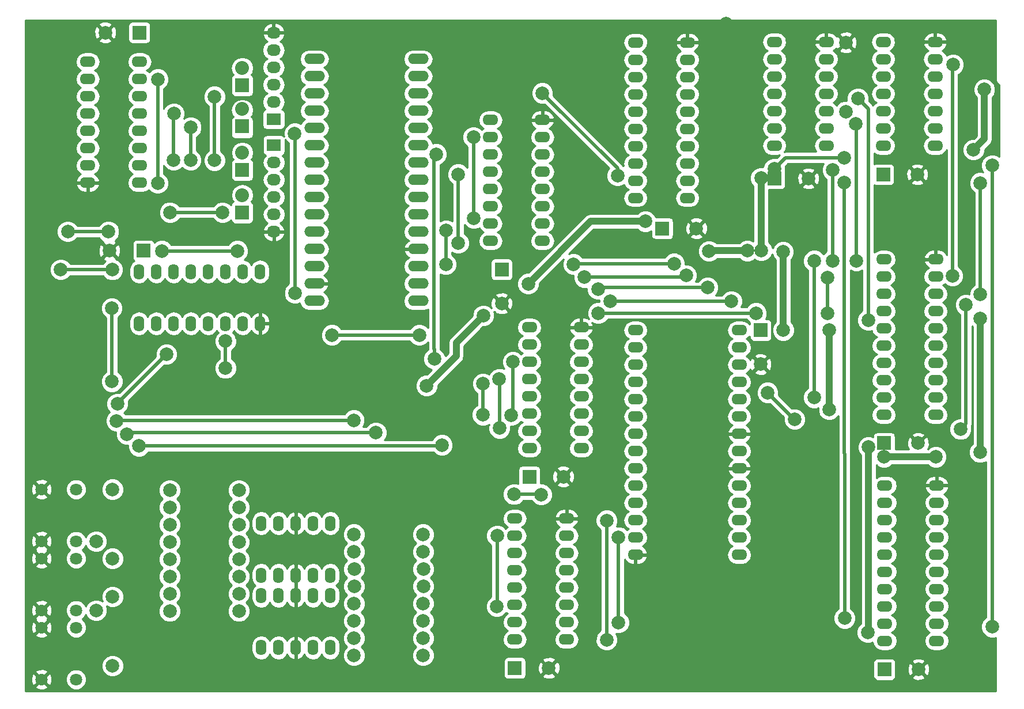
<source format=gbr>
G04 #@! TF.FileFunction,Copper,L1,Top,Signal*
%FSLAX46Y46*%
G04 Gerber Fmt 4.6, Leading zero omitted, Abs format (unit mm)*
G04 Created by KiCad (PCBNEW 4.0.1-stable) date Dienstag, 26. April 2016 14:06:35*
%MOMM*%
G01*
G04 APERTURE LIST*
%ADD10C,0.100000*%
%ADD11C,1.998980*%
%ADD12O,2.300000X1.600000*%
%ADD13O,1.600000X2.300000*%
%ADD14R,2.032000X2.032000*%
%ADD15O,2.032000X2.032000*%
%ADD16R,2.032000X1.727200*%
%ADD17O,2.032000X1.727200*%
%ADD18O,3.048000X1.524000*%
%ADD19C,1.800000*%
%ADD20R,2.000000X2.000000*%
%ADD21C,2.000000*%
%ADD22C,0.500000*%
%ADD23C,1.000000*%
%ADD24C,0.254000*%
G04 APERTURE END LIST*
D10*
D11*
X103070660Y-118264940D03*
X92910660Y-118264940D03*
X103070660Y-123344940D03*
X92910660Y-123344940D03*
X103070660Y-120804940D03*
X92910660Y-120804940D03*
D12*
X147660400Y-81610200D03*
X147660400Y-79070200D03*
X147660400Y-76530200D03*
X147660400Y-73990200D03*
X147660400Y-71450200D03*
X147660400Y-68910200D03*
X147660400Y-66370200D03*
X147660400Y-63830200D03*
X140040400Y-63830200D03*
X140040400Y-66370200D03*
X140040400Y-68910200D03*
X140040400Y-71450200D03*
X140040400Y-73990200D03*
X140040400Y-76530200D03*
X140040400Y-79070200D03*
X140040400Y-81610200D03*
X153365200Y-112107980D03*
X153365200Y-109567980D03*
X153365200Y-107027980D03*
X153365200Y-104487980D03*
X153365200Y-101947980D03*
X153365200Y-99407980D03*
X153365200Y-96867980D03*
X153365200Y-94327980D03*
X145745200Y-94327980D03*
X145745200Y-96867980D03*
X145745200Y-99407980D03*
X145745200Y-101947980D03*
X145745200Y-104487980D03*
X145745200Y-107027980D03*
X145745200Y-109567980D03*
X145745200Y-112107980D03*
X151223980Y-140202920D03*
X151223980Y-137662920D03*
X151223980Y-135122920D03*
X151223980Y-132582920D03*
X151223980Y-130042920D03*
X151223980Y-127502920D03*
X151223980Y-124962920D03*
X151223980Y-122422920D03*
X143603980Y-122422920D03*
X143603980Y-124962920D03*
X143603980Y-127502920D03*
X143603980Y-130042920D03*
X143603980Y-132582920D03*
X143603980Y-135122920D03*
X143603980Y-137662920D03*
X143603980Y-140202920D03*
D13*
X106342180Y-130754120D03*
X108882180Y-130754120D03*
X111422180Y-130754120D03*
X113962180Y-130754120D03*
X116502180Y-130754120D03*
X116502180Y-123134120D03*
X113962180Y-123134120D03*
X111422180Y-123134120D03*
X108882180Y-123134120D03*
X106342180Y-123134120D03*
X106349800Y-141396720D03*
X108889800Y-141396720D03*
X111429800Y-141396720D03*
X113969800Y-141396720D03*
X116509800Y-141396720D03*
X116509800Y-133776720D03*
X113969800Y-133776720D03*
X111429800Y-133776720D03*
X108889800Y-133776720D03*
X106349800Y-133776720D03*
D12*
X80865478Y-55292524D03*
X80865478Y-57832524D03*
X80865478Y-60372524D03*
X80865478Y-62912524D03*
X80865478Y-65452524D03*
X80865478Y-67992524D03*
X80865478Y-70532524D03*
X80865478Y-73072524D03*
X88485478Y-73072524D03*
X88485478Y-70532524D03*
X88485478Y-67992524D03*
X88485478Y-65452524D03*
X88485478Y-62912524D03*
X88485478Y-60372524D03*
X88485478Y-57832524D03*
X88485478Y-55292524D03*
D13*
X88397080Y-93779340D03*
X90937080Y-93779340D03*
X93477080Y-93779340D03*
X96017080Y-93779340D03*
X98557080Y-93779340D03*
X101097080Y-93779340D03*
X103637080Y-93779340D03*
X106177080Y-93779340D03*
X106177080Y-86159340D03*
X103637080Y-86159340D03*
X101097080Y-86159340D03*
X98557080Y-86159340D03*
X96017080Y-86159340D03*
X93477080Y-86159340D03*
X90937080Y-86159340D03*
X88397080Y-86159340D03*
D14*
X103567840Y-77431900D03*
D15*
X103567840Y-74891900D03*
D16*
X108186220Y-63726060D03*
D17*
X108186220Y-61186060D03*
X108186220Y-58646060D03*
X108186220Y-56106060D03*
X108186220Y-53566060D03*
X108186220Y-51026060D03*
D18*
X129402840Y-90429080D03*
X129402840Y-87889080D03*
X129402840Y-85349080D03*
X129402840Y-82809080D03*
X129402840Y-80269080D03*
X129402840Y-77729080D03*
X129402840Y-75189080D03*
X129402840Y-72649080D03*
X129402840Y-70109080D03*
X129402840Y-67569080D03*
X129402840Y-65029080D03*
X129402840Y-62489080D03*
X129402840Y-59949080D03*
X129402840Y-57409080D03*
X129402840Y-54869080D03*
X114162840Y-54869080D03*
X114162840Y-57409080D03*
X114162840Y-59949080D03*
X114162840Y-62489080D03*
X114162840Y-65029080D03*
X114162840Y-67569080D03*
X114162840Y-70109080D03*
X114162840Y-72649080D03*
X114162840Y-75189080D03*
X114162840Y-77729080D03*
X114162840Y-80269080D03*
X114162840Y-82809080D03*
X114162840Y-85349080D03*
X114162840Y-87889080D03*
X114162840Y-90429080D03*
D11*
X84513420Y-133906260D03*
X84513420Y-144066260D03*
D12*
X168971000Y-75285600D03*
X168971000Y-72745600D03*
X168971000Y-70205600D03*
X168971000Y-67665600D03*
X168971000Y-65125600D03*
X168971000Y-62585600D03*
X168971000Y-60045600D03*
X168971000Y-57505600D03*
X168971000Y-54965600D03*
X168971000Y-52425600D03*
X161351000Y-52425600D03*
X161351000Y-54965600D03*
X161351000Y-57505600D03*
X161351000Y-60045600D03*
X161351000Y-62585600D03*
X161351000Y-65125600D03*
X161351000Y-67665600D03*
X161351000Y-70205600D03*
X161351000Y-72745600D03*
X161351000Y-75285600D03*
D11*
X192262800Y-62611000D03*
X192262800Y-52451000D03*
D12*
X205369200Y-67614800D03*
X205369200Y-65074800D03*
X205369200Y-62534800D03*
X205369200Y-59994800D03*
X205369200Y-57454800D03*
X205369200Y-54914800D03*
X205369200Y-52374800D03*
X197749200Y-52374800D03*
X197749200Y-54914800D03*
X197749200Y-57454800D03*
X197749200Y-59994800D03*
X197749200Y-62534800D03*
X197749200Y-65074800D03*
X197749200Y-67614800D03*
X189367200Y-67614800D03*
X189367200Y-65074800D03*
X189367200Y-62534800D03*
X189367200Y-59994800D03*
X189367200Y-57454800D03*
X189367200Y-54914800D03*
X189367200Y-52374800D03*
X181747200Y-52374800D03*
X181747200Y-54914800D03*
X181747200Y-57454800D03*
X181747200Y-59994800D03*
X181747200Y-62534800D03*
X181747200Y-65074800D03*
X181747200Y-67614800D03*
X161351000Y-94742000D03*
X161351000Y-97282000D03*
X161351000Y-99822000D03*
X161351000Y-102362000D03*
X161351000Y-104902000D03*
X161351000Y-107442000D03*
X161351000Y-109982000D03*
X161351000Y-112522000D03*
X161351000Y-115062000D03*
X161351000Y-117602000D03*
X161351000Y-120142000D03*
X161351000Y-122682000D03*
X161351000Y-125222000D03*
X161351000Y-127762000D03*
X176591000Y-127762000D03*
X176591000Y-125222000D03*
X176591000Y-122682000D03*
X176591000Y-120142000D03*
X176591000Y-117602000D03*
X176591000Y-115062000D03*
X176591000Y-112522000D03*
X176591000Y-109982000D03*
X176591000Y-107442000D03*
X176591000Y-104902000D03*
X176591000Y-102362000D03*
X176591000Y-99822000D03*
X176591000Y-97282000D03*
X176591000Y-94742000D03*
X205445400Y-107188000D03*
X205445400Y-104648000D03*
X205445400Y-102108000D03*
X205445400Y-99568000D03*
X205445400Y-97028000D03*
X205445400Y-94488000D03*
X205445400Y-91948000D03*
X205445400Y-89408000D03*
X205445400Y-86868000D03*
X205445400Y-84328000D03*
X197825400Y-84328000D03*
X197825400Y-86868000D03*
X197825400Y-89408000D03*
X197825400Y-91948000D03*
X197825400Y-94488000D03*
X197825400Y-97028000D03*
X197825400Y-99568000D03*
X197825400Y-102108000D03*
X197825400Y-104648000D03*
X197825400Y-107188000D03*
X205597800Y-140411200D03*
X205597800Y-137871200D03*
X205597800Y-135331200D03*
X205597800Y-132791200D03*
X205597800Y-130251200D03*
X205597800Y-127711200D03*
X205597800Y-125171200D03*
X205597800Y-122631200D03*
X205597800Y-120091200D03*
X205597800Y-117551200D03*
X197977800Y-117551200D03*
X197977800Y-120091200D03*
X197977800Y-122631200D03*
X197977800Y-125171200D03*
X197977800Y-127711200D03*
X197977800Y-130251200D03*
X197977800Y-132791200D03*
X197977800Y-135331200D03*
X197977800Y-137871200D03*
X197977800Y-140411200D03*
D16*
X108214160Y-67551300D03*
D17*
X108214160Y-70091300D03*
X108214160Y-72631300D03*
X108214160Y-75171300D03*
X108214160Y-77711300D03*
X108214160Y-80251300D03*
D11*
X84513420Y-118142260D03*
X84513420Y-128302260D03*
X82100420Y-135947660D03*
X82100420Y-125787660D03*
D19*
X79154020Y-146082260D03*
X74074020Y-146082260D03*
X79154020Y-138462260D03*
X74074020Y-138462260D03*
X79154020Y-125762260D03*
X74074020Y-125762260D03*
X79154020Y-118142260D03*
X74074020Y-118142260D03*
X79154020Y-135922260D03*
X74074020Y-135922260D03*
X79154020Y-128302260D03*
X74074020Y-128302260D03*
D14*
X103567840Y-71183500D03*
D15*
X103567840Y-68643500D03*
D14*
X103565300Y-64770000D03*
D15*
X103565300Y-62230000D03*
D14*
X103565300Y-58737500D03*
D15*
X103565300Y-56197500D03*
D11*
X103070660Y-133504940D03*
X92910660Y-133504940D03*
X103070660Y-136044940D03*
X92910660Y-136044940D03*
X120004840Y-132359400D03*
X130164840Y-132359400D03*
X119984520Y-142523720D03*
X130144520Y-142523720D03*
X119984520Y-139983720D03*
X130144520Y-139983720D03*
X119984520Y-137443720D03*
X130144520Y-137443720D03*
X119984520Y-134903720D03*
X130144520Y-134903720D03*
X120004840Y-129834640D03*
X130164840Y-129834640D03*
X103070660Y-125884940D03*
X92910660Y-125884940D03*
X119984520Y-127283720D03*
X130144520Y-127283720D03*
X119984520Y-124743720D03*
X130144520Y-124743720D03*
X103070660Y-128424940D03*
X92910660Y-128424940D03*
X103070660Y-130964940D03*
X92910660Y-130964940D03*
D20*
X145743920Y-116263420D03*
D21*
X150743920Y-116263420D03*
D20*
X141678000Y-85810080D03*
D21*
X141678000Y-90810080D03*
D20*
X143612860Y-144399000D03*
D21*
X148612860Y-144399000D03*
D20*
X179735000Y-94742000D03*
D21*
X179735000Y-99742000D03*
D20*
X165288000Y-79781400D03*
D21*
X170288000Y-79781400D03*
D20*
X197876200Y-111348000D03*
D21*
X202876200Y-111348000D03*
D20*
X197930800Y-144596600D03*
D21*
X202930800Y-144596600D03*
D20*
X197749200Y-71851000D03*
D21*
X202749200Y-71851000D03*
D20*
X181747200Y-72446400D03*
D21*
X186747200Y-72446400D03*
D20*
X89062560Y-83050380D03*
D21*
X84062560Y-83050380D03*
D20*
X88452458Y-50984684D03*
D21*
X83452458Y-50984684D03*
X147493930Y-118897400D03*
X143474440Y-118859300D03*
X145576103Y-87910250D03*
X140965846Y-135356348D03*
X141013180Y-124965460D03*
X137530840Y-66370200D03*
X137530322Y-78280210D03*
X102847090Y-83087085D03*
X91727070Y-83083400D03*
X130659618Y-102893383D03*
X138995018Y-92602183D03*
X205480920Y-113357660D03*
X197876160Y-113357660D03*
X189799000Y-106398010D03*
X212001190Y-93027500D03*
X211961301Y-112676189D03*
X162803345Y-78744545D03*
X212596341Y-59362162D03*
X210999445Y-68222665D03*
X180753910Y-103913646D03*
X184728443Y-107832443D03*
X183053989Y-94742000D03*
X183031509Y-83222962D03*
X179797343Y-72384057D03*
X179842200Y-83019680D03*
X177757598Y-83072355D03*
X172141580Y-83113219D03*
X195590200Y-111942591D03*
X195463200Y-139166600D03*
X189799000Y-94742000D03*
X192039848Y-69364810D03*
X181747200Y-70999286D03*
X189550000Y-86981663D03*
X179050516Y-92231684D03*
X155882870Y-92231908D03*
X189584447Y-92240841D03*
X167005062Y-84958121D03*
X152240720Y-85043139D03*
X153860530Y-86947404D03*
X168793200Y-86705283D03*
X171940970Y-88455293D03*
X155824267Y-88697414D03*
X174635200Y-49657000D03*
X155110384Y-126024436D03*
X142104267Y-93498923D03*
X77765446Y-76500526D03*
X88467049Y-76730860D03*
X136997380Y-99923600D03*
X154010187Y-123510040D03*
X154038300Y-117095601D03*
X155111699Y-144372579D03*
X193895980Y-108398020D03*
X193899606Y-100668906D03*
X209679256Y-74027910D03*
X208965800Y-140100020D03*
X208965800Y-129769990D03*
X179689800Y-115062000D03*
X179740600Y-110032800D03*
X171866600Y-52476400D03*
X152138457Y-57513257D03*
X152156200Y-54013246D03*
X210096344Y-59357056D03*
X209688438Y-88520991D03*
X209679256Y-71414820D03*
X158856680Y-137693400D03*
X158856680Y-125178820D03*
X157106679Y-122702261D03*
X157111700Y-140233400D03*
X190330936Y-71189538D03*
X190289838Y-84533740D03*
X158700230Y-72000549D03*
X147650773Y-59879606D03*
X187584437Y-104648000D03*
X187587019Y-84528000D03*
X141325600Y-101904800D03*
X141355974Y-109146856D03*
X157668000Y-90481674D03*
X175440981Y-90481674D03*
X132050706Y-68860000D03*
X131773983Y-98942870D03*
X111274730Y-65801290D03*
X111310420Y-89270840D03*
X129571878Y-95441642D03*
X116739628Y-95449433D03*
X135310880Y-71824412D03*
X135305799Y-81922621D03*
X143105984Y-107250555D03*
X143319500Y-99407980D03*
X213751200Y-70535800D03*
X213751200Y-138350010D03*
X193789858Y-84528000D03*
X193736000Y-64414400D03*
X195539868Y-93245518D03*
X194012810Y-60688415D03*
X207929246Y-86744687D03*
X208014480Y-55698520D03*
X192039855Y-73014259D03*
X192059600Y-137081210D03*
X209090633Y-109292347D03*
X212001190Y-73101200D03*
X212001190Y-89484200D03*
X209880444Y-91018156D03*
X133486554Y-85059520D03*
X133490667Y-80107487D03*
X138907362Y-107187439D03*
X138922842Y-102610960D03*
X132920698Y-111630503D03*
X88411157Y-111768016D03*
X92967070Y-77431900D03*
X100693220Y-77431900D03*
X96012000Y-64935100D03*
X95991839Y-69742534D03*
X93512640Y-62912524D03*
X93491838Y-69742533D03*
X85218149Y-105553631D03*
X92447690Y-98260591D03*
X101097080Y-100314760D03*
X101097080Y-96354900D03*
X84401660Y-91506040D03*
X91142820Y-57853580D03*
X91134757Y-73130496D03*
X84419783Y-102280377D03*
X86604212Y-110037167D03*
X123211213Y-109814360D03*
X85087001Y-108050190D03*
X119961465Y-107978837D03*
X77924402Y-80229398D03*
X83905050Y-80261667D03*
X76901609Y-85816440D03*
X84485480Y-85836760D03*
X99487150Y-60406280D03*
X99491850Y-69778951D03*
D22*
X143474440Y-118859300D02*
X147455830Y-118859300D01*
X147455830Y-118859300D02*
X147493930Y-118897400D01*
X143476980Y-118856760D02*
X143474440Y-118859300D01*
D23*
X162803345Y-78744545D02*
X154741808Y-78744545D01*
X154741808Y-78744545D02*
X145576103Y-87910250D01*
D22*
X141013180Y-124965460D02*
X141013180Y-135309014D01*
X141013180Y-135309014D02*
X140965846Y-135356348D01*
X137530322Y-78280210D02*
X137530322Y-66370718D01*
X137530322Y-66370718D02*
X137530840Y-66370200D01*
X91727070Y-83083400D02*
X102843405Y-83083400D01*
X102843405Y-83083400D02*
X102847090Y-83087085D01*
D23*
X138995018Y-92602183D02*
X134997379Y-96599822D01*
X134997379Y-96599822D02*
X134997379Y-98555622D01*
X134997379Y-98555622D02*
X130659618Y-102893383D01*
X197876160Y-113357660D02*
X205480920Y-113357660D01*
X189799000Y-94742000D02*
X189799000Y-106398010D01*
X212001190Y-112636300D02*
X211961301Y-112676189D01*
X212001190Y-93027500D02*
X212001190Y-112636300D01*
X212596341Y-66625769D02*
X212596341Y-59362162D01*
X210999445Y-68222665D02*
X212596341Y-66625769D01*
D22*
X184672707Y-107832443D02*
X184728443Y-107832443D01*
X180753910Y-103913646D02*
X184672707Y-107832443D01*
D23*
X183053989Y-83245442D02*
X183031509Y-83222962D01*
X183053989Y-94742000D02*
X183053989Y-83245442D01*
X179797343Y-82974823D02*
X179842200Y-83019680D01*
X179797343Y-72384057D02*
X179797343Y-82974823D01*
X172182444Y-83072355D02*
X172141580Y-83113219D01*
X177757598Y-83072355D02*
X172182444Y-83072355D01*
X195590200Y-139039600D02*
X195463200Y-139166600D01*
X195590200Y-111942591D02*
X195590200Y-139039600D01*
D22*
X183381676Y-69364810D02*
X181747200Y-70999286D01*
X192039848Y-69364810D02*
X183381676Y-69364810D01*
X189584447Y-92240841D02*
X189584447Y-87016110D01*
X189584447Y-87016110D02*
X189550000Y-86981663D01*
X155883094Y-92231684D02*
X155882870Y-92231908D01*
X179050516Y-92231684D02*
X155883094Y-92231684D01*
X152325738Y-84958121D02*
X152240720Y-85043139D01*
X167005062Y-84958121D02*
X152325738Y-84958121D01*
X168551079Y-86947404D02*
X168793200Y-86705283D01*
X153860530Y-86947404D02*
X168551079Y-86947404D01*
X156066388Y-88455293D02*
X155824267Y-88697414D01*
X171940970Y-88455293D02*
X156066388Y-88455293D01*
D23*
X155111699Y-144372579D02*
X155111699Y-126025751D01*
X155111699Y-126025751D02*
X155110384Y-126024436D01*
X142104267Y-93498923D02*
X142104267Y-94816713D01*
X142104267Y-94816713D02*
X136997380Y-99923600D01*
X88467049Y-76730860D02*
X77995780Y-76730860D01*
X77995780Y-76730860D02*
X77765446Y-76500526D01*
X154038300Y-123481927D02*
X154010187Y-123510040D01*
X154038300Y-117095601D02*
X154038300Y-123481927D01*
X193899606Y-100668906D02*
X193899606Y-108394394D01*
X193899606Y-108394394D02*
X193895980Y-108398020D01*
X209679256Y-85615456D02*
X209679256Y-74027910D01*
X209929247Y-87704688D02*
X209929247Y-85865447D01*
X209929247Y-85865447D02*
X209679256Y-85615456D01*
X209688438Y-87945497D02*
X209929247Y-87704688D01*
X209688438Y-88520991D02*
X209688438Y-87945497D01*
X208965800Y-129769990D02*
X208965800Y-140100020D01*
X179689800Y-110083600D02*
X179740600Y-110032800D01*
X179689800Y-115062000D02*
X179689800Y-110083600D01*
X171866600Y-52425600D02*
X174635200Y-49657000D01*
X171866600Y-52476400D02*
X171866600Y-52425600D01*
X152138457Y-54030989D02*
X152156200Y-54013246D01*
X152138457Y-57513257D02*
X152138457Y-54030989D01*
D22*
X209679256Y-70000607D02*
X209679256Y-71414820D01*
X209249444Y-67382664D02*
X209249444Y-69570795D01*
X210096344Y-66535764D02*
X209249444Y-67382664D01*
X209249444Y-69570795D02*
X209679256Y-70000607D01*
X210096344Y-59357056D02*
X210096344Y-66535764D01*
X158856680Y-125178820D02*
X158856680Y-137693400D01*
X157106679Y-138814166D02*
X157106679Y-122702261D01*
X157111700Y-140233400D02*
X157111700Y-138819187D01*
X157111700Y-138819187D02*
X157106679Y-138814166D01*
X190289838Y-84533740D02*
X190289838Y-71230636D01*
X190289838Y-71230636D02*
X190330936Y-71189538D01*
X158700230Y-70929063D02*
X158700230Y-72000549D01*
X147650773Y-59879606D02*
X158700230Y-70929063D01*
X187584437Y-104648000D02*
X187584437Y-84530582D01*
X187584437Y-84530582D02*
X187587019Y-84528000D01*
X141355974Y-109146856D02*
X141355974Y-101935174D01*
X141355974Y-101935174D02*
X141325600Y-101904800D01*
X157668000Y-90481674D02*
X175440981Y-90481674D01*
X131773983Y-98942870D02*
X131773983Y-97528657D01*
X131773983Y-97528657D02*
X131736544Y-97491218D01*
X131736544Y-97491218D02*
X131736544Y-69174162D01*
X131736544Y-69174162D02*
X132050706Y-68860000D01*
X111310420Y-89270840D02*
X111310420Y-65836980D01*
X111310420Y-65836980D02*
X111274730Y-65801290D01*
X116739628Y-95449433D02*
X129564087Y-95449433D01*
X129564087Y-95449433D02*
X129571878Y-95441642D01*
X135305799Y-81922621D02*
X135305799Y-71829493D01*
X135305799Y-71829493D02*
X135310880Y-71824412D01*
X143319500Y-99407980D02*
X143319500Y-107037039D01*
X143319500Y-107037039D02*
X143105984Y-107250555D01*
X213751200Y-70535800D02*
X213751200Y-138350010D01*
X193789858Y-84528000D02*
X193789858Y-64468258D01*
X193789858Y-64468258D02*
X193736000Y-64414400D01*
X195539868Y-62215473D02*
X195539868Y-93245518D01*
X195539868Y-62215473D02*
X194012810Y-60688415D01*
X207929246Y-55783754D02*
X208014480Y-55698520D01*
X207929246Y-86744687D02*
X207929246Y-55783754D01*
X192059600Y-137081210D02*
X192059600Y-112883189D01*
X192059600Y-112883189D02*
X192039855Y-112863444D01*
X192039855Y-112863444D02*
X192039855Y-73014259D01*
X212001190Y-73101200D02*
X212001190Y-89484200D01*
X209880444Y-108502536D02*
X209090633Y-109292347D01*
X209880444Y-91018156D02*
X209880444Y-108502536D01*
X133490667Y-80107487D02*
X133490667Y-85055407D01*
X133490667Y-85055407D02*
X133486554Y-85059520D01*
X138922842Y-102610960D02*
X138922842Y-107171959D01*
X138922842Y-107171959D02*
X138907362Y-107187439D01*
X88411157Y-111768016D02*
X132783185Y-111768016D01*
X132783185Y-111768016D02*
X132920698Y-111630503D01*
X100693220Y-77431900D02*
X92967070Y-77431900D01*
X95991839Y-69742534D02*
X95991839Y-64955261D01*
X95991839Y-64955261D02*
X96012000Y-64935100D01*
X93491838Y-69742533D02*
X93491838Y-62933326D01*
X93491838Y-62933326D02*
X93512640Y-62912524D01*
X92447690Y-98260591D02*
X85218149Y-105490132D01*
X85218149Y-105490132D02*
X85218149Y-105553631D01*
X101097080Y-96354900D02*
X101097080Y-100314760D01*
X84419783Y-102280377D02*
X84419783Y-91524163D01*
X84419783Y-91524163D02*
X84401660Y-91506040D01*
X91134757Y-73130496D02*
X91134757Y-57861643D01*
X91134757Y-57861643D02*
X91142820Y-57853580D01*
X123211213Y-109814360D02*
X86827019Y-109814360D01*
X86827019Y-109814360D02*
X86604212Y-110037167D01*
X119961465Y-107978837D02*
X85158354Y-107978837D01*
X85158354Y-107978837D02*
X85087001Y-108050190D01*
X119919178Y-108021124D02*
X119961465Y-107978837D01*
X83905050Y-80261667D02*
X77956671Y-80261667D01*
X77956671Y-80261667D02*
X77924402Y-80229398D01*
X84485480Y-85836760D02*
X76921929Y-85836760D01*
X76921929Y-85836760D02*
X76901609Y-85816440D01*
X99491850Y-69778951D02*
X99491850Y-60410980D01*
X99491850Y-60410980D02*
X99487150Y-60406280D01*
D24*
G36*
X214315000Y-58000000D02*
X214367143Y-58262138D01*
X214515632Y-58484368D01*
X214737862Y-58632857D01*
X214773000Y-58639846D01*
X214773000Y-69245124D01*
X214678563Y-69150522D01*
X214077848Y-68901084D01*
X213427405Y-68900516D01*
X212826257Y-69148906D01*
X212365922Y-69608437D01*
X212116484Y-70209152D01*
X212115916Y-70859595D01*
X212364306Y-71460743D01*
X212399913Y-71496412D01*
X212327838Y-71466484D01*
X211677395Y-71465916D01*
X211076247Y-71714306D01*
X210615912Y-72173837D01*
X210366474Y-72774552D01*
X210365906Y-73424995D01*
X210614296Y-74026143D01*
X211073827Y-74486478D01*
X211116190Y-74504069D01*
X211116190Y-88080802D01*
X211076247Y-88097306D01*
X210615912Y-88556837D01*
X210366474Y-89157552D01*
X210366219Y-89449515D01*
X210207092Y-89383440D01*
X209556649Y-89382872D01*
X208955501Y-89631262D01*
X208495166Y-90090793D01*
X208245728Y-90691508D01*
X208245160Y-91341951D01*
X208493550Y-91943099D01*
X208953081Y-92403434D01*
X208995444Y-92421025D01*
X208995444Y-107657263D01*
X208766838Y-107657063D01*
X208165690Y-107905453D01*
X207705355Y-108364984D01*
X207455917Y-108965699D01*
X207455349Y-109616142D01*
X207703739Y-110217290D01*
X208163270Y-110677625D01*
X208763985Y-110927063D01*
X209414428Y-110927631D01*
X210015576Y-110679241D01*
X210475911Y-110219710D01*
X210725349Y-109618995D01*
X210725917Y-108968552D01*
X210682768Y-108864123D01*
X210698077Y-108841211D01*
X210765444Y-108502536D01*
X210765444Y-94103855D01*
X210866190Y-94204778D01*
X210866190Y-111459166D01*
X210576023Y-111748826D01*
X210326585Y-112349541D01*
X210326017Y-112999984D01*
X210574407Y-113601132D01*
X211033938Y-114061467D01*
X211634653Y-114310905D01*
X212285096Y-114311473D01*
X212866200Y-114071365D01*
X212866200Y-136946612D01*
X212826257Y-136963116D01*
X212365922Y-137422647D01*
X212116484Y-138023362D01*
X212115916Y-138673805D01*
X212364306Y-139274953D01*
X212823837Y-139735288D01*
X213424552Y-139984726D01*
X214074995Y-139985294D01*
X214315082Y-139886092D01*
X214315817Y-147813567D01*
X71685000Y-147814993D01*
X71685000Y-147162419D01*
X73173466Y-147162419D01*
X73259872Y-147418903D01*
X73833356Y-147628718D01*
X74443480Y-147603099D01*
X74888168Y-147418903D01*
X74974574Y-147162419D01*
X74074020Y-146261865D01*
X73173466Y-147162419D01*
X71685000Y-147162419D01*
X71685000Y-145841596D01*
X72527562Y-145841596D01*
X72553181Y-146451720D01*
X72737377Y-146896408D01*
X72993861Y-146982814D01*
X73894415Y-146082260D01*
X74253625Y-146082260D01*
X75154179Y-146982814D01*
X75410663Y-146896408D01*
X75597309Y-146386251D01*
X77618755Y-146386251D01*
X77851952Y-146950631D01*
X78283377Y-147382811D01*
X78847350Y-147616993D01*
X79458011Y-147617525D01*
X80022391Y-147384328D01*
X80454571Y-146952903D01*
X80688753Y-146388930D01*
X80689285Y-145778269D01*
X80456088Y-145213889D01*
X80024663Y-144781709D01*
X79460690Y-144547527D01*
X78850029Y-144546995D01*
X78285649Y-144780192D01*
X77853469Y-145211617D01*
X77619287Y-145775590D01*
X77618755Y-146386251D01*
X75597309Y-146386251D01*
X75620478Y-146322924D01*
X75594859Y-145712800D01*
X75410663Y-145268112D01*
X75154179Y-145181706D01*
X74253625Y-146082260D01*
X73894415Y-146082260D01*
X72993861Y-145181706D01*
X72737377Y-145268112D01*
X72527562Y-145841596D01*
X71685000Y-145841596D01*
X71685000Y-145002101D01*
X73173466Y-145002101D01*
X74074020Y-145902655D01*
X74974574Y-145002101D01*
X74888168Y-144745617D01*
X74314684Y-144535802D01*
X73704560Y-144561421D01*
X73259872Y-144745617D01*
X73173466Y-145002101D01*
X71685000Y-145002101D01*
X71685000Y-144389954D01*
X82878646Y-144389954D01*
X83126958Y-144990915D01*
X83586347Y-145451106D01*
X84186873Y-145700466D01*
X84837114Y-145701034D01*
X85438075Y-145452722D01*
X85898266Y-144993333D01*
X86147626Y-144392807D01*
X86148194Y-143742566D01*
X85899882Y-143141605D01*
X85440493Y-142681414D01*
X84839967Y-142432054D01*
X84189726Y-142431486D01*
X83588765Y-142679798D01*
X83128574Y-143139187D01*
X82879214Y-143739713D01*
X82878646Y-144389954D01*
X71685000Y-144389954D01*
X71685000Y-141011750D01*
X104914800Y-141011750D01*
X104914800Y-141781690D01*
X105024033Y-142330841D01*
X105335102Y-142796388D01*
X105800649Y-143107457D01*
X106349800Y-143216690D01*
X106898951Y-143107457D01*
X107364498Y-142796388D01*
X107619800Y-142414302D01*
X107875102Y-142796388D01*
X108340649Y-143107457D01*
X108889800Y-143216690D01*
X109438951Y-143107457D01*
X109904498Y-142796388D01*
X110156949Y-142418569D01*
X110504904Y-142851220D01*
X110997981Y-143121087D01*
X111080761Y-143138624D01*
X111302800Y-143016635D01*
X111302800Y-141523720D01*
X111282800Y-141523720D01*
X111282800Y-141269720D01*
X111302800Y-141269720D01*
X111302800Y-139776805D01*
X111556800Y-139776805D01*
X111556800Y-141269720D01*
X111576800Y-141269720D01*
X111576800Y-141523720D01*
X111556800Y-141523720D01*
X111556800Y-143016635D01*
X111778839Y-143138624D01*
X111861619Y-143121087D01*
X112354696Y-142851220D01*
X112702651Y-142418569D01*
X112955102Y-142796388D01*
X113420649Y-143107457D01*
X113969800Y-143216690D01*
X114518951Y-143107457D01*
X114984498Y-142796388D01*
X115239800Y-142414302D01*
X115495102Y-142796388D01*
X115960649Y-143107457D01*
X116509800Y-143216690D01*
X117058951Y-143107457D01*
X117524498Y-142796388D01*
X117835567Y-142330841D01*
X117944800Y-141781690D01*
X117944800Y-141011750D01*
X117835567Y-140462599D01*
X117524498Y-139997052D01*
X117058951Y-139685983D01*
X116509800Y-139576750D01*
X115960649Y-139685983D01*
X115495102Y-139997052D01*
X115239800Y-140379138D01*
X114984498Y-139997052D01*
X114518951Y-139685983D01*
X113969800Y-139576750D01*
X113420649Y-139685983D01*
X112955102Y-139997052D01*
X112702651Y-140374871D01*
X112354696Y-139942220D01*
X111861619Y-139672353D01*
X111778839Y-139654816D01*
X111556800Y-139776805D01*
X111302800Y-139776805D01*
X111080761Y-139654816D01*
X110997981Y-139672353D01*
X110504904Y-139942220D01*
X110156949Y-140374871D01*
X109904498Y-139997052D01*
X109438951Y-139685983D01*
X108889800Y-139576750D01*
X108340649Y-139685983D01*
X107875102Y-139997052D01*
X107619800Y-140379138D01*
X107364498Y-139997052D01*
X106898951Y-139685983D01*
X106349800Y-139576750D01*
X105800649Y-139685983D01*
X105335102Y-139997052D01*
X105024033Y-140462599D01*
X104914800Y-141011750D01*
X71685000Y-141011750D01*
X71685000Y-139542419D01*
X73173466Y-139542419D01*
X73259872Y-139798903D01*
X73833356Y-140008718D01*
X74443480Y-139983099D01*
X74888168Y-139798903D01*
X74974574Y-139542419D01*
X74074020Y-138641865D01*
X73173466Y-139542419D01*
X71685000Y-139542419D01*
X71685000Y-138221596D01*
X72527562Y-138221596D01*
X72553181Y-138831720D01*
X72737377Y-139276408D01*
X72993861Y-139362814D01*
X73894415Y-138462260D01*
X74253625Y-138462260D01*
X75154179Y-139362814D01*
X75410663Y-139276408D01*
X75620478Y-138702924D01*
X75594859Y-138092800D01*
X75410663Y-137648112D01*
X75154179Y-137561706D01*
X74253625Y-138462260D01*
X73894415Y-138462260D01*
X72993861Y-137561706D01*
X72737377Y-137648112D01*
X72527562Y-138221596D01*
X71685000Y-138221596D01*
X71685000Y-137002419D01*
X73173466Y-137002419D01*
X73237421Y-137192260D01*
X73173466Y-137382101D01*
X74074020Y-138282655D01*
X74974574Y-137382101D01*
X74910619Y-137192260D01*
X74974574Y-137002419D01*
X74074020Y-136101865D01*
X73173466Y-137002419D01*
X71685000Y-137002419D01*
X71685000Y-135681596D01*
X72527562Y-135681596D01*
X72553181Y-136291720D01*
X72737377Y-136736408D01*
X72993861Y-136822814D01*
X73894415Y-135922260D01*
X74253625Y-135922260D01*
X75154179Y-136822814D01*
X75410663Y-136736408D01*
X75597309Y-136226251D01*
X77618755Y-136226251D01*
X77851952Y-136790631D01*
X78253202Y-137192583D01*
X77853469Y-137591617D01*
X77619287Y-138155590D01*
X77618755Y-138766251D01*
X77851952Y-139330631D01*
X78283377Y-139762811D01*
X78847350Y-139996993D01*
X79458011Y-139997525D01*
X80022391Y-139764328D01*
X80454571Y-139332903D01*
X80688753Y-138768930D01*
X80689285Y-138158269D01*
X80456088Y-137593889D01*
X80054838Y-137191937D01*
X80454571Y-136792903D01*
X80568138Y-136519403D01*
X80713958Y-136872315D01*
X81173347Y-137332506D01*
X81773873Y-137581866D01*
X82424114Y-137582434D01*
X83025075Y-137334122D01*
X83485266Y-136874733D01*
X83734626Y-136274207D01*
X83735194Y-135623966D01*
X83600002Y-135296776D01*
X84186873Y-135540466D01*
X84837114Y-135541034D01*
X85438075Y-135292722D01*
X85898266Y-134833333D01*
X86147626Y-134232807D01*
X86148194Y-133582566D01*
X85899882Y-132981605D01*
X85440493Y-132521414D01*
X84839967Y-132272054D01*
X84189726Y-132271486D01*
X83588765Y-132519798D01*
X83128574Y-132979187D01*
X82879214Y-133579713D01*
X82878646Y-134229954D01*
X83013838Y-134557144D01*
X82426967Y-134313454D01*
X81776726Y-134312886D01*
X81175765Y-134561198D01*
X80715574Y-135020587D01*
X80578614Y-135350424D01*
X80456088Y-135053889D01*
X80024663Y-134621709D01*
X79460690Y-134387527D01*
X78850029Y-134386995D01*
X78285649Y-134620192D01*
X77853469Y-135051617D01*
X77619287Y-135615590D01*
X77618755Y-136226251D01*
X75597309Y-136226251D01*
X75620478Y-136162924D01*
X75594859Y-135552800D01*
X75410663Y-135108112D01*
X75154179Y-135021706D01*
X74253625Y-135922260D01*
X73894415Y-135922260D01*
X72993861Y-135021706D01*
X72737377Y-135108112D01*
X72527562Y-135681596D01*
X71685000Y-135681596D01*
X71685000Y-134842101D01*
X73173466Y-134842101D01*
X74074020Y-135742655D01*
X74974574Y-134842101D01*
X74888168Y-134585617D01*
X74314684Y-134375802D01*
X73704560Y-134401421D01*
X73259872Y-134585617D01*
X73173466Y-134842101D01*
X71685000Y-134842101D01*
X71685000Y-129382419D01*
X73173466Y-129382419D01*
X73259872Y-129638903D01*
X73833356Y-129848718D01*
X74443480Y-129823099D01*
X74888168Y-129638903D01*
X74974574Y-129382419D01*
X74074020Y-128481865D01*
X73173466Y-129382419D01*
X71685000Y-129382419D01*
X71685000Y-128061596D01*
X72527562Y-128061596D01*
X72553181Y-128671720D01*
X72737377Y-129116408D01*
X72993861Y-129202814D01*
X73894415Y-128302260D01*
X74253625Y-128302260D01*
X75154179Y-129202814D01*
X75410663Y-129116408D01*
X75620478Y-128542924D01*
X75594859Y-127932800D01*
X75410663Y-127488112D01*
X75154179Y-127401706D01*
X74253625Y-128302260D01*
X73894415Y-128302260D01*
X72993861Y-127401706D01*
X72737377Y-127488112D01*
X72527562Y-128061596D01*
X71685000Y-128061596D01*
X71685000Y-126842419D01*
X73173466Y-126842419D01*
X73237421Y-127032260D01*
X73173466Y-127222101D01*
X74074020Y-128122655D01*
X74974574Y-127222101D01*
X74910619Y-127032260D01*
X74974574Y-126842419D01*
X74074020Y-125941865D01*
X73173466Y-126842419D01*
X71685000Y-126842419D01*
X71685000Y-125521596D01*
X72527562Y-125521596D01*
X72553181Y-126131720D01*
X72737377Y-126576408D01*
X72993861Y-126662814D01*
X73894415Y-125762260D01*
X74253625Y-125762260D01*
X75154179Y-126662814D01*
X75410663Y-126576408D01*
X75597309Y-126066251D01*
X77618755Y-126066251D01*
X77851952Y-126630631D01*
X78253202Y-127032583D01*
X77853469Y-127431617D01*
X77619287Y-127995590D01*
X77618755Y-128606251D01*
X77851952Y-129170631D01*
X78283377Y-129602811D01*
X78847350Y-129836993D01*
X79458011Y-129837525D01*
X80022391Y-129604328D01*
X80454571Y-129172903D01*
X80681684Y-128625954D01*
X82878646Y-128625954D01*
X83126958Y-129226915D01*
X83586347Y-129687106D01*
X84186873Y-129936466D01*
X84837114Y-129937034D01*
X85438075Y-129688722D01*
X85898266Y-129229333D01*
X86147626Y-128628807D01*
X86148194Y-127978566D01*
X85899882Y-127377605D01*
X85440493Y-126917414D01*
X84839967Y-126668054D01*
X84189726Y-126667486D01*
X83588765Y-126915798D01*
X83128574Y-127375187D01*
X82879214Y-127975713D01*
X82878646Y-128625954D01*
X80681684Y-128625954D01*
X80688753Y-128608930D01*
X80689285Y-127998269D01*
X80456088Y-127433889D01*
X80054838Y-127031937D01*
X80454571Y-126632903D01*
X80568138Y-126359403D01*
X80713958Y-126712315D01*
X81173347Y-127172506D01*
X81773873Y-127421866D01*
X82424114Y-127422434D01*
X83025075Y-127174122D01*
X83485266Y-126714733D01*
X83734626Y-126114207D01*
X83735194Y-125463966D01*
X83486882Y-124863005D01*
X83027493Y-124402814D01*
X82426967Y-124153454D01*
X81776726Y-124152886D01*
X81175765Y-124401198D01*
X80715574Y-124860587D01*
X80578614Y-125190424D01*
X80456088Y-124893889D01*
X80024663Y-124461709D01*
X79460690Y-124227527D01*
X78850029Y-124226995D01*
X78285649Y-124460192D01*
X77853469Y-124891617D01*
X77619287Y-125455590D01*
X77618755Y-126066251D01*
X75597309Y-126066251D01*
X75620478Y-126002924D01*
X75594859Y-125392800D01*
X75410663Y-124948112D01*
X75154179Y-124861706D01*
X74253625Y-125762260D01*
X73894415Y-125762260D01*
X72993861Y-124861706D01*
X72737377Y-124948112D01*
X72527562Y-125521596D01*
X71685000Y-125521596D01*
X71685000Y-124682101D01*
X73173466Y-124682101D01*
X74074020Y-125582655D01*
X74974574Y-124682101D01*
X74888168Y-124425617D01*
X74314684Y-124215802D01*
X73704560Y-124241421D01*
X73259872Y-124425617D01*
X73173466Y-124682101D01*
X71685000Y-124682101D01*
X71685000Y-119222419D01*
X73173466Y-119222419D01*
X73259872Y-119478903D01*
X73833356Y-119688718D01*
X74443480Y-119663099D01*
X74888168Y-119478903D01*
X74974574Y-119222419D01*
X74074020Y-118321865D01*
X73173466Y-119222419D01*
X71685000Y-119222419D01*
X71685000Y-117901596D01*
X72527562Y-117901596D01*
X72553181Y-118511720D01*
X72737377Y-118956408D01*
X72993861Y-119042814D01*
X73894415Y-118142260D01*
X74253625Y-118142260D01*
X75154179Y-119042814D01*
X75410663Y-118956408D01*
X75597309Y-118446251D01*
X77618755Y-118446251D01*
X77851952Y-119010631D01*
X78283377Y-119442811D01*
X78847350Y-119676993D01*
X79458011Y-119677525D01*
X80022391Y-119444328D01*
X80454571Y-119012903D01*
X80681684Y-118465954D01*
X82878646Y-118465954D01*
X83126958Y-119066915D01*
X83586347Y-119527106D01*
X84186873Y-119776466D01*
X84837114Y-119777034D01*
X85438075Y-119528722D01*
X85898266Y-119069333D01*
X86097869Y-118588634D01*
X91275886Y-118588634D01*
X91524198Y-119189595D01*
X91869140Y-119535139D01*
X91525814Y-119877867D01*
X91276454Y-120478393D01*
X91275886Y-121128634D01*
X91524198Y-121729595D01*
X91869140Y-122075139D01*
X91525814Y-122417867D01*
X91276454Y-123018393D01*
X91275886Y-123668634D01*
X91524198Y-124269595D01*
X91869140Y-124615139D01*
X91525814Y-124957867D01*
X91276454Y-125558393D01*
X91275886Y-126208634D01*
X91524198Y-126809595D01*
X91869140Y-127155139D01*
X91525814Y-127497867D01*
X91276454Y-128098393D01*
X91275886Y-128748634D01*
X91524198Y-129349595D01*
X91869140Y-129695139D01*
X91525814Y-130037867D01*
X91276454Y-130638393D01*
X91275886Y-131288634D01*
X91524198Y-131889595D01*
X91869140Y-132235139D01*
X91525814Y-132577867D01*
X91276454Y-133178393D01*
X91275886Y-133828634D01*
X91524198Y-134429595D01*
X91869140Y-134775139D01*
X91525814Y-135117867D01*
X91276454Y-135718393D01*
X91275886Y-136368634D01*
X91524198Y-136969595D01*
X91983587Y-137429786D01*
X92584113Y-137679146D01*
X93234354Y-137679714D01*
X93835315Y-137431402D01*
X94295506Y-136972013D01*
X94544866Y-136371487D01*
X94545434Y-135721246D01*
X94297122Y-135120285D01*
X93952180Y-134774741D01*
X94295506Y-134432013D01*
X94544866Y-133831487D01*
X94545434Y-133181246D01*
X94297122Y-132580285D01*
X93952180Y-132234741D01*
X94295506Y-131892013D01*
X94544866Y-131291487D01*
X94545434Y-130641246D01*
X94297122Y-130040285D01*
X93952180Y-129694741D01*
X94295506Y-129352013D01*
X94544866Y-128751487D01*
X94545434Y-128101246D01*
X94297122Y-127500285D01*
X93952180Y-127154741D01*
X94295506Y-126812013D01*
X94544866Y-126211487D01*
X94545434Y-125561246D01*
X94297122Y-124960285D01*
X93952180Y-124614741D01*
X94295506Y-124272013D01*
X94544866Y-123671487D01*
X94545434Y-123021246D01*
X94297122Y-122420285D01*
X93952180Y-122074741D01*
X94295506Y-121732013D01*
X94544866Y-121131487D01*
X94545434Y-120481246D01*
X94297122Y-119880285D01*
X93952180Y-119534741D01*
X94295506Y-119192013D01*
X94544866Y-118591487D01*
X94544868Y-118588634D01*
X101435886Y-118588634D01*
X101684198Y-119189595D01*
X102029140Y-119535139D01*
X101685814Y-119877867D01*
X101436454Y-120478393D01*
X101435886Y-121128634D01*
X101684198Y-121729595D01*
X102029140Y-122075139D01*
X101685814Y-122417867D01*
X101436454Y-123018393D01*
X101435886Y-123668634D01*
X101684198Y-124269595D01*
X102029140Y-124615139D01*
X101685814Y-124957867D01*
X101436454Y-125558393D01*
X101435886Y-126208634D01*
X101684198Y-126809595D01*
X102029140Y-127155139D01*
X101685814Y-127497867D01*
X101436454Y-128098393D01*
X101435886Y-128748634D01*
X101684198Y-129349595D01*
X102029140Y-129695139D01*
X101685814Y-130037867D01*
X101436454Y-130638393D01*
X101435886Y-131288634D01*
X101684198Y-131889595D01*
X102029140Y-132235139D01*
X101685814Y-132577867D01*
X101436454Y-133178393D01*
X101435886Y-133828634D01*
X101684198Y-134429595D01*
X102029140Y-134775139D01*
X101685814Y-135117867D01*
X101436454Y-135718393D01*
X101435886Y-136368634D01*
X101684198Y-136969595D01*
X102143587Y-137429786D01*
X102744113Y-137679146D01*
X103394354Y-137679714D01*
X103995315Y-137431402D01*
X104455506Y-136972013D01*
X104704866Y-136371487D01*
X104705434Y-135721246D01*
X104457122Y-135120285D01*
X104112180Y-134774741D01*
X104455506Y-134432013D01*
X104704866Y-133831487D01*
X104705434Y-133181246D01*
X104457122Y-132580285D01*
X104112180Y-132234741D01*
X104455506Y-131892013D01*
X104704866Y-131291487D01*
X104705434Y-130641246D01*
X104593007Y-130369150D01*
X104907180Y-130369150D01*
X104907180Y-131139090D01*
X105016413Y-131688241D01*
X105327482Y-132153788D01*
X105498361Y-132267966D01*
X105335102Y-132377052D01*
X105024033Y-132842599D01*
X104914800Y-133391750D01*
X104914800Y-134161690D01*
X105024033Y-134710841D01*
X105335102Y-135176388D01*
X105800649Y-135487457D01*
X106349800Y-135596690D01*
X106898951Y-135487457D01*
X107364498Y-135176388D01*
X107619800Y-134794302D01*
X107875102Y-135176388D01*
X108340649Y-135487457D01*
X108889800Y-135596690D01*
X109438951Y-135487457D01*
X109904498Y-135176388D01*
X110156949Y-134798569D01*
X110504904Y-135231220D01*
X110997981Y-135501087D01*
X111080761Y-135518624D01*
X111302800Y-135396635D01*
X111302800Y-133903720D01*
X111282800Y-133903720D01*
X111282800Y-133649720D01*
X111302800Y-133649720D01*
X111302800Y-132156805D01*
X111295180Y-132152619D01*
X111295180Y-130881120D01*
X111275180Y-130881120D01*
X111275180Y-130627120D01*
X111295180Y-130627120D01*
X111295180Y-129134205D01*
X111549180Y-129134205D01*
X111549180Y-130627120D01*
X111569180Y-130627120D01*
X111569180Y-130881120D01*
X111549180Y-130881120D01*
X111549180Y-132374035D01*
X111556800Y-132378221D01*
X111556800Y-133649720D01*
X111576800Y-133649720D01*
X111576800Y-133903720D01*
X111556800Y-133903720D01*
X111556800Y-135396635D01*
X111778839Y-135518624D01*
X111861619Y-135501087D01*
X112354696Y-135231220D01*
X112702651Y-134798569D01*
X112955102Y-135176388D01*
X113420649Y-135487457D01*
X113969800Y-135596690D01*
X114518951Y-135487457D01*
X114984498Y-135176388D01*
X115239800Y-134794302D01*
X115495102Y-135176388D01*
X115960649Y-135487457D01*
X116509800Y-135596690D01*
X117058951Y-135487457D01*
X117524498Y-135176388D01*
X117835567Y-134710841D01*
X117944800Y-134161690D01*
X117944800Y-133391750D01*
X117835567Y-132842599D01*
X117524498Y-132377052D01*
X117353619Y-132262874D01*
X117516878Y-132153788D01*
X117827947Y-131688241D01*
X117937180Y-131139090D01*
X117937180Y-130369150D01*
X117827947Y-129819999D01*
X117516878Y-129354452D01*
X117051331Y-129043383D01*
X116502180Y-128934150D01*
X115953029Y-129043383D01*
X115487482Y-129354452D01*
X115232180Y-129736538D01*
X114976878Y-129354452D01*
X114511331Y-129043383D01*
X113962180Y-128934150D01*
X113413029Y-129043383D01*
X112947482Y-129354452D01*
X112695031Y-129732271D01*
X112347076Y-129299620D01*
X111853999Y-129029753D01*
X111771219Y-129012216D01*
X111549180Y-129134205D01*
X111295180Y-129134205D01*
X111073141Y-129012216D01*
X110990361Y-129029753D01*
X110497284Y-129299620D01*
X110149329Y-129732271D01*
X109896878Y-129354452D01*
X109431331Y-129043383D01*
X108882180Y-128934150D01*
X108333029Y-129043383D01*
X107867482Y-129354452D01*
X107612180Y-129736538D01*
X107356878Y-129354452D01*
X106891331Y-129043383D01*
X106342180Y-128934150D01*
X105793029Y-129043383D01*
X105327482Y-129354452D01*
X105016413Y-129819999D01*
X104907180Y-130369150D01*
X104593007Y-130369150D01*
X104457122Y-130040285D01*
X104112180Y-129694741D01*
X104455506Y-129352013D01*
X104704866Y-128751487D01*
X104705434Y-128101246D01*
X104457122Y-127500285D01*
X104112180Y-127154741D01*
X104455506Y-126812013D01*
X104704866Y-126211487D01*
X104705434Y-125561246D01*
X104501387Y-125067414D01*
X118349746Y-125067414D01*
X118598058Y-125668375D01*
X118943000Y-126013919D01*
X118599674Y-126356647D01*
X118350314Y-126957173D01*
X118349746Y-127607414D01*
X118598058Y-128208375D01*
X118958602Y-128569549D01*
X118619994Y-128907567D01*
X118370634Y-129508093D01*
X118370066Y-130158334D01*
X118618378Y-130759295D01*
X118955700Y-131097206D01*
X118619994Y-131432327D01*
X118370634Y-132032853D01*
X118370066Y-132683094D01*
X118618378Y-133284055D01*
X118955338Y-133621603D01*
X118599674Y-133976647D01*
X118350314Y-134577173D01*
X118349746Y-135227414D01*
X118598058Y-135828375D01*
X118943000Y-136173919D01*
X118599674Y-136516647D01*
X118350314Y-137117173D01*
X118349746Y-137767414D01*
X118598058Y-138368375D01*
X118943000Y-138713919D01*
X118599674Y-139056647D01*
X118350314Y-139657173D01*
X118349746Y-140307414D01*
X118598058Y-140908375D01*
X118943000Y-141253919D01*
X118599674Y-141596647D01*
X118350314Y-142197173D01*
X118349746Y-142847414D01*
X118598058Y-143448375D01*
X119057447Y-143908566D01*
X119657973Y-144157926D01*
X120308214Y-144158494D01*
X120909175Y-143910182D01*
X121369366Y-143450793D01*
X121618726Y-142850267D01*
X121619294Y-142200026D01*
X121370982Y-141599065D01*
X121026040Y-141253521D01*
X121369366Y-140910793D01*
X121618726Y-140310267D01*
X121619294Y-139660026D01*
X121370982Y-139059065D01*
X121026040Y-138713521D01*
X121369366Y-138370793D01*
X121618726Y-137770267D01*
X121619294Y-137120026D01*
X121370982Y-136519065D01*
X121026040Y-136173521D01*
X121369366Y-135830793D01*
X121618726Y-135230267D01*
X121619294Y-134580026D01*
X121370982Y-133979065D01*
X121034022Y-133641517D01*
X121389686Y-133286473D01*
X121639046Y-132685947D01*
X121639614Y-132035706D01*
X121391302Y-131434745D01*
X121053980Y-131096834D01*
X121389686Y-130761713D01*
X121639046Y-130161187D01*
X121639614Y-129510946D01*
X121391302Y-128909985D01*
X121030758Y-128548811D01*
X121369366Y-128210793D01*
X121618726Y-127610267D01*
X121619294Y-126960026D01*
X121370982Y-126359065D01*
X121026040Y-126013521D01*
X121369366Y-125670793D01*
X121618726Y-125070267D01*
X121618728Y-125067414D01*
X128509746Y-125067414D01*
X128758058Y-125668375D01*
X129103000Y-126013919D01*
X128759674Y-126356647D01*
X128510314Y-126957173D01*
X128509746Y-127607414D01*
X128758058Y-128208375D01*
X129118602Y-128569549D01*
X128779994Y-128907567D01*
X128530634Y-129508093D01*
X128530066Y-130158334D01*
X128778378Y-130759295D01*
X129115700Y-131097206D01*
X128779994Y-131432327D01*
X128530634Y-132032853D01*
X128530066Y-132683094D01*
X128778378Y-133284055D01*
X129115338Y-133621603D01*
X128759674Y-133976647D01*
X128510314Y-134577173D01*
X128509746Y-135227414D01*
X128758058Y-135828375D01*
X129103000Y-136173919D01*
X128759674Y-136516647D01*
X128510314Y-137117173D01*
X128509746Y-137767414D01*
X128758058Y-138368375D01*
X129103000Y-138713919D01*
X128759674Y-139056647D01*
X128510314Y-139657173D01*
X128509746Y-140307414D01*
X128758058Y-140908375D01*
X129103000Y-141253919D01*
X128759674Y-141596647D01*
X128510314Y-142197173D01*
X128509746Y-142847414D01*
X128758058Y-143448375D01*
X129217447Y-143908566D01*
X129817973Y-144157926D01*
X130468214Y-144158494D01*
X131069175Y-143910182D01*
X131529366Y-143450793D01*
X131550872Y-143399000D01*
X141965420Y-143399000D01*
X141965420Y-145399000D01*
X142009698Y-145634317D01*
X142148770Y-145850441D01*
X142360970Y-145995431D01*
X142612860Y-146046440D01*
X144612860Y-146046440D01*
X144848177Y-146002162D01*
X145064301Y-145863090D01*
X145209291Y-145650890D01*
X145229411Y-145551532D01*
X147639933Y-145551532D01*
X147738596Y-145818387D01*
X148348321Y-146044908D01*
X148998320Y-146020856D01*
X149487124Y-145818387D01*
X149585787Y-145551532D01*
X148612860Y-144578605D01*
X147639933Y-145551532D01*
X145229411Y-145551532D01*
X145260300Y-145399000D01*
X145260300Y-144134461D01*
X146966952Y-144134461D01*
X146991004Y-144784460D01*
X147193473Y-145273264D01*
X147460328Y-145371927D01*
X148433255Y-144399000D01*
X148792465Y-144399000D01*
X149765392Y-145371927D01*
X150032247Y-145273264D01*
X150258768Y-144663539D01*
X150234716Y-144013540D01*
X150062015Y-143596600D01*
X196283360Y-143596600D01*
X196283360Y-145596600D01*
X196327638Y-145831917D01*
X196466710Y-146048041D01*
X196678910Y-146193031D01*
X196930800Y-146244040D01*
X198930800Y-146244040D01*
X199166117Y-146199762D01*
X199382241Y-146060690D01*
X199527231Y-145848490D01*
X199547351Y-145749132D01*
X201957873Y-145749132D01*
X202056536Y-146015987D01*
X202666261Y-146242508D01*
X203316260Y-146218456D01*
X203805064Y-146015987D01*
X203903727Y-145749132D01*
X202930800Y-144776205D01*
X201957873Y-145749132D01*
X199547351Y-145749132D01*
X199578240Y-145596600D01*
X199578240Y-144332061D01*
X201284892Y-144332061D01*
X201308944Y-144982060D01*
X201511413Y-145470864D01*
X201778268Y-145569527D01*
X202751195Y-144596600D01*
X203110405Y-144596600D01*
X204083332Y-145569527D01*
X204350187Y-145470864D01*
X204576708Y-144861139D01*
X204552656Y-144211140D01*
X204350187Y-143722336D01*
X204083332Y-143623673D01*
X203110405Y-144596600D01*
X202751195Y-144596600D01*
X201778268Y-143623673D01*
X201511413Y-143722336D01*
X201284892Y-144332061D01*
X199578240Y-144332061D01*
X199578240Y-143596600D01*
X199549540Y-143444068D01*
X201957873Y-143444068D01*
X202930800Y-144416995D01*
X203903727Y-143444068D01*
X203805064Y-143177213D01*
X203195339Y-142950692D01*
X202545340Y-142974744D01*
X202056536Y-143177213D01*
X201957873Y-143444068D01*
X199549540Y-143444068D01*
X199533962Y-143361283D01*
X199394890Y-143145159D01*
X199182690Y-143000169D01*
X198930800Y-142949160D01*
X196930800Y-142949160D01*
X196695483Y-142993438D01*
X196479359Y-143132510D01*
X196334369Y-143344710D01*
X196283360Y-143596600D01*
X150062015Y-143596600D01*
X150032247Y-143524736D01*
X149765392Y-143426073D01*
X148792465Y-144399000D01*
X148433255Y-144399000D01*
X147460328Y-143426073D01*
X147193473Y-143524736D01*
X146966952Y-144134461D01*
X145260300Y-144134461D01*
X145260300Y-143399000D01*
X145231600Y-143246468D01*
X147639933Y-143246468D01*
X148612860Y-144219395D01*
X149585787Y-143246468D01*
X149487124Y-142979613D01*
X148877399Y-142753092D01*
X148227400Y-142777144D01*
X147738596Y-142979613D01*
X147639933Y-143246468D01*
X145231600Y-143246468D01*
X145216022Y-143163683D01*
X145076950Y-142947559D01*
X144864750Y-142802569D01*
X144612860Y-142751560D01*
X142612860Y-142751560D01*
X142377543Y-142795838D01*
X142161419Y-142934910D01*
X142016429Y-143147110D01*
X141965420Y-143399000D01*
X131550872Y-143399000D01*
X131778726Y-142850267D01*
X131779294Y-142200026D01*
X131530982Y-141599065D01*
X131186040Y-141253521D01*
X131529366Y-140910793D01*
X131778726Y-140310267D01*
X131779294Y-139660026D01*
X131530982Y-139059065D01*
X131186040Y-138713521D01*
X131529366Y-138370793D01*
X131778726Y-137770267D01*
X131779294Y-137120026D01*
X131530982Y-136519065D01*
X131186040Y-136173521D01*
X131529366Y-135830793D01*
X131591921Y-135680143D01*
X139330562Y-135680143D01*
X139578952Y-136281291D01*
X140038483Y-136741626D01*
X140639198Y-136991064D01*
X141289641Y-136991632D01*
X141890789Y-136743242D01*
X142351124Y-136283711D01*
X142366725Y-136246139D01*
X142586398Y-136392920D01*
X142204312Y-136648222D01*
X141893243Y-137113769D01*
X141784010Y-137662920D01*
X141893243Y-138212071D01*
X142204312Y-138677618D01*
X142586398Y-138932920D01*
X142204312Y-139188222D01*
X141893243Y-139653769D01*
X141784010Y-140202920D01*
X141893243Y-140752071D01*
X142204312Y-141217618D01*
X142669859Y-141528687D01*
X143219010Y-141637920D01*
X143988950Y-141637920D01*
X144538101Y-141528687D01*
X145003648Y-141217618D01*
X145314717Y-140752071D01*
X145423950Y-140202920D01*
X145314717Y-139653769D01*
X145003648Y-139188222D01*
X144621562Y-138932920D01*
X145003648Y-138677618D01*
X145314717Y-138212071D01*
X145423950Y-137662920D01*
X145314717Y-137113769D01*
X145003648Y-136648222D01*
X144621562Y-136392920D01*
X145003648Y-136137618D01*
X145314717Y-135672071D01*
X145423950Y-135122920D01*
X145314717Y-134573769D01*
X145003648Y-134108222D01*
X144621562Y-133852920D01*
X145003648Y-133597618D01*
X145314717Y-133132071D01*
X145423950Y-132582920D01*
X145314717Y-132033769D01*
X145003648Y-131568222D01*
X144621562Y-131312920D01*
X145003648Y-131057618D01*
X145314717Y-130592071D01*
X145423950Y-130042920D01*
X145314717Y-129493769D01*
X145003648Y-129028222D01*
X144621562Y-128772920D01*
X145003648Y-128517618D01*
X145314717Y-128052071D01*
X145423950Y-127502920D01*
X145314717Y-126953769D01*
X145003648Y-126488222D01*
X144621562Y-126232920D01*
X145003648Y-125977618D01*
X145314717Y-125512071D01*
X145423950Y-124962920D01*
X149404010Y-124962920D01*
X149513243Y-125512071D01*
X149824312Y-125977618D01*
X150206398Y-126232920D01*
X149824312Y-126488222D01*
X149513243Y-126953769D01*
X149404010Y-127502920D01*
X149513243Y-128052071D01*
X149824312Y-128517618D01*
X150206398Y-128772920D01*
X149824312Y-129028222D01*
X149513243Y-129493769D01*
X149404010Y-130042920D01*
X149513243Y-130592071D01*
X149824312Y-131057618D01*
X150206398Y-131312920D01*
X149824312Y-131568222D01*
X149513243Y-132033769D01*
X149404010Y-132582920D01*
X149513243Y-133132071D01*
X149824312Y-133597618D01*
X150206398Y-133852920D01*
X149824312Y-134108222D01*
X149513243Y-134573769D01*
X149404010Y-135122920D01*
X149513243Y-135672071D01*
X149824312Y-136137618D01*
X150206398Y-136392920D01*
X149824312Y-136648222D01*
X149513243Y-137113769D01*
X149404010Y-137662920D01*
X149513243Y-138212071D01*
X149824312Y-138677618D01*
X150206398Y-138932920D01*
X149824312Y-139188222D01*
X149513243Y-139653769D01*
X149404010Y-140202920D01*
X149513243Y-140752071D01*
X149824312Y-141217618D01*
X150289859Y-141528687D01*
X150839010Y-141637920D01*
X151608950Y-141637920D01*
X152158101Y-141528687D01*
X152623648Y-141217618D01*
X152934717Y-140752071D01*
X153043950Y-140202920D01*
X152934717Y-139653769D01*
X152623648Y-139188222D01*
X152241562Y-138932920D01*
X152623648Y-138677618D01*
X152934717Y-138212071D01*
X153043950Y-137662920D01*
X152934717Y-137113769D01*
X152623648Y-136648222D01*
X152241562Y-136392920D01*
X152623648Y-136137618D01*
X152934717Y-135672071D01*
X153043950Y-135122920D01*
X152934717Y-134573769D01*
X152623648Y-134108222D01*
X152241562Y-133852920D01*
X152623648Y-133597618D01*
X152934717Y-133132071D01*
X153043950Y-132582920D01*
X152934717Y-132033769D01*
X152623648Y-131568222D01*
X152241562Y-131312920D01*
X152623648Y-131057618D01*
X152934717Y-130592071D01*
X153043950Y-130042920D01*
X152934717Y-129493769D01*
X152623648Y-129028222D01*
X152241562Y-128772920D01*
X152623648Y-128517618D01*
X152934717Y-128052071D01*
X153043950Y-127502920D01*
X152934717Y-126953769D01*
X152623648Y-126488222D01*
X152241562Y-126232920D01*
X152623648Y-125977618D01*
X152934717Y-125512071D01*
X153043950Y-124962920D01*
X152934717Y-124413769D01*
X152623648Y-123948222D01*
X152245829Y-123695771D01*
X152678480Y-123347816D01*
X152854583Y-123026056D01*
X155471395Y-123026056D01*
X155719785Y-123627204D01*
X156179316Y-124087539D01*
X156221679Y-124105130D01*
X156221679Y-138814161D01*
X156221678Y-138814166D01*
X156224970Y-138830717D01*
X156186757Y-138846506D01*
X155726422Y-139306037D01*
X155476984Y-139906752D01*
X155476416Y-140557195D01*
X155724806Y-141158343D01*
X156184337Y-141618678D01*
X156785052Y-141868116D01*
X157435495Y-141868684D01*
X158036643Y-141620294D01*
X158496978Y-141160763D01*
X158746416Y-140560048D01*
X158746984Y-139909605D01*
X158573770Y-139490395D01*
X193827916Y-139490395D01*
X194076306Y-140091543D01*
X194535837Y-140551878D01*
X195136552Y-140801316D01*
X195786995Y-140801884D01*
X196201476Y-140630623D01*
X196267063Y-140960351D01*
X196578132Y-141425898D01*
X197043679Y-141736967D01*
X197592830Y-141846200D01*
X198362770Y-141846200D01*
X198911921Y-141736967D01*
X199377468Y-141425898D01*
X199688537Y-140960351D01*
X199797770Y-140411200D01*
X199688537Y-139862049D01*
X199377468Y-139396502D01*
X198995382Y-139141200D01*
X199377468Y-138885898D01*
X199688537Y-138420351D01*
X199797770Y-137871200D01*
X199688537Y-137322049D01*
X199377468Y-136856502D01*
X198995382Y-136601200D01*
X199377468Y-136345898D01*
X199688537Y-135880351D01*
X199797770Y-135331200D01*
X199688537Y-134782049D01*
X199377468Y-134316502D01*
X198995382Y-134061200D01*
X199377468Y-133805898D01*
X199688537Y-133340351D01*
X199797770Y-132791200D01*
X199688537Y-132242049D01*
X199377468Y-131776502D01*
X198995382Y-131521200D01*
X199377468Y-131265898D01*
X199688537Y-130800351D01*
X199797770Y-130251200D01*
X199688537Y-129702049D01*
X199377468Y-129236502D01*
X198995382Y-128981200D01*
X199377468Y-128725898D01*
X199688537Y-128260351D01*
X199797770Y-127711200D01*
X199688537Y-127162049D01*
X199377468Y-126696502D01*
X198995382Y-126441200D01*
X199377468Y-126185898D01*
X199688537Y-125720351D01*
X199797770Y-125171200D01*
X199688537Y-124622049D01*
X199377468Y-124156502D01*
X198995382Y-123901200D01*
X199377468Y-123645898D01*
X199688537Y-123180351D01*
X199797770Y-122631200D01*
X199688537Y-122082049D01*
X199377468Y-121616502D01*
X198995382Y-121361200D01*
X199377468Y-121105898D01*
X199688537Y-120640351D01*
X199797770Y-120091200D01*
X203777830Y-120091200D01*
X203887063Y-120640351D01*
X204198132Y-121105898D01*
X204580218Y-121361200D01*
X204198132Y-121616502D01*
X203887063Y-122082049D01*
X203777830Y-122631200D01*
X203887063Y-123180351D01*
X204198132Y-123645898D01*
X204580218Y-123901200D01*
X204198132Y-124156502D01*
X203887063Y-124622049D01*
X203777830Y-125171200D01*
X203887063Y-125720351D01*
X204198132Y-126185898D01*
X204580218Y-126441200D01*
X204198132Y-126696502D01*
X203887063Y-127162049D01*
X203777830Y-127711200D01*
X203887063Y-128260351D01*
X204198132Y-128725898D01*
X204580218Y-128981200D01*
X204198132Y-129236502D01*
X203887063Y-129702049D01*
X203777830Y-130251200D01*
X203887063Y-130800351D01*
X204198132Y-131265898D01*
X204580218Y-131521200D01*
X204198132Y-131776502D01*
X203887063Y-132242049D01*
X203777830Y-132791200D01*
X203887063Y-133340351D01*
X204198132Y-133805898D01*
X204580218Y-134061200D01*
X204198132Y-134316502D01*
X203887063Y-134782049D01*
X203777830Y-135331200D01*
X203887063Y-135880351D01*
X204198132Y-136345898D01*
X204580218Y-136601200D01*
X204198132Y-136856502D01*
X203887063Y-137322049D01*
X203777830Y-137871200D01*
X203887063Y-138420351D01*
X204198132Y-138885898D01*
X204580218Y-139141200D01*
X204198132Y-139396502D01*
X203887063Y-139862049D01*
X203777830Y-140411200D01*
X203887063Y-140960351D01*
X204198132Y-141425898D01*
X204663679Y-141736967D01*
X205212830Y-141846200D01*
X205982770Y-141846200D01*
X206531921Y-141736967D01*
X206997468Y-141425898D01*
X207308537Y-140960351D01*
X207417770Y-140411200D01*
X207308537Y-139862049D01*
X206997468Y-139396502D01*
X206615382Y-139141200D01*
X206997468Y-138885898D01*
X207308537Y-138420351D01*
X207417770Y-137871200D01*
X207308537Y-137322049D01*
X206997468Y-136856502D01*
X206615382Y-136601200D01*
X206997468Y-136345898D01*
X207308537Y-135880351D01*
X207417770Y-135331200D01*
X207308537Y-134782049D01*
X206997468Y-134316502D01*
X206615382Y-134061200D01*
X206997468Y-133805898D01*
X207308537Y-133340351D01*
X207417770Y-132791200D01*
X207308537Y-132242049D01*
X206997468Y-131776502D01*
X206615382Y-131521200D01*
X206997468Y-131265898D01*
X207308537Y-130800351D01*
X207417770Y-130251200D01*
X207308537Y-129702049D01*
X206997468Y-129236502D01*
X206615382Y-128981200D01*
X206997468Y-128725898D01*
X207308537Y-128260351D01*
X207417770Y-127711200D01*
X207308537Y-127162049D01*
X206997468Y-126696502D01*
X206615382Y-126441200D01*
X206997468Y-126185898D01*
X207308537Y-125720351D01*
X207417770Y-125171200D01*
X207308537Y-124622049D01*
X206997468Y-124156502D01*
X206615382Y-123901200D01*
X206997468Y-123645898D01*
X207308537Y-123180351D01*
X207417770Y-122631200D01*
X207308537Y-122082049D01*
X206997468Y-121616502D01*
X206615382Y-121361200D01*
X206997468Y-121105898D01*
X207308537Y-120640351D01*
X207417770Y-120091200D01*
X207308537Y-119542049D01*
X206997468Y-119076502D01*
X206619649Y-118824051D01*
X207052300Y-118476096D01*
X207322167Y-117983019D01*
X207339704Y-117900239D01*
X207217715Y-117678200D01*
X205724800Y-117678200D01*
X205724800Y-117698200D01*
X205470800Y-117698200D01*
X205470800Y-117678200D01*
X203977885Y-117678200D01*
X203855896Y-117900239D01*
X203873433Y-117983019D01*
X204143300Y-118476096D01*
X204575951Y-118824051D01*
X204198132Y-119076502D01*
X203887063Y-119542049D01*
X203777830Y-120091200D01*
X199797770Y-120091200D01*
X199688537Y-119542049D01*
X199377468Y-119076502D01*
X198995382Y-118821200D01*
X199377468Y-118565898D01*
X199688537Y-118100351D01*
X199797770Y-117551200D01*
X199728342Y-117202161D01*
X203855896Y-117202161D01*
X203977885Y-117424200D01*
X205470800Y-117424200D01*
X205470800Y-116116200D01*
X205724800Y-116116200D01*
X205724800Y-117424200D01*
X207217715Y-117424200D01*
X207339704Y-117202161D01*
X207322167Y-117119381D01*
X207052300Y-116626304D01*
X206614283Y-116274034D01*
X206074800Y-116116200D01*
X205724800Y-116116200D01*
X205470800Y-116116200D01*
X205120800Y-116116200D01*
X204581317Y-116274034D01*
X204143300Y-116626304D01*
X203873433Y-117119381D01*
X203855896Y-117202161D01*
X199728342Y-117202161D01*
X199688537Y-117002049D01*
X199377468Y-116536502D01*
X198911921Y-116225433D01*
X198362770Y-116116200D01*
X197592830Y-116116200D01*
X197043679Y-116225433D01*
X196725200Y-116438234D01*
X196725200Y-114518950D01*
X196948797Y-114742938D01*
X197549512Y-114992376D01*
X198199955Y-114992944D01*
X198801103Y-114744554D01*
X199053438Y-114492660D01*
X204303716Y-114492660D01*
X204553557Y-114742938D01*
X205154272Y-114992376D01*
X205804715Y-114992944D01*
X206405863Y-114744554D01*
X206866198Y-114285023D01*
X207115636Y-113684308D01*
X207116204Y-113033865D01*
X206867814Y-112432717D01*
X206408283Y-111972382D01*
X205807568Y-111722944D01*
X205157125Y-111722376D01*
X204555977Y-111970766D01*
X204303642Y-112222660D01*
X204294516Y-112222660D01*
X204295587Y-112222264D01*
X204522108Y-111612539D01*
X204498056Y-110962540D01*
X204295587Y-110473736D01*
X204028732Y-110375073D01*
X203055805Y-111348000D01*
X203069948Y-111362143D01*
X202890343Y-111541748D01*
X202876200Y-111527605D01*
X202862058Y-111541748D01*
X202682453Y-111362143D01*
X202696595Y-111348000D01*
X201723668Y-110375073D01*
X201456813Y-110473736D01*
X201230292Y-111083461D01*
X201254344Y-111733460D01*
X201456813Y-112222264D01*
X201457884Y-112222660D01*
X199523640Y-112222660D01*
X199523640Y-110348000D01*
X199494940Y-110195468D01*
X201903273Y-110195468D01*
X202876200Y-111168395D01*
X203849127Y-110195468D01*
X203750464Y-109928613D01*
X203140739Y-109702092D01*
X202490740Y-109726144D01*
X202001936Y-109928613D01*
X201903273Y-110195468D01*
X199494940Y-110195468D01*
X199479362Y-110112683D01*
X199340290Y-109896559D01*
X199128090Y-109751569D01*
X198876200Y-109700560D01*
X196876200Y-109700560D01*
X196640883Y-109744838D01*
X196424759Y-109883910D01*
X196279769Y-110096110D01*
X196228760Y-110348000D01*
X196228760Y-110437392D01*
X195916848Y-110307875D01*
X195266405Y-110307307D01*
X194665257Y-110555697D01*
X194204922Y-111015228D01*
X193955484Y-111615943D01*
X193954916Y-112266386D01*
X194203306Y-112867534D01*
X194455200Y-113119869D01*
X194455200Y-137862618D01*
X194077922Y-138239237D01*
X193828484Y-138839952D01*
X193827916Y-139490395D01*
X158573770Y-139490395D01*
X158501888Y-139316430D01*
X158530032Y-139328116D01*
X159180475Y-139328684D01*
X159781623Y-139080294D01*
X160241958Y-138620763D01*
X160491396Y-138020048D01*
X160491964Y-137369605D01*
X160243574Y-136768457D01*
X159784043Y-136308122D01*
X159741680Y-136290531D01*
X159741680Y-128404023D01*
X159896500Y-128686896D01*
X160334517Y-129039166D01*
X160874000Y-129197000D01*
X161224000Y-129197000D01*
X161224000Y-127889000D01*
X161478000Y-127889000D01*
X161478000Y-129197000D01*
X161828000Y-129197000D01*
X162367483Y-129039166D01*
X162805500Y-128686896D01*
X163075367Y-128193819D01*
X163092904Y-128111039D01*
X162970915Y-127889000D01*
X161478000Y-127889000D01*
X161224000Y-127889000D01*
X161204000Y-127889000D01*
X161204000Y-127635000D01*
X161224000Y-127635000D01*
X161224000Y-127615000D01*
X161478000Y-127615000D01*
X161478000Y-127635000D01*
X162970915Y-127635000D01*
X163092904Y-127412961D01*
X163075367Y-127330181D01*
X162805500Y-126837104D01*
X162372849Y-126489149D01*
X162750668Y-126236698D01*
X163061737Y-125771151D01*
X163170970Y-125222000D01*
X163061737Y-124672849D01*
X162750668Y-124207302D01*
X162368582Y-123952000D01*
X162750668Y-123696698D01*
X163061737Y-123231151D01*
X163170970Y-122682000D01*
X163061737Y-122132849D01*
X162750668Y-121667302D01*
X162368582Y-121412000D01*
X162750668Y-121156698D01*
X163061737Y-120691151D01*
X163170970Y-120142000D01*
X163061737Y-119592849D01*
X162750668Y-119127302D01*
X162368582Y-118872000D01*
X162750668Y-118616698D01*
X163061737Y-118151151D01*
X163170970Y-117602000D01*
X174771030Y-117602000D01*
X174880263Y-118151151D01*
X175191332Y-118616698D01*
X175573418Y-118872000D01*
X175191332Y-119127302D01*
X174880263Y-119592849D01*
X174771030Y-120142000D01*
X174880263Y-120691151D01*
X175191332Y-121156698D01*
X175573418Y-121412000D01*
X175191332Y-121667302D01*
X174880263Y-122132849D01*
X174771030Y-122682000D01*
X174880263Y-123231151D01*
X175191332Y-123696698D01*
X175573418Y-123952000D01*
X175191332Y-124207302D01*
X174880263Y-124672849D01*
X174771030Y-125222000D01*
X174880263Y-125771151D01*
X175191332Y-126236698D01*
X175573418Y-126492000D01*
X175191332Y-126747302D01*
X174880263Y-127212849D01*
X174771030Y-127762000D01*
X174880263Y-128311151D01*
X175191332Y-128776698D01*
X175656879Y-129087767D01*
X176206030Y-129197000D01*
X176975970Y-129197000D01*
X177525121Y-129087767D01*
X177990668Y-128776698D01*
X178301737Y-128311151D01*
X178410970Y-127762000D01*
X178301737Y-127212849D01*
X177990668Y-126747302D01*
X177608582Y-126492000D01*
X177990668Y-126236698D01*
X178301737Y-125771151D01*
X178410970Y-125222000D01*
X178301737Y-124672849D01*
X177990668Y-124207302D01*
X177608582Y-123952000D01*
X177990668Y-123696698D01*
X178301737Y-123231151D01*
X178410970Y-122682000D01*
X178301737Y-122132849D01*
X177990668Y-121667302D01*
X177608582Y-121412000D01*
X177990668Y-121156698D01*
X178301737Y-120691151D01*
X178410970Y-120142000D01*
X178301737Y-119592849D01*
X177990668Y-119127302D01*
X177608582Y-118872000D01*
X177990668Y-118616698D01*
X178301737Y-118151151D01*
X178410970Y-117602000D01*
X178301737Y-117052849D01*
X177990668Y-116587302D01*
X177612849Y-116334851D01*
X178045500Y-115986896D01*
X178315367Y-115493819D01*
X178332904Y-115411039D01*
X178210915Y-115189000D01*
X176718000Y-115189000D01*
X176718000Y-115209000D01*
X176464000Y-115209000D01*
X176464000Y-115189000D01*
X174971085Y-115189000D01*
X174849096Y-115411039D01*
X174866633Y-115493819D01*
X175136500Y-115986896D01*
X175569151Y-116334851D01*
X175191332Y-116587302D01*
X174880263Y-117052849D01*
X174771030Y-117602000D01*
X163170970Y-117602000D01*
X163061737Y-117052849D01*
X162750668Y-116587302D01*
X162368582Y-116332000D01*
X162750668Y-116076698D01*
X163061737Y-115611151D01*
X163170970Y-115062000D01*
X163061737Y-114512849D01*
X162750668Y-114047302D01*
X162368582Y-113792000D01*
X162750668Y-113536698D01*
X163061737Y-113071151D01*
X163170970Y-112522000D01*
X174771030Y-112522000D01*
X174880263Y-113071151D01*
X175191332Y-113536698D01*
X175569151Y-113789149D01*
X175136500Y-114137104D01*
X174866633Y-114630181D01*
X174849096Y-114712961D01*
X174971085Y-114935000D01*
X176464000Y-114935000D01*
X176464000Y-114915000D01*
X176718000Y-114915000D01*
X176718000Y-114935000D01*
X178210915Y-114935000D01*
X178332904Y-114712961D01*
X178315367Y-114630181D01*
X178045500Y-114137104D01*
X177612849Y-113789149D01*
X177990668Y-113536698D01*
X178301737Y-113071151D01*
X178410970Y-112522000D01*
X178301737Y-111972849D01*
X177990668Y-111507302D01*
X177612849Y-111254851D01*
X178045500Y-110906896D01*
X178315367Y-110413819D01*
X178332904Y-110331039D01*
X178210915Y-110109000D01*
X176718000Y-110109000D01*
X176718000Y-110129000D01*
X176464000Y-110129000D01*
X176464000Y-110109000D01*
X174971085Y-110109000D01*
X174849096Y-110331039D01*
X174866633Y-110413819D01*
X175136500Y-110906896D01*
X175569151Y-111254851D01*
X175191332Y-111507302D01*
X174880263Y-111972849D01*
X174771030Y-112522000D01*
X163170970Y-112522000D01*
X163061737Y-111972849D01*
X162750668Y-111507302D01*
X162368582Y-111252000D01*
X162750668Y-110996698D01*
X163061737Y-110531151D01*
X163170970Y-109982000D01*
X163061737Y-109432849D01*
X162750668Y-108967302D01*
X162368582Y-108712000D01*
X162750668Y-108456698D01*
X163061737Y-107991151D01*
X163170970Y-107442000D01*
X163061737Y-106892849D01*
X162750668Y-106427302D01*
X162368582Y-106172000D01*
X162750668Y-105916698D01*
X163061737Y-105451151D01*
X163170970Y-104902000D01*
X163061737Y-104352849D01*
X162750668Y-103887302D01*
X162368582Y-103632000D01*
X162750668Y-103376698D01*
X163061737Y-102911151D01*
X163170970Y-102362000D01*
X163061737Y-101812849D01*
X162750668Y-101347302D01*
X162368582Y-101092000D01*
X162750668Y-100836698D01*
X163061737Y-100371151D01*
X163170970Y-99822000D01*
X163061737Y-99272849D01*
X162750668Y-98807302D01*
X162368582Y-98552000D01*
X162750668Y-98296698D01*
X163061737Y-97831151D01*
X163170970Y-97282000D01*
X163061737Y-96732849D01*
X162750668Y-96267302D01*
X162368582Y-96012000D01*
X162750668Y-95756698D01*
X163061737Y-95291151D01*
X163170970Y-94742000D01*
X163061737Y-94192849D01*
X162750668Y-93727302D01*
X162285121Y-93416233D01*
X161735970Y-93307000D01*
X160966030Y-93307000D01*
X160416879Y-93416233D01*
X159951332Y-93727302D01*
X159640263Y-94192849D01*
X159531030Y-94742000D01*
X159640263Y-95291151D01*
X159951332Y-95756698D01*
X160333418Y-96012000D01*
X159951332Y-96267302D01*
X159640263Y-96732849D01*
X159531030Y-97282000D01*
X159640263Y-97831151D01*
X159951332Y-98296698D01*
X160333418Y-98552000D01*
X159951332Y-98807302D01*
X159640263Y-99272849D01*
X159531030Y-99822000D01*
X159640263Y-100371151D01*
X159951332Y-100836698D01*
X160333418Y-101092000D01*
X159951332Y-101347302D01*
X159640263Y-101812849D01*
X159531030Y-102362000D01*
X159640263Y-102911151D01*
X159951332Y-103376698D01*
X160333418Y-103632000D01*
X159951332Y-103887302D01*
X159640263Y-104352849D01*
X159531030Y-104902000D01*
X159640263Y-105451151D01*
X159951332Y-105916698D01*
X160333418Y-106172000D01*
X159951332Y-106427302D01*
X159640263Y-106892849D01*
X159531030Y-107442000D01*
X159640263Y-107991151D01*
X159951332Y-108456698D01*
X160333418Y-108712000D01*
X159951332Y-108967302D01*
X159640263Y-109432849D01*
X159531030Y-109982000D01*
X159640263Y-110531151D01*
X159951332Y-110996698D01*
X160333418Y-111252000D01*
X159951332Y-111507302D01*
X159640263Y-111972849D01*
X159531030Y-112522000D01*
X159640263Y-113071151D01*
X159951332Y-113536698D01*
X160333418Y-113792000D01*
X159951332Y-114047302D01*
X159640263Y-114512849D01*
X159531030Y-115062000D01*
X159640263Y-115611151D01*
X159951332Y-116076698D01*
X160333418Y-116332000D01*
X159951332Y-116587302D01*
X159640263Y-117052849D01*
X159531030Y-117602000D01*
X159640263Y-118151151D01*
X159951332Y-118616698D01*
X160333418Y-118872000D01*
X159951332Y-119127302D01*
X159640263Y-119592849D01*
X159531030Y-120142000D01*
X159640263Y-120691151D01*
X159951332Y-121156698D01*
X160333418Y-121412000D01*
X159951332Y-121667302D01*
X159640263Y-122132849D01*
X159531030Y-122682000D01*
X159640263Y-123231151D01*
X159951332Y-123696698D01*
X160333418Y-123952000D01*
X160098750Y-124108800D01*
X159784043Y-123793542D01*
X159183328Y-123544104D01*
X158532885Y-123543536D01*
X158526631Y-123546120D01*
X158741395Y-123028909D01*
X158741963Y-122378466D01*
X158493573Y-121777318D01*
X158034042Y-121316983D01*
X157433327Y-121067545D01*
X156782884Y-121066977D01*
X156181736Y-121315367D01*
X155721401Y-121774898D01*
X155471963Y-122375613D01*
X155471395Y-123026056D01*
X152854583Y-123026056D01*
X152948347Y-122854739D01*
X152965884Y-122771959D01*
X152843895Y-122549920D01*
X151350980Y-122549920D01*
X151350980Y-122569920D01*
X151096980Y-122569920D01*
X151096980Y-122549920D01*
X149604065Y-122549920D01*
X149482076Y-122771959D01*
X149499613Y-122854739D01*
X149769480Y-123347816D01*
X150202131Y-123695771D01*
X149824312Y-123948222D01*
X149513243Y-124413769D01*
X149404010Y-124962920D01*
X145423950Y-124962920D01*
X145314717Y-124413769D01*
X145003648Y-123948222D01*
X144621562Y-123692920D01*
X145003648Y-123437618D01*
X145314717Y-122972071D01*
X145423950Y-122422920D01*
X145354522Y-122073881D01*
X149482076Y-122073881D01*
X149604065Y-122295920D01*
X151096980Y-122295920D01*
X151096980Y-120987920D01*
X151350980Y-120987920D01*
X151350980Y-122295920D01*
X152843895Y-122295920D01*
X152965884Y-122073881D01*
X152948347Y-121991101D01*
X152678480Y-121498024D01*
X152240463Y-121145754D01*
X151700980Y-120987920D01*
X151350980Y-120987920D01*
X151096980Y-120987920D01*
X150746980Y-120987920D01*
X150207497Y-121145754D01*
X149769480Y-121498024D01*
X149499613Y-121991101D01*
X149482076Y-122073881D01*
X145354522Y-122073881D01*
X145314717Y-121873769D01*
X145003648Y-121408222D01*
X144538101Y-121097153D01*
X143988950Y-120987920D01*
X143219010Y-120987920D01*
X142669859Y-121097153D01*
X142204312Y-121408222D01*
X141893243Y-121873769D01*
X141784010Y-122422920D01*
X141893243Y-122972071D01*
X142204312Y-123437618D01*
X142586398Y-123692920D01*
X142266476Y-123906685D01*
X141940543Y-123580182D01*
X141339828Y-123330744D01*
X140689385Y-123330176D01*
X140088237Y-123578566D01*
X139627902Y-124038097D01*
X139378464Y-124638812D01*
X139377896Y-125289255D01*
X139626286Y-125890403D01*
X140085817Y-126350738D01*
X140128180Y-126368329D01*
X140128180Y-133933392D01*
X140040903Y-133969454D01*
X139580568Y-134428985D01*
X139331130Y-135029700D01*
X139330562Y-135680143D01*
X131591921Y-135680143D01*
X131778726Y-135230267D01*
X131779294Y-134580026D01*
X131530982Y-133979065D01*
X131194022Y-133641517D01*
X131549686Y-133286473D01*
X131799046Y-132685947D01*
X131799614Y-132035706D01*
X131551302Y-131434745D01*
X131213980Y-131096834D01*
X131549686Y-130761713D01*
X131799046Y-130161187D01*
X131799614Y-129510946D01*
X131551302Y-128909985D01*
X131190758Y-128548811D01*
X131529366Y-128210793D01*
X131778726Y-127610267D01*
X131779294Y-126960026D01*
X131530982Y-126359065D01*
X131186040Y-126013521D01*
X131529366Y-125670793D01*
X131778726Y-125070267D01*
X131779294Y-124420026D01*
X131530982Y-123819065D01*
X131071593Y-123358874D01*
X130471067Y-123109514D01*
X129820826Y-123108946D01*
X129219865Y-123357258D01*
X128759674Y-123816647D01*
X128510314Y-124417173D01*
X128509746Y-125067414D01*
X121618728Y-125067414D01*
X121619294Y-124420026D01*
X121370982Y-123819065D01*
X120911593Y-123358874D01*
X120311067Y-123109514D01*
X119660826Y-123108946D01*
X119059865Y-123357258D01*
X118599674Y-123816647D01*
X118350314Y-124417173D01*
X118349746Y-125067414D01*
X104501387Y-125067414D01*
X104457122Y-124960285D01*
X104112180Y-124614741D01*
X104455506Y-124272013D01*
X104704866Y-123671487D01*
X104705434Y-123021246D01*
X104593007Y-122749150D01*
X104907180Y-122749150D01*
X104907180Y-123519090D01*
X105016413Y-124068241D01*
X105327482Y-124533788D01*
X105793029Y-124844857D01*
X106342180Y-124954090D01*
X106891331Y-124844857D01*
X107356878Y-124533788D01*
X107612180Y-124151702D01*
X107867482Y-124533788D01*
X108333029Y-124844857D01*
X108882180Y-124954090D01*
X109431331Y-124844857D01*
X109896878Y-124533788D01*
X110149329Y-124155969D01*
X110497284Y-124588620D01*
X110990361Y-124858487D01*
X111073141Y-124876024D01*
X111295180Y-124754035D01*
X111295180Y-123261120D01*
X111275180Y-123261120D01*
X111275180Y-123007120D01*
X111295180Y-123007120D01*
X111295180Y-121514205D01*
X111549180Y-121514205D01*
X111549180Y-123007120D01*
X111569180Y-123007120D01*
X111569180Y-123261120D01*
X111549180Y-123261120D01*
X111549180Y-124754035D01*
X111771219Y-124876024D01*
X111853999Y-124858487D01*
X112347076Y-124588620D01*
X112695031Y-124155969D01*
X112947482Y-124533788D01*
X113413029Y-124844857D01*
X113962180Y-124954090D01*
X114511331Y-124844857D01*
X114976878Y-124533788D01*
X115232180Y-124151702D01*
X115487482Y-124533788D01*
X115953029Y-124844857D01*
X116502180Y-124954090D01*
X117051331Y-124844857D01*
X117516878Y-124533788D01*
X117827947Y-124068241D01*
X117937180Y-123519090D01*
X117937180Y-122749150D01*
X117827947Y-122199999D01*
X117516878Y-121734452D01*
X117051331Y-121423383D01*
X116502180Y-121314150D01*
X115953029Y-121423383D01*
X115487482Y-121734452D01*
X115232180Y-122116538D01*
X114976878Y-121734452D01*
X114511331Y-121423383D01*
X113962180Y-121314150D01*
X113413029Y-121423383D01*
X112947482Y-121734452D01*
X112695031Y-122112271D01*
X112347076Y-121679620D01*
X111853999Y-121409753D01*
X111771219Y-121392216D01*
X111549180Y-121514205D01*
X111295180Y-121514205D01*
X111073141Y-121392216D01*
X110990361Y-121409753D01*
X110497284Y-121679620D01*
X110149329Y-122112271D01*
X109896878Y-121734452D01*
X109431331Y-121423383D01*
X108882180Y-121314150D01*
X108333029Y-121423383D01*
X107867482Y-121734452D01*
X107612180Y-122116538D01*
X107356878Y-121734452D01*
X106891331Y-121423383D01*
X106342180Y-121314150D01*
X105793029Y-121423383D01*
X105327482Y-121734452D01*
X105016413Y-122199999D01*
X104907180Y-122749150D01*
X104593007Y-122749150D01*
X104457122Y-122420285D01*
X104112180Y-122074741D01*
X104455506Y-121732013D01*
X104704866Y-121131487D01*
X104705434Y-120481246D01*
X104457122Y-119880285D01*
X104112180Y-119534741D01*
X104455506Y-119192013D01*
X104459209Y-119183095D01*
X141839156Y-119183095D01*
X142087546Y-119784243D01*
X142547077Y-120244578D01*
X143147792Y-120494016D01*
X143798235Y-120494584D01*
X144399383Y-120246194D01*
X144859718Y-119786663D01*
X144877309Y-119744300D01*
X146074789Y-119744300D01*
X146107036Y-119822343D01*
X146566567Y-120282678D01*
X147167282Y-120532116D01*
X147817725Y-120532684D01*
X148418873Y-120284294D01*
X148879208Y-119824763D01*
X149128646Y-119224048D01*
X149129214Y-118573605D01*
X148880824Y-117972457D01*
X148421293Y-117512122D01*
X148189690Y-117415952D01*
X149770993Y-117415952D01*
X149869656Y-117682807D01*
X150479381Y-117909328D01*
X151129380Y-117885276D01*
X151618184Y-117682807D01*
X151716847Y-117415952D01*
X150743920Y-116443025D01*
X149770993Y-117415952D01*
X148189690Y-117415952D01*
X147820578Y-117262684D01*
X147391360Y-117262309D01*
X147391360Y-115998881D01*
X149098012Y-115998881D01*
X149122064Y-116648880D01*
X149324533Y-117137684D01*
X149591388Y-117236347D01*
X150564315Y-116263420D01*
X150923525Y-116263420D01*
X151896452Y-117236347D01*
X152163307Y-117137684D01*
X152389828Y-116527959D01*
X152365776Y-115877960D01*
X152163307Y-115389156D01*
X151896452Y-115290493D01*
X150923525Y-116263420D01*
X150564315Y-116263420D01*
X149591388Y-115290493D01*
X149324533Y-115389156D01*
X149098012Y-115998881D01*
X147391360Y-115998881D01*
X147391360Y-115263420D01*
X147362660Y-115110888D01*
X149770993Y-115110888D01*
X150743920Y-116083815D01*
X151716847Y-115110888D01*
X151618184Y-114844033D01*
X151008459Y-114617512D01*
X150358460Y-114641564D01*
X149869656Y-114844033D01*
X149770993Y-115110888D01*
X147362660Y-115110888D01*
X147347082Y-115028103D01*
X147208010Y-114811979D01*
X146995810Y-114666989D01*
X146743920Y-114615980D01*
X144743920Y-114615980D01*
X144508603Y-114660258D01*
X144292479Y-114799330D01*
X144147489Y-115011530D01*
X144096480Y-115263420D01*
X144096480Y-117263420D01*
X144113589Y-117354345D01*
X143801088Y-117224584D01*
X143150645Y-117224016D01*
X142549497Y-117472406D01*
X142089162Y-117931937D01*
X141839724Y-118532652D01*
X141839156Y-119183095D01*
X104459209Y-119183095D01*
X104704866Y-118591487D01*
X104705434Y-117941246D01*
X104457122Y-117340285D01*
X103997733Y-116880094D01*
X103397207Y-116630734D01*
X102746966Y-116630166D01*
X102146005Y-116878478D01*
X101685814Y-117337867D01*
X101436454Y-117938393D01*
X101435886Y-118588634D01*
X94544868Y-118588634D01*
X94545434Y-117941246D01*
X94297122Y-117340285D01*
X93837733Y-116880094D01*
X93237207Y-116630734D01*
X92586966Y-116630166D01*
X91986005Y-116878478D01*
X91525814Y-117337867D01*
X91276454Y-117938393D01*
X91275886Y-118588634D01*
X86097869Y-118588634D01*
X86147626Y-118468807D01*
X86148194Y-117818566D01*
X85899882Y-117217605D01*
X85440493Y-116757414D01*
X84839967Y-116508054D01*
X84189726Y-116507486D01*
X83588765Y-116755798D01*
X83128574Y-117215187D01*
X82879214Y-117815713D01*
X82878646Y-118465954D01*
X80681684Y-118465954D01*
X80688753Y-118448930D01*
X80689285Y-117838269D01*
X80456088Y-117273889D01*
X80024663Y-116841709D01*
X79460690Y-116607527D01*
X78850029Y-116606995D01*
X78285649Y-116840192D01*
X77853469Y-117271617D01*
X77619287Y-117835590D01*
X77618755Y-118446251D01*
X75597309Y-118446251D01*
X75620478Y-118382924D01*
X75594859Y-117772800D01*
X75410663Y-117328112D01*
X75154179Y-117241706D01*
X74253625Y-118142260D01*
X73894415Y-118142260D01*
X72993861Y-117241706D01*
X72737377Y-117328112D01*
X72527562Y-117901596D01*
X71685000Y-117901596D01*
X71685000Y-117062101D01*
X73173466Y-117062101D01*
X74074020Y-117962655D01*
X74974574Y-117062101D01*
X74888168Y-116805617D01*
X74314684Y-116595802D01*
X73704560Y-116621421D01*
X73259872Y-116805617D01*
X73173466Y-117062101D01*
X71685000Y-117062101D01*
X71685000Y-108373985D01*
X83451717Y-108373985D01*
X83700107Y-108975133D01*
X84159638Y-109435468D01*
X84760353Y-109684906D01*
X84980052Y-109685098D01*
X84969496Y-109710519D01*
X84968928Y-110360962D01*
X85217318Y-110962110D01*
X85676849Y-111422445D01*
X86277564Y-111671883D01*
X86776239Y-111672318D01*
X86775873Y-112091811D01*
X87024263Y-112692959D01*
X87483794Y-113153294D01*
X88084509Y-113402732D01*
X88734952Y-113403300D01*
X89336100Y-113154910D01*
X89796435Y-112695379D01*
X89814026Y-112653016D01*
X131631204Y-112653016D01*
X131993335Y-113015781D01*
X132594050Y-113265219D01*
X133244493Y-113265787D01*
X133845641Y-113017397D01*
X134305976Y-112557866D01*
X134555414Y-111957151D01*
X134555982Y-111306708D01*
X134307592Y-110705560D01*
X133848061Y-110245225D01*
X133247346Y-109995787D01*
X132596903Y-109995219D01*
X131995755Y-110243609D01*
X131535420Y-110703140D01*
X131460729Y-110883016D01*
X124454951Y-110883016D01*
X124596491Y-110741723D01*
X124845929Y-110141008D01*
X124846497Y-109490565D01*
X124598107Y-108889417D01*
X124138576Y-108429082D01*
X123537861Y-108179644D01*
X122887418Y-108179076D01*
X122286270Y-108427466D01*
X121825935Y-108886997D01*
X121808344Y-108929360D01*
X121323542Y-108929360D01*
X121346743Y-108906200D01*
X121596181Y-108305485D01*
X121596749Y-107655042D01*
X121537329Y-107511234D01*
X137272078Y-107511234D01*
X137520468Y-108112382D01*
X137979999Y-108572717D01*
X138580714Y-108822155D01*
X139231157Y-108822723D01*
X139821500Y-108578797D01*
X139721258Y-108820208D01*
X139720690Y-109470651D01*
X139969080Y-110071799D01*
X140428611Y-110532134D01*
X141029326Y-110781572D01*
X141679769Y-110782140D01*
X142280917Y-110533750D01*
X142741252Y-110074219D01*
X142990690Y-109473504D01*
X142991204Y-108885456D01*
X143429779Y-108885839D01*
X144030927Y-108637449D01*
X144491262Y-108177918D01*
X144503570Y-108148276D01*
X144727618Y-108297980D01*
X144345532Y-108553282D01*
X144034463Y-109018829D01*
X143925230Y-109567980D01*
X144034463Y-110117131D01*
X144345532Y-110582678D01*
X144727618Y-110837980D01*
X144345532Y-111093282D01*
X144034463Y-111558829D01*
X143925230Y-112107980D01*
X144034463Y-112657131D01*
X144345532Y-113122678D01*
X144811079Y-113433747D01*
X145360230Y-113542980D01*
X146130170Y-113542980D01*
X146679321Y-113433747D01*
X147144868Y-113122678D01*
X147455937Y-112657131D01*
X147565170Y-112107980D01*
X147455937Y-111558829D01*
X147144868Y-111093282D01*
X146762782Y-110837980D01*
X147144868Y-110582678D01*
X147455937Y-110117131D01*
X147565170Y-109567980D01*
X147455937Y-109018829D01*
X147144868Y-108553282D01*
X146762782Y-108297980D01*
X147144868Y-108042678D01*
X147455937Y-107577131D01*
X147565170Y-107027980D01*
X147455937Y-106478829D01*
X147144868Y-106013282D01*
X146762782Y-105757980D01*
X147144868Y-105502678D01*
X147455937Y-105037131D01*
X147565170Y-104487980D01*
X147455937Y-103938829D01*
X147144868Y-103473282D01*
X146762782Y-103217980D01*
X147144868Y-102962678D01*
X147455937Y-102497131D01*
X147565170Y-101947980D01*
X147455937Y-101398829D01*
X147144868Y-100933282D01*
X146762782Y-100677980D01*
X147144868Y-100422678D01*
X147455937Y-99957131D01*
X147565170Y-99407980D01*
X147455937Y-98858829D01*
X147144868Y-98393282D01*
X146762782Y-98137980D01*
X147144868Y-97882678D01*
X147455937Y-97417131D01*
X147565170Y-96867980D01*
X151545230Y-96867980D01*
X151654463Y-97417131D01*
X151965532Y-97882678D01*
X152347618Y-98137980D01*
X151965532Y-98393282D01*
X151654463Y-98858829D01*
X151545230Y-99407980D01*
X151654463Y-99957131D01*
X151965532Y-100422678D01*
X152347618Y-100677980D01*
X151965532Y-100933282D01*
X151654463Y-101398829D01*
X151545230Y-101947980D01*
X151654463Y-102497131D01*
X151965532Y-102962678D01*
X152347618Y-103217980D01*
X151965532Y-103473282D01*
X151654463Y-103938829D01*
X151545230Y-104487980D01*
X151654463Y-105037131D01*
X151965532Y-105502678D01*
X152347618Y-105757980D01*
X151965532Y-106013282D01*
X151654463Y-106478829D01*
X151545230Y-107027980D01*
X151654463Y-107577131D01*
X151965532Y-108042678D01*
X152347618Y-108297980D01*
X151965532Y-108553282D01*
X151654463Y-109018829D01*
X151545230Y-109567980D01*
X151654463Y-110117131D01*
X151965532Y-110582678D01*
X152347618Y-110837980D01*
X151965532Y-111093282D01*
X151654463Y-111558829D01*
X151545230Y-112107980D01*
X151654463Y-112657131D01*
X151965532Y-113122678D01*
X152431079Y-113433747D01*
X152980230Y-113542980D01*
X153750170Y-113542980D01*
X154299321Y-113433747D01*
X154764868Y-113122678D01*
X155075937Y-112657131D01*
X155185170Y-112107980D01*
X155075937Y-111558829D01*
X154764868Y-111093282D01*
X154382782Y-110837980D01*
X154764868Y-110582678D01*
X155075937Y-110117131D01*
X155185170Y-109567980D01*
X155075937Y-109018829D01*
X154764868Y-108553282D01*
X154382782Y-108297980D01*
X154764868Y-108042678D01*
X155075937Y-107577131D01*
X155185170Y-107027980D01*
X155075937Y-106478829D01*
X154764868Y-106013282D01*
X154382782Y-105757980D01*
X154764868Y-105502678D01*
X155075937Y-105037131D01*
X155185170Y-104487980D01*
X155075937Y-103938829D01*
X154764868Y-103473282D01*
X154382782Y-103217980D01*
X154764868Y-102962678D01*
X155075937Y-102497131D01*
X155185170Y-101947980D01*
X155075937Y-101398829D01*
X154764868Y-100933282D01*
X154382782Y-100677980D01*
X154764868Y-100422678D01*
X155075937Y-99957131D01*
X155185170Y-99407980D01*
X155075937Y-98858829D01*
X154764868Y-98393282D01*
X154382782Y-98137980D01*
X154764868Y-97882678D01*
X155075937Y-97417131D01*
X155185170Y-96867980D01*
X155075937Y-96318829D01*
X154764868Y-95853282D01*
X154387049Y-95600831D01*
X154819700Y-95252876D01*
X155089567Y-94759799D01*
X155107104Y-94677019D01*
X154985115Y-94454980D01*
X153492200Y-94454980D01*
X153492200Y-94474980D01*
X153238200Y-94474980D01*
X153238200Y-94454980D01*
X151745285Y-94454980D01*
X151623296Y-94677019D01*
X151640833Y-94759799D01*
X151910700Y-95252876D01*
X152343351Y-95600831D01*
X151965532Y-95853282D01*
X151654463Y-96318829D01*
X151545230Y-96867980D01*
X147565170Y-96867980D01*
X147455937Y-96318829D01*
X147144868Y-95853282D01*
X146762782Y-95597980D01*
X147144868Y-95342678D01*
X147455937Y-94877131D01*
X147565170Y-94327980D01*
X147495742Y-93978941D01*
X151623296Y-93978941D01*
X151745285Y-94200980D01*
X153238200Y-94200980D01*
X153238200Y-92892980D01*
X152888200Y-92892980D01*
X152348717Y-93050814D01*
X151910700Y-93403084D01*
X151640833Y-93896161D01*
X151623296Y-93978941D01*
X147495742Y-93978941D01*
X147455937Y-93778829D01*
X147144868Y-93313282D01*
X146679321Y-93002213D01*
X146130170Y-92892980D01*
X145360230Y-92892980D01*
X144811079Y-93002213D01*
X144345532Y-93313282D01*
X144034463Y-93778829D01*
X143925230Y-94327980D01*
X144034463Y-94877131D01*
X144345532Y-95342678D01*
X144727618Y-95597980D01*
X144345532Y-95853282D01*
X144034463Y-96318829D01*
X143925230Y-96867980D01*
X144034463Y-97417131D01*
X144345532Y-97882678D01*
X144727618Y-98137980D01*
X144508256Y-98284553D01*
X144246863Y-98022702D01*
X143646148Y-97773264D01*
X142995705Y-97772696D01*
X142394557Y-98021086D01*
X141934222Y-98480617D01*
X141684784Y-99081332D01*
X141684216Y-99731775D01*
X141932606Y-100332923D01*
X142023952Y-100424428D01*
X141652248Y-100270084D01*
X141001805Y-100269516D01*
X140400657Y-100517906D01*
X139940322Y-100977437D01*
X139839148Y-101221091D01*
X139249490Y-100976244D01*
X138599047Y-100975676D01*
X137997899Y-101224066D01*
X137537564Y-101683597D01*
X137288126Y-102284312D01*
X137287558Y-102934755D01*
X137535948Y-103535903D01*
X137995479Y-103996238D01*
X138037842Y-104013829D01*
X138037842Y-105777645D01*
X137982419Y-105800545D01*
X137522084Y-106260076D01*
X137272646Y-106860791D01*
X137272078Y-107511234D01*
X121537329Y-107511234D01*
X121348359Y-107053894D01*
X120888828Y-106593559D01*
X120288113Y-106344121D01*
X119637670Y-106343553D01*
X119036522Y-106591943D01*
X118576187Y-107051474D01*
X118558596Y-107093837D01*
X86442540Y-107093837D01*
X86216422Y-106867323D01*
X86603427Y-106480994D01*
X86852865Y-105880279D01*
X86853433Y-105229836D01*
X86817351Y-105142510D01*
X92081127Y-99878733D01*
X92121042Y-99895307D01*
X92771485Y-99895875D01*
X93372633Y-99647485D01*
X93832968Y-99187954D01*
X94082406Y-98587239D01*
X94082974Y-97936796D01*
X93834584Y-97335648D01*
X93375053Y-96875313D01*
X92774338Y-96625875D01*
X92123895Y-96625307D01*
X91522747Y-96873697D01*
X91062412Y-97333228D01*
X90812974Y-97933943D01*
X90812406Y-98584386D01*
X90829923Y-98626779D01*
X85537792Y-103918909D01*
X84894354Y-103918347D01*
X84293206Y-104166737D01*
X83832871Y-104626268D01*
X83583433Y-105226983D01*
X83582865Y-105877426D01*
X83831255Y-106478574D01*
X84088728Y-106736498D01*
X83701723Y-107122827D01*
X83452285Y-107723542D01*
X83451717Y-108373985D01*
X71685000Y-108373985D01*
X71685000Y-91829835D01*
X82766376Y-91829835D01*
X83014766Y-92430983D01*
X83474297Y-92891318D01*
X83534783Y-92916434D01*
X83534783Y-100876979D01*
X83494840Y-100893483D01*
X83034505Y-101353014D01*
X82785067Y-101953729D01*
X82784499Y-102604172D01*
X83032889Y-103205320D01*
X83492420Y-103665655D01*
X84093135Y-103915093D01*
X84743578Y-103915661D01*
X85344726Y-103667271D01*
X85805061Y-103207740D01*
X86054499Y-102607025D01*
X86055067Y-101956582D01*
X85806677Y-101355434D01*
X85347146Y-100895099D01*
X85304783Y-100877508D01*
X85304783Y-93394370D01*
X86962080Y-93394370D01*
X86962080Y-94164310D01*
X87071313Y-94713461D01*
X87382382Y-95179008D01*
X87847929Y-95490077D01*
X88397080Y-95599310D01*
X88946231Y-95490077D01*
X89411778Y-95179008D01*
X89667080Y-94796922D01*
X89922382Y-95179008D01*
X90387929Y-95490077D01*
X90937080Y-95599310D01*
X91486231Y-95490077D01*
X91951778Y-95179008D01*
X92207080Y-94796922D01*
X92462382Y-95179008D01*
X92927929Y-95490077D01*
X93477080Y-95599310D01*
X94026231Y-95490077D01*
X94491778Y-95179008D01*
X94747080Y-94796922D01*
X95002382Y-95179008D01*
X95467929Y-95490077D01*
X96017080Y-95599310D01*
X96566231Y-95490077D01*
X97031778Y-95179008D01*
X97287080Y-94796922D01*
X97542382Y-95179008D01*
X98007929Y-95490077D01*
X98557080Y-95599310D01*
X99106231Y-95490077D01*
X99571778Y-95179008D01*
X99827080Y-94796922D01*
X100033720Y-95106181D01*
X99711802Y-95427537D01*
X99462364Y-96028252D01*
X99461796Y-96678695D01*
X99710186Y-97279843D01*
X100169717Y-97740178D01*
X100212080Y-97757769D01*
X100212080Y-98911362D01*
X100172137Y-98927866D01*
X99711802Y-99387397D01*
X99462364Y-99988112D01*
X99461796Y-100638555D01*
X99710186Y-101239703D01*
X100169717Y-101700038D01*
X100770432Y-101949476D01*
X101420875Y-101950044D01*
X102022023Y-101701654D01*
X102482358Y-101242123D01*
X102731796Y-100641408D01*
X102732364Y-99990965D01*
X102483974Y-99389817D01*
X102024443Y-98929482D01*
X101982080Y-98911891D01*
X101982080Y-97758298D01*
X102022023Y-97741794D01*
X102482358Y-97282263D01*
X102731796Y-96681548D01*
X102732364Y-96031105D01*
X102625812Y-95773228D01*
X115104344Y-95773228D01*
X115352734Y-96374376D01*
X115812265Y-96834711D01*
X116412980Y-97084149D01*
X117063423Y-97084717D01*
X117664571Y-96836327D01*
X118124906Y-96376796D01*
X118142497Y-96334433D01*
X128171699Y-96334433D01*
X128184984Y-96366585D01*
X128644515Y-96826920D01*
X129245230Y-97076358D01*
X129895673Y-97076926D01*
X130496821Y-96828536D01*
X130851544Y-96474433D01*
X130851544Y-97491213D01*
X130851543Y-97491218D01*
X130863256Y-97550102D01*
X130849040Y-97555976D01*
X130388705Y-98015507D01*
X130139267Y-98616222D01*
X130138699Y-99266665D01*
X130387089Y-99867813D01*
X130846620Y-100328148D01*
X131392890Y-100554979D01*
X130689461Y-101258408D01*
X130335823Y-101258099D01*
X129734675Y-101506489D01*
X129274340Y-101966020D01*
X129024902Y-102566735D01*
X129024334Y-103217178D01*
X129272724Y-103818326D01*
X129732255Y-104278661D01*
X130332970Y-104528099D01*
X130983413Y-104528667D01*
X131584561Y-104280277D01*
X132044896Y-103820746D01*
X132294334Y-103220031D01*
X132294645Y-102863488D01*
X135799945Y-99358189D01*
X136045982Y-98989968D01*
X136066587Y-98886380D01*
X136132379Y-98555622D01*
X136132379Y-97069954D01*
X138965175Y-94237158D01*
X139318813Y-94237467D01*
X139919961Y-93989077D01*
X140380296Y-93529546D01*
X140629734Y-92928831D01*
X140630302Y-92278388D01*
X140516241Y-92002341D01*
X140590794Y-92076894D01*
X140705074Y-91962614D01*
X140803736Y-92229467D01*
X141413461Y-92455988D01*
X142063460Y-92431936D01*
X142552264Y-92229467D01*
X142650927Y-91962612D01*
X141678000Y-90989685D01*
X141663858Y-91003828D01*
X141484253Y-90824223D01*
X141498395Y-90810080D01*
X141857605Y-90810080D01*
X142830532Y-91783007D01*
X143097387Y-91684344D01*
X143323908Y-91074619D01*
X143299856Y-90424620D01*
X143097387Y-89935816D01*
X142830532Y-89837153D01*
X141857605Y-90810080D01*
X141498395Y-90810080D01*
X140525468Y-89837153D01*
X140258613Y-89935816D01*
X140032092Y-90545541D01*
X140056144Y-91195540D01*
X140166137Y-91461088D01*
X139922381Y-91216905D01*
X139321666Y-90967467D01*
X138671223Y-90966899D01*
X138070075Y-91215289D01*
X137609740Y-91674820D01*
X137360302Y-92275535D01*
X137359991Y-92632078D01*
X134194813Y-95797256D01*
X133948776Y-96165476D01*
X133862379Y-96599822D01*
X133862379Y-98085489D01*
X133385738Y-98562130D01*
X133160877Y-98017927D01*
X132701346Y-97557592D01*
X132658983Y-97540001D01*
X132658983Y-97528662D01*
X132658984Y-97528657D01*
X132621544Y-97340438D01*
X132621544Y-89657548D01*
X140705073Y-89657548D01*
X141678000Y-90630475D01*
X142650927Y-89657548D01*
X142552264Y-89390693D01*
X141942539Y-89164172D01*
X141292540Y-89188224D01*
X140803736Y-89390693D01*
X140705073Y-89657548D01*
X132621544Y-89657548D01*
X132621544Y-88234045D01*
X143940819Y-88234045D01*
X144189209Y-88835193D01*
X144648740Y-89295528D01*
X145249455Y-89544966D01*
X145899898Y-89545534D01*
X146501046Y-89297144D01*
X146961381Y-88837613D01*
X147210819Y-88236898D01*
X147211130Y-87880355D01*
X150770042Y-84321443D01*
X150606004Y-84716491D01*
X150605436Y-85366934D01*
X150853826Y-85968082D01*
X151313357Y-86428417D01*
X151914072Y-86677855D01*
X152225764Y-86678127D01*
X152225246Y-87271199D01*
X152473636Y-87872347D01*
X152933167Y-88332682D01*
X153533882Y-88582120D01*
X154184325Y-88582688D01*
X154189368Y-88580604D01*
X154188983Y-89021209D01*
X154437373Y-89622357D01*
X154896904Y-90082692D01*
X155497619Y-90332130D01*
X156033129Y-90332598D01*
X156032898Y-90597038D01*
X155559075Y-90596624D01*
X154957927Y-90845014D01*
X154497592Y-91304545D01*
X154248154Y-91905260D01*
X154247586Y-92555703D01*
X154487239Y-93135706D01*
X154381683Y-93050814D01*
X153842200Y-92892980D01*
X153492200Y-92892980D01*
X153492200Y-94200980D01*
X154985115Y-94200980D01*
X155107104Y-93978941D01*
X155089567Y-93896161D01*
X154914274Y-93575880D01*
X154955507Y-93617186D01*
X155556222Y-93866624D01*
X156206665Y-93867192D01*
X156807813Y-93618802D01*
X157268148Y-93159271D01*
X157285832Y-93116684D01*
X177647118Y-93116684D01*
X177663622Y-93156627D01*
X178114613Y-93608407D01*
X178087560Y-93742000D01*
X178087560Y-93872311D01*
X177990668Y-93727302D01*
X177525121Y-93416233D01*
X176975970Y-93307000D01*
X176206030Y-93307000D01*
X175656879Y-93416233D01*
X175191332Y-93727302D01*
X174880263Y-94192849D01*
X174771030Y-94742000D01*
X174880263Y-95291151D01*
X175191332Y-95756698D01*
X175573418Y-96012000D01*
X175191332Y-96267302D01*
X174880263Y-96732849D01*
X174771030Y-97282000D01*
X174880263Y-97831151D01*
X175191332Y-98296698D01*
X175573418Y-98552000D01*
X175191332Y-98807302D01*
X174880263Y-99272849D01*
X174771030Y-99822000D01*
X174880263Y-100371151D01*
X175191332Y-100836698D01*
X175573418Y-101092000D01*
X175191332Y-101347302D01*
X174880263Y-101812849D01*
X174771030Y-102362000D01*
X174880263Y-102911151D01*
X175191332Y-103376698D01*
X175573418Y-103632000D01*
X175191332Y-103887302D01*
X174880263Y-104352849D01*
X174771030Y-104902000D01*
X174880263Y-105451151D01*
X175191332Y-105916698D01*
X175573418Y-106172000D01*
X175191332Y-106427302D01*
X174880263Y-106892849D01*
X174771030Y-107442000D01*
X174880263Y-107991151D01*
X175191332Y-108456698D01*
X175569151Y-108709149D01*
X175136500Y-109057104D01*
X174866633Y-109550181D01*
X174849096Y-109632961D01*
X174971085Y-109855000D01*
X176464000Y-109855000D01*
X176464000Y-109835000D01*
X176718000Y-109835000D01*
X176718000Y-109855000D01*
X178210915Y-109855000D01*
X178332904Y-109632961D01*
X178315367Y-109550181D01*
X178045500Y-109057104D01*
X177612849Y-108709149D01*
X177990668Y-108456698D01*
X178301737Y-107991151D01*
X178410970Y-107442000D01*
X178301737Y-106892849D01*
X177990668Y-106427302D01*
X177608582Y-106172000D01*
X177990668Y-105916698D01*
X178301737Y-105451151D01*
X178410970Y-104902000D01*
X178301737Y-104352849D01*
X178224624Y-104237441D01*
X179118626Y-104237441D01*
X179367016Y-104838589D01*
X179826547Y-105298924D01*
X180427262Y-105548362D01*
X181077705Y-105548930D01*
X181120098Y-105531414D01*
X183093948Y-107505263D01*
X183093727Y-107505795D01*
X183093159Y-108156238D01*
X183341549Y-108757386D01*
X183801080Y-109217721D01*
X184401795Y-109467159D01*
X185052238Y-109467727D01*
X185653386Y-109219337D01*
X186113721Y-108759806D01*
X186363159Y-108159091D01*
X186363727Y-107508648D01*
X186115337Y-106907500D01*
X185655806Y-106447165D01*
X185055091Y-106197727D01*
X184404648Y-106197159D01*
X184322815Y-106230972D01*
X182372052Y-104280208D01*
X182388626Y-104240294D01*
X182389194Y-103589851D01*
X182140804Y-102988703D01*
X181681273Y-102528368D01*
X181080558Y-102278930D01*
X180430115Y-102278362D01*
X179828967Y-102526752D01*
X179368632Y-102986283D01*
X179119194Y-103586998D01*
X179118626Y-104237441D01*
X178224624Y-104237441D01*
X177990668Y-103887302D01*
X177608582Y-103632000D01*
X177990668Y-103376698D01*
X178301737Y-102911151D01*
X178410970Y-102362000D01*
X178301737Y-101812849D01*
X177990668Y-101347302D01*
X177608582Y-101092000D01*
X177904113Y-100894532D01*
X178762073Y-100894532D01*
X178860736Y-101161387D01*
X179470461Y-101387908D01*
X180120460Y-101363856D01*
X180609264Y-101161387D01*
X180707927Y-100894532D01*
X179735000Y-99921605D01*
X178762073Y-100894532D01*
X177904113Y-100894532D01*
X177990668Y-100836698D01*
X178247627Y-100452132D01*
X178315613Y-100616264D01*
X178582468Y-100714927D01*
X179555395Y-99742000D01*
X179914605Y-99742000D01*
X180887532Y-100714927D01*
X181154387Y-100616264D01*
X181380908Y-100006539D01*
X181356856Y-99356540D01*
X181154387Y-98867736D01*
X180887532Y-98769073D01*
X179914605Y-99742000D01*
X179555395Y-99742000D01*
X178582468Y-98769073D01*
X178315613Y-98867736D01*
X178213930Y-99141436D01*
X177990668Y-98807302D01*
X177664657Y-98589468D01*
X178762073Y-98589468D01*
X179735000Y-99562395D01*
X180707927Y-98589468D01*
X180609264Y-98322613D01*
X179999539Y-98096092D01*
X179349540Y-98120144D01*
X178860736Y-98322613D01*
X178762073Y-98589468D01*
X177664657Y-98589468D01*
X177608582Y-98552000D01*
X177990668Y-98296698D01*
X178301737Y-97831151D01*
X178410970Y-97282000D01*
X178301737Y-96732849D01*
X177990668Y-96267302D01*
X177608582Y-96012000D01*
X177990668Y-95756698D01*
X178087560Y-95611689D01*
X178087560Y-95742000D01*
X178131838Y-95977317D01*
X178270910Y-96193441D01*
X178483110Y-96338431D01*
X178735000Y-96389440D01*
X180735000Y-96389440D01*
X180970317Y-96345162D01*
X181186441Y-96206090D01*
X181331431Y-95993890D01*
X181382440Y-95742000D01*
X181382440Y-93742000D01*
X181338162Y-93506683D01*
X181199090Y-93290559D01*
X180986890Y-93145569D01*
X180735000Y-93094560D01*
X180462571Y-93094560D01*
X180685232Y-92558332D01*
X180685800Y-91907889D01*
X180437410Y-91306741D01*
X179977879Y-90846406D01*
X179377164Y-90596968D01*
X178726721Y-90596400D01*
X178125573Y-90844790D01*
X177665238Y-91304321D01*
X177647647Y-91346684D01*
X176852150Y-91346684D01*
X177075697Y-90808322D01*
X177076265Y-90157879D01*
X176827875Y-89556731D01*
X176368344Y-89096396D01*
X175767629Y-88846958D01*
X175117186Y-88846390D01*
X174516038Y-89094780D01*
X174055703Y-89554311D01*
X174038112Y-89596674D01*
X173111856Y-89596674D01*
X173326248Y-89382656D01*
X173575686Y-88781941D01*
X173576254Y-88131498D01*
X173327864Y-87530350D01*
X172868333Y-87070015D01*
X172267618Y-86820577D01*
X171617175Y-86820009D01*
X171016027Y-87068399D01*
X170555692Y-87527930D01*
X170538101Y-87570293D01*
X170204369Y-87570293D01*
X170427916Y-87031931D01*
X170428484Y-86381488D01*
X170180094Y-85780340D01*
X169720563Y-85320005D01*
X169119848Y-85070567D01*
X168639965Y-85070148D01*
X168640346Y-84634326D01*
X168391956Y-84033178D01*
X167932425Y-83572843D01*
X167605312Y-83437014D01*
X170506296Y-83437014D01*
X170754686Y-84038162D01*
X171214217Y-84498497D01*
X171814932Y-84747935D01*
X172465375Y-84748503D01*
X173066523Y-84500113D01*
X173359793Y-84207355D01*
X176580394Y-84207355D01*
X176830235Y-84457633D01*
X177430950Y-84707071D01*
X178081393Y-84707639D01*
X178682541Y-84459249D01*
X178826037Y-84316003D01*
X178914837Y-84404958D01*
X179515552Y-84654396D01*
X180165995Y-84654964D01*
X180767143Y-84406574D01*
X181227478Y-83947043D01*
X181396230Y-83540641D01*
X181396225Y-83546757D01*
X181644615Y-84147905D01*
X181918989Y-84422759D01*
X181918989Y-93564796D01*
X181668711Y-93814637D01*
X181419273Y-94415352D01*
X181418705Y-95065795D01*
X181667095Y-95666943D01*
X182126626Y-96127278D01*
X182727341Y-96376716D01*
X183377784Y-96377284D01*
X183978932Y-96128894D01*
X184439267Y-95669363D01*
X184688705Y-95068648D01*
X184689273Y-94418205D01*
X184440883Y-93817057D01*
X184188989Y-93564722D01*
X184188989Y-84377725D01*
X184416787Y-84150325D01*
X184666225Y-83549610D01*
X184666793Y-82899167D01*
X184418403Y-82298019D01*
X183958872Y-81837684D01*
X183358157Y-81588246D01*
X182707714Y-81587678D01*
X182106566Y-81836068D01*
X181646231Y-82295599D01*
X181477479Y-82702001D01*
X181477484Y-82695885D01*
X181229094Y-82094737D01*
X180932343Y-81797467D01*
X180932343Y-74093840D01*
X182747200Y-74093840D01*
X182982517Y-74049562D01*
X183198641Y-73910490D01*
X183343631Y-73698290D01*
X183363751Y-73598932D01*
X185774273Y-73598932D01*
X185872936Y-73865787D01*
X186482661Y-74092308D01*
X187132660Y-74068256D01*
X187621464Y-73865787D01*
X187720127Y-73598932D01*
X186747200Y-72626005D01*
X185774273Y-73598932D01*
X183363751Y-73598932D01*
X183394640Y-73446400D01*
X183394640Y-72181861D01*
X185101292Y-72181861D01*
X185125344Y-72831860D01*
X185327813Y-73320664D01*
X185594668Y-73419327D01*
X186567595Y-72446400D01*
X186926805Y-72446400D01*
X187899732Y-73419327D01*
X188166587Y-73320664D01*
X188393108Y-72710939D01*
X188369056Y-72060940D01*
X188166587Y-71572136D01*
X187899732Y-71473473D01*
X186926805Y-72446400D01*
X186567595Y-72446400D01*
X185594668Y-71473473D01*
X185327813Y-71572136D01*
X185101292Y-72181861D01*
X183394640Y-72181861D01*
X183394640Y-71446400D01*
X183375073Y-71342413D01*
X183381916Y-71325934D01*
X183381944Y-71293868D01*
X185774273Y-71293868D01*
X186747200Y-72266795D01*
X187720127Y-71293868D01*
X187621464Y-71027013D01*
X187011739Y-70800492D01*
X186361740Y-70824544D01*
X185872936Y-71027013D01*
X185774273Y-71293868D01*
X183381944Y-71293868D01*
X183382484Y-70675491D01*
X183364967Y-70633098D01*
X183748255Y-70249810D01*
X188958045Y-70249810D01*
X188945658Y-70262175D01*
X188696220Y-70862890D01*
X188695652Y-71513333D01*
X188944042Y-72114481D01*
X189403573Y-72574816D01*
X189404838Y-72575341D01*
X189404838Y-83130342D01*
X189364895Y-83146846D01*
X188940957Y-83570043D01*
X188514382Y-83142722D01*
X187913667Y-82893284D01*
X187263224Y-82892716D01*
X186662076Y-83141106D01*
X186201741Y-83600637D01*
X185952303Y-84201352D01*
X185951735Y-84851795D01*
X186200125Y-85452943D01*
X186659656Y-85913278D01*
X186699437Y-85929796D01*
X186699437Y-103244602D01*
X186659494Y-103261106D01*
X186199159Y-103720637D01*
X185949721Y-104321352D01*
X185949153Y-104971795D01*
X186197543Y-105572943D01*
X186657074Y-106033278D01*
X187257789Y-106282716D01*
X187908232Y-106283284D01*
X188164191Y-106177523D01*
X188163716Y-106721805D01*
X188412106Y-107322953D01*
X188871637Y-107783288D01*
X189472352Y-108032726D01*
X190122795Y-108033294D01*
X190723943Y-107784904D01*
X191154855Y-107354745D01*
X191154855Y-112863439D01*
X191154854Y-112863444D01*
X191174600Y-112962712D01*
X191174600Y-135677812D01*
X191134657Y-135694316D01*
X190674322Y-136153847D01*
X190424884Y-136754562D01*
X190424316Y-137405005D01*
X190672706Y-138006153D01*
X191132237Y-138466488D01*
X191732952Y-138715926D01*
X192383395Y-138716494D01*
X192984543Y-138468104D01*
X193444878Y-138008573D01*
X193694316Y-137407858D01*
X193694884Y-136757415D01*
X193446494Y-136156267D01*
X192986963Y-135695932D01*
X192944600Y-135678341D01*
X192944600Y-112883194D01*
X192944601Y-112883189D01*
X192924855Y-112783921D01*
X192924855Y-85939172D01*
X193463210Y-86162716D01*
X194113653Y-86163284D01*
X194654868Y-85939658D01*
X194654868Y-91842120D01*
X194614925Y-91858624D01*
X194154590Y-92318155D01*
X193905152Y-92918870D01*
X193904584Y-93569313D01*
X194152974Y-94170461D01*
X194612505Y-94630796D01*
X195213220Y-94880234D01*
X195863663Y-94880802D01*
X196066862Y-94796841D01*
X196114663Y-95037151D01*
X196425732Y-95502698D01*
X196807818Y-95758000D01*
X196425732Y-96013302D01*
X196114663Y-96478849D01*
X196005430Y-97028000D01*
X196114663Y-97577151D01*
X196425732Y-98042698D01*
X196807818Y-98298000D01*
X196425732Y-98553302D01*
X196114663Y-99018849D01*
X196005430Y-99568000D01*
X196114663Y-100117151D01*
X196425732Y-100582698D01*
X196807818Y-100838000D01*
X196425732Y-101093302D01*
X196114663Y-101558849D01*
X196005430Y-102108000D01*
X196114663Y-102657151D01*
X196425732Y-103122698D01*
X196807818Y-103378000D01*
X196425732Y-103633302D01*
X196114663Y-104098849D01*
X196005430Y-104648000D01*
X196114663Y-105197151D01*
X196425732Y-105662698D01*
X196807818Y-105918000D01*
X196425732Y-106173302D01*
X196114663Y-106638849D01*
X196005430Y-107188000D01*
X196114663Y-107737151D01*
X196425732Y-108202698D01*
X196891279Y-108513767D01*
X197440430Y-108623000D01*
X198210370Y-108623000D01*
X198759521Y-108513767D01*
X199225068Y-108202698D01*
X199536137Y-107737151D01*
X199645370Y-107188000D01*
X199536137Y-106638849D01*
X199225068Y-106173302D01*
X198842982Y-105918000D01*
X199225068Y-105662698D01*
X199536137Y-105197151D01*
X199645370Y-104648000D01*
X199536137Y-104098849D01*
X199225068Y-103633302D01*
X198842982Y-103378000D01*
X199225068Y-103122698D01*
X199536137Y-102657151D01*
X199645370Y-102108000D01*
X199536137Y-101558849D01*
X199225068Y-101093302D01*
X198842982Y-100838000D01*
X199225068Y-100582698D01*
X199536137Y-100117151D01*
X199645370Y-99568000D01*
X199536137Y-99018849D01*
X199225068Y-98553302D01*
X198842982Y-98298000D01*
X199225068Y-98042698D01*
X199536137Y-97577151D01*
X199645370Y-97028000D01*
X199536137Y-96478849D01*
X199225068Y-96013302D01*
X198842982Y-95758000D01*
X199225068Y-95502698D01*
X199536137Y-95037151D01*
X199645370Y-94488000D01*
X199536137Y-93938849D01*
X199225068Y-93473302D01*
X198842982Y-93218000D01*
X199225068Y-92962698D01*
X199536137Y-92497151D01*
X199645370Y-91948000D01*
X199536137Y-91398849D01*
X199225068Y-90933302D01*
X198842982Y-90678000D01*
X199225068Y-90422698D01*
X199536137Y-89957151D01*
X199645370Y-89408000D01*
X199536137Y-88858849D01*
X199225068Y-88393302D01*
X198842982Y-88138000D01*
X199225068Y-87882698D01*
X199536137Y-87417151D01*
X199645370Y-86868000D01*
X199536137Y-86318849D01*
X199225068Y-85853302D01*
X198842982Y-85598000D01*
X199225068Y-85342698D01*
X199536137Y-84877151D01*
X199645370Y-84328000D01*
X199575942Y-83978961D01*
X203703496Y-83978961D01*
X203825485Y-84201000D01*
X205318400Y-84201000D01*
X205318400Y-82893000D01*
X204968400Y-82893000D01*
X204428917Y-83050834D01*
X203990900Y-83403104D01*
X203721033Y-83896181D01*
X203703496Y-83978961D01*
X199575942Y-83978961D01*
X199536137Y-83778849D01*
X199225068Y-83313302D01*
X198759521Y-83002233D01*
X198210370Y-82893000D01*
X197440430Y-82893000D01*
X196891279Y-83002233D01*
X196425732Y-83313302D01*
X196424868Y-83314595D01*
X196424868Y-73397934D01*
X196497310Y-73447431D01*
X196749200Y-73498440D01*
X198749200Y-73498440D01*
X198984517Y-73454162D01*
X199200641Y-73315090D01*
X199345631Y-73102890D01*
X199365751Y-73003532D01*
X201776273Y-73003532D01*
X201874936Y-73270387D01*
X202484661Y-73496908D01*
X203134660Y-73472856D01*
X203623464Y-73270387D01*
X203722127Y-73003532D01*
X202749200Y-72030605D01*
X201776273Y-73003532D01*
X199365751Y-73003532D01*
X199396640Y-72851000D01*
X199396640Y-71586461D01*
X201103292Y-71586461D01*
X201127344Y-72236460D01*
X201329813Y-72725264D01*
X201596668Y-72823927D01*
X202569595Y-71851000D01*
X202928805Y-71851000D01*
X203901732Y-72823927D01*
X204168587Y-72725264D01*
X204395108Y-72115539D01*
X204371056Y-71465540D01*
X204168587Y-70976736D01*
X203901732Y-70878073D01*
X202928805Y-71851000D01*
X202569595Y-71851000D01*
X201596668Y-70878073D01*
X201329813Y-70976736D01*
X201103292Y-71586461D01*
X199396640Y-71586461D01*
X199396640Y-70851000D01*
X199367940Y-70698468D01*
X201776273Y-70698468D01*
X202749200Y-71671395D01*
X203722127Y-70698468D01*
X203623464Y-70431613D01*
X203013739Y-70205092D01*
X202363740Y-70229144D01*
X201874936Y-70431613D01*
X201776273Y-70698468D01*
X199367940Y-70698468D01*
X199352362Y-70615683D01*
X199213290Y-70399559D01*
X199001090Y-70254569D01*
X198749200Y-70203560D01*
X196749200Y-70203560D01*
X196513883Y-70247838D01*
X196424868Y-70305118D01*
X196424868Y-68679836D01*
X196815079Y-68940567D01*
X197364230Y-69049800D01*
X198134170Y-69049800D01*
X198683321Y-68940567D01*
X199148868Y-68629498D01*
X199459937Y-68163951D01*
X199569170Y-67614800D01*
X199459937Y-67065649D01*
X199148868Y-66600102D01*
X198766782Y-66344800D01*
X199148868Y-66089498D01*
X199459937Y-65623951D01*
X199569170Y-65074800D01*
X199459937Y-64525649D01*
X199148868Y-64060102D01*
X198766782Y-63804800D01*
X199148868Y-63549498D01*
X199459937Y-63083951D01*
X199569170Y-62534800D01*
X199459937Y-61985649D01*
X199148868Y-61520102D01*
X198766782Y-61264800D01*
X199148868Y-61009498D01*
X199459937Y-60543951D01*
X199569170Y-59994800D01*
X199459937Y-59445649D01*
X199148868Y-58980102D01*
X198766782Y-58724800D01*
X199148868Y-58469498D01*
X199459937Y-58003951D01*
X199569170Y-57454800D01*
X199459937Y-56905649D01*
X199148868Y-56440102D01*
X198766782Y-56184800D01*
X199148868Y-55929498D01*
X199459937Y-55463951D01*
X199569170Y-54914800D01*
X203549230Y-54914800D01*
X203658463Y-55463951D01*
X203969532Y-55929498D01*
X204351618Y-56184800D01*
X203969532Y-56440102D01*
X203658463Y-56905649D01*
X203549230Y-57454800D01*
X203658463Y-58003951D01*
X203969532Y-58469498D01*
X204351618Y-58724800D01*
X203969532Y-58980102D01*
X203658463Y-59445649D01*
X203549230Y-59994800D01*
X203658463Y-60543951D01*
X203969532Y-61009498D01*
X204351618Y-61264800D01*
X203969532Y-61520102D01*
X203658463Y-61985649D01*
X203549230Y-62534800D01*
X203658463Y-63083951D01*
X203969532Y-63549498D01*
X204351618Y-63804800D01*
X203969532Y-64060102D01*
X203658463Y-64525649D01*
X203549230Y-65074800D01*
X203658463Y-65623951D01*
X203969532Y-66089498D01*
X204351618Y-66344800D01*
X203969532Y-66600102D01*
X203658463Y-67065649D01*
X203549230Y-67614800D01*
X203658463Y-68163951D01*
X203969532Y-68629498D01*
X204435079Y-68940567D01*
X204984230Y-69049800D01*
X205754170Y-69049800D01*
X206303321Y-68940567D01*
X206768868Y-68629498D01*
X207044246Y-68217366D01*
X207044246Y-83666840D01*
X206899900Y-83403104D01*
X206461883Y-83050834D01*
X205922400Y-82893000D01*
X205572400Y-82893000D01*
X205572400Y-84201000D01*
X205592400Y-84201000D01*
X205592400Y-84455000D01*
X205572400Y-84455000D01*
X205572400Y-84475000D01*
X205318400Y-84475000D01*
X205318400Y-84455000D01*
X203825485Y-84455000D01*
X203703496Y-84677039D01*
X203721033Y-84759819D01*
X203990900Y-85252896D01*
X204423551Y-85600851D01*
X204045732Y-85853302D01*
X203734663Y-86318849D01*
X203625430Y-86868000D01*
X203734663Y-87417151D01*
X204045732Y-87882698D01*
X204427818Y-88138000D01*
X204045732Y-88393302D01*
X203734663Y-88858849D01*
X203625430Y-89408000D01*
X203734663Y-89957151D01*
X204045732Y-90422698D01*
X204427818Y-90678000D01*
X204045732Y-90933302D01*
X203734663Y-91398849D01*
X203625430Y-91948000D01*
X203734663Y-92497151D01*
X204045732Y-92962698D01*
X204427818Y-93218000D01*
X204045732Y-93473302D01*
X203734663Y-93938849D01*
X203625430Y-94488000D01*
X203734663Y-95037151D01*
X204045732Y-95502698D01*
X204427818Y-95758000D01*
X204045732Y-96013302D01*
X203734663Y-96478849D01*
X203625430Y-97028000D01*
X203734663Y-97577151D01*
X204045732Y-98042698D01*
X204427818Y-98298000D01*
X204045732Y-98553302D01*
X203734663Y-99018849D01*
X203625430Y-99568000D01*
X203734663Y-100117151D01*
X204045732Y-100582698D01*
X204427818Y-100838000D01*
X204045732Y-101093302D01*
X203734663Y-101558849D01*
X203625430Y-102108000D01*
X203734663Y-102657151D01*
X204045732Y-103122698D01*
X204427818Y-103378000D01*
X204045732Y-103633302D01*
X203734663Y-104098849D01*
X203625430Y-104648000D01*
X203734663Y-105197151D01*
X204045732Y-105662698D01*
X204427818Y-105918000D01*
X204045732Y-106173302D01*
X203734663Y-106638849D01*
X203625430Y-107188000D01*
X203734663Y-107737151D01*
X204045732Y-108202698D01*
X204511279Y-108513767D01*
X205060430Y-108623000D01*
X205830370Y-108623000D01*
X206379521Y-108513767D01*
X206845068Y-108202698D01*
X207156137Y-107737151D01*
X207265370Y-107188000D01*
X207156137Y-106638849D01*
X206845068Y-106173302D01*
X206462982Y-105918000D01*
X206845068Y-105662698D01*
X207156137Y-105197151D01*
X207265370Y-104648000D01*
X207156137Y-104098849D01*
X206845068Y-103633302D01*
X206462982Y-103378000D01*
X206845068Y-103122698D01*
X207156137Y-102657151D01*
X207265370Y-102108000D01*
X207156137Y-101558849D01*
X206845068Y-101093302D01*
X206462982Y-100838000D01*
X206845068Y-100582698D01*
X207156137Y-100117151D01*
X207265370Y-99568000D01*
X207156137Y-99018849D01*
X206845068Y-98553302D01*
X206462982Y-98298000D01*
X206845068Y-98042698D01*
X207156137Y-97577151D01*
X207265370Y-97028000D01*
X207156137Y-96478849D01*
X206845068Y-96013302D01*
X206462982Y-95758000D01*
X206845068Y-95502698D01*
X207156137Y-95037151D01*
X207265370Y-94488000D01*
X207156137Y-93938849D01*
X206845068Y-93473302D01*
X206462982Y-93218000D01*
X206845068Y-92962698D01*
X207156137Y-92497151D01*
X207265370Y-91948000D01*
X207156137Y-91398849D01*
X206845068Y-90933302D01*
X206462982Y-90678000D01*
X206845068Y-90422698D01*
X207156137Y-89957151D01*
X207265370Y-89408000D01*
X207156137Y-88858849D01*
X206845068Y-88393302D01*
X206462982Y-88138000D01*
X206791067Y-87918780D01*
X207001883Y-88129965D01*
X207602598Y-88379403D01*
X208253041Y-88379971D01*
X208854189Y-88131581D01*
X209314524Y-87672050D01*
X209563962Y-87071335D01*
X209564530Y-86420892D01*
X209316140Y-85819744D01*
X208856609Y-85359409D01*
X208814246Y-85341818D01*
X208814246Y-68546460D01*
X209364161Y-68546460D01*
X209612551Y-69147608D01*
X210072082Y-69607943D01*
X210672797Y-69857381D01*
X211323240Y-69857949D01*
X211924388Y-69609559D01*
X212384723Y-69150028D01*
X212634161Y-68549313D01*
X212634472Y-68192770D01*
X213398907Y-67428335D01*
X213559371Y-67188184D01*
X213644944Y-67060115D01*
X213731341Y-66625769D01*
X213731341Y-60539366D01*
X213981619Y-60289525D01*
X214231057Y-59688810D01*
X214231625Y-59038367D01*
X213983235Y-58437219D01*
X213523704Y-57976884D01*
X212922989Y-57727446D01*
X212272546Y-57726878D01*
X211671398Y-57975268D01*
X211211063Y-58434799D01*
X210961625Y-59035514D01*
X210961057Y-59685957D01*
X211209447Y-60287105D01*
X211461341Y-60539440D01*
X211461341Y-66155637D01*
X211029288Y-66587690D01*
X210675650Y-66587381D01*
X210074502Y-66835771D01*
X209614167Y-67295302D01*
X209364729Y-67896017D01*
X209364161Y-68546460D01*
X208814246Y-68546460D01*
X208814246Y-57137136D01*
X208939423Y-57085414D01*
X209399758Y-56625883D01*
X209649196Y-56025168D01*
X209649764Y-55374725D01*
X209401374Y-54773577D01*
X208941843Y-54313242D01*
X208341128Y-54063804D01*
X207690685Y-54063236D01*
X207089537Y-54311626D01*
X207062124Y-54338991D01*
X206768868Y-53900102D01*
X206391049Y-53647651D01*
X206823700Y-53299696D01*
X207093567Y-52806619D01*
X207111104Y-52723839D01*
X206989115Y-52501800D01*
X205496200Y-52501800D01*
X205496200Y-52521800D01*
X205242200Y-52521800D01*
X205242200Y-52501800D01*
X203749285Y-52501800D01*
X203627296Y-52723839D01*
X203644833Y-52806619D01*
X203914700Y-53299696D01*
X204347351Y-53647651D01*
X203969532Y-53900102D01*
X203658463Y-54365649D01*
X203549230Y-54914800D01*
X199569170Y-54914800D01*
X199459937Y-54365649D01*
X199148868Y-53900102D01*
X198766782Y-53644800D01*
X199148868Y-53389498D01*
X199459937Y-52923951D01*
X199569170Y-52374800D01*
X199499742Y-52025761D01*
X203627296Y-52025761D01*
X203749285Y-52247800D01*
X205242200Y-52247800D01*
X205242200Y-50939800D01*
X205496200Y-50939800D01*
X205496200Y-52247800D01*
X206989115Y-52247800D01*
X207111104Y-52025761D01*
X207093567Y-51942981D01*
X206823700Y-51449904D01*
X206385683Y-51097634D01*
X205846200Y-50939800D01*
X205496200Y-50939800D01*
X205242200Y-50939800D01*
X204892200Y-50939800D01*
X204352717Y-51097634D01*
X203914700Y-51449904D01*
X203644833Y-51942981D01*
X203627296Y-52025761D01*
X199499742Y-52025761D01*
X199459937Y-51825649D01*
X199148868Y-51360102D01*
X198683321Y-51049033D01*
X198134170Y-50939800D01*
X197364230Y-50939800D01*
X196815079Y-51049033D01*
X196349532Y-51360102D01*
X196038463Y-51825649D01*
X195929230Y-52374800D01*
X196038463Y-52923951D01*
X196349532Y-53389498D01*
X196731618Y-53644800D01*
X196349532Y-53900102D01*
X196038463Y-54365649D01*
X195929230Y-54914800D01*
X196038463Y-55463951D01*
X196349532Y-55929498D01*
X196731618Y-56184800D01*
X196349532Y-56440102D01*
X196038463Y-56905649D01*
X195929230Y-57454800D01*
X196038463Y-58003951D01*
X196349532Y-58469498D01*
X196731618Y-58724800D01*
X196349532Y-58980102D01*
X196038463Y-59445649D01*
X195929230Y-59994800D01*
X196038463Y-60543951D01*
X196349532Y-61009498D01*
X196731618Y-61264800D01*
X196349532Y-61520102D01*
X196234348Y-61692486D01*
X196165658Y-61589683D01*
X196165655Y-61589681D01*
X195630952Y-61054978D01*
X195647526Y-61015063D01*
X195648094Y-60364620D01*
X195399704Y-59763472D01*
X194940173Y-59303137D01*
X194339458Y-59053699D01*
X193689015Y-59053131D01*
X193087867Y-59301521D01*
X192627532Y-59761052D01*
X192378094Y-60361767D01*
X192377557Y-60976609D01*
X191939106Y-60976226D01*
X191338145Y-61224538D01*
X190877954Y-61683927D01*
X190877333Y-61685424D01*
X190766868Y-61520102D01*
X190384782Y-61264800D01*
X190766868Y-61009498D01*
X191077937Y-60543951D01*
X191187170Y-59994800D01*
X191077937Y-59445649D01*
X190766868Y-58980102D01*
X190384782Y-58724800D01*
X190766868Y-58469498D01*
X191077937Y-58003951D01*
X191187170Y-57454800D01*
X191077937Y-56905649D01*
X190766868Y-56440102D01*
X190384782Y-56184800D01*
X190766868Y-55929498D01*
X191077937Y-55463951D01*
X191187170Y-54914800D01*
X191077937Y-54365649D01*
X190766868Y-53900102D01*
X190389049Y-53647651D01*
X190444365Y-53603163D01*
X191290243Y-53603163D01*
X191388842Y-53869965D01*
X191998382Y-54096401D01*
X192648177Y-54072341D01*
X193136758Y-53869965D01*
X193235357Y-53603163D01*
X192262800Y-52630605D01*
X191290243Y-53603163D01*
X190444365Y-53603163D01*
X190821700Y-53299696D01*
X190828343Y-53287558D01*
X190843835Y-53324958D01*
X191110637Y-53423557D01*
X192083195Y-52451000D01*
X192442405Y-52451000D01*
X193414963Y-53423557D01*
X193681765Y-53324958D01*
X193908201Y-52715418D01*
X193884141Y-52065623D01*
X193681765Y-51577042D01*
X193414963Y-51478443D01*
X192442405Y-52451000D01*
X192083195Y-52451000D01*
X191110637Y-51478443D01*
X190883302Y-51562457D01*
X190821700Y-51449904D01*
X190633862Y-51298837D01*
X191290243Y-51298837D01*
X192262800Y-52271395D01*
X193235357Y-51298837D01*
X193136758Y-51032035D01*
X192527218Y-50805599D01*
X191877423Y-50829659D01*
X191388842Y-51032035D01*
X191290243Y-51298837D01*
X190633862Y-51298837D01*
X190383683Y-51097634D01*
X189844200Y-50939800D01*
X189494200Y-50939800D01*
X189494200Y-52247800D01*
X189514200Y-52247800D01*
X189514200Y-52501800D01*
X189494200Y-52501800D01*
X189494200Y-52521800D01*
X189240200Y-52521800D01*
X189240200Y-52501800D01*
X187747285Y-52501800D01*
X187625296Y-52723839D01*
X187642833Y-52806619D01*
X187912700Y-53299696D01*
X188345351Y-53647651D01*
X187967532Y-53900102D01*
X187656463Y-54365649D01*
X187547230Y-54914800D01*
X187656463Y-55463951D01*
X187967532Y-55929498D01*
X188349618Y-56184800D01*
X187967532Y-56440102D01*
X187656463Y-56905649D01*
X187547230Y-57454800D01*
X187656463Y-58003951D01*
X187967532Y-58469498D01*
X188349618Y-58724800D01*
X187967532Y-58980102D01*
X187656463Y-59445649D01*
X187547230Y-59994800D01*
X187656463Y-60543951D01*
X187967532Y-61009498D01*
X188349618Y-61264800D01*
X187967532Y-61520102D01*
X187656463Y-61985649D01*
X187547230Y-62534800D01*
X187656463Y-63083951D01*
X187967532Y-63549498D01*
X188349618Y-63804800D01*
X187967532Y-64060102D01*
X187656463Y-64525649D01*
X187547230Y-65074800D01*
X187656463Y-65623951D01*
X187967532Y-66089498D01*
X188349618Y-66344800D01*
X187967532Y-66600102D01*
X187656463Y-67065649D01*
X187547230Y-67614800D01*
X187656463Y-68163951D01*
X187867514Y-68479810D01*
X183381681Y-68479810D01*
X183381676Y-68479809D01*
X183226226Y-68510731D01*
X183457937Y-68163951D01*
X183567170Y-67614800D01*
X183457937Y-67065649D01*
X183146868Y-66600102D01*
X182764782Y-66344800D01*
X183146868Y-66089498D01*
X183457937Y-65623951D01*
X183567170Y-65074800D01*
X183457937Y-64525649D01*
X183146868Y-64060102D01*
X182764782Y-63804800D01*
X183146868Y-63549498D01*
X183457937Y-63083951D01*
X183567170Y-62534800D01*
X183457937Y-61985649D01*
X183146868Y-61520102D01*
X182764782Y-61264800D01*
X183146868Y-61009498D01*
X183457937Y-60543951D01*
X183567170Y-59994800D01*
X183457937Y-59445649D01*
X183146868Y-58980102D01*
X182764782Y-58724800D01*
X183146868Y-58469498D01*
X183457937Y-58003951D01*
X183567170Y-57454800D01*
X183457937Y-56905649D01*
X183146868Y-56440102D01*
X182764782Y-56184800D01*
X183146868Y-55929498D01*
X183457937Y-55463951D01*
X183567170Y-54914800D01*
X183457937Y-54365649D01*
X183146868Y-53900102D01*
X182764782Y-53644800D01*
X183146868Y-53389498D01*
X183457937Y-52923951D01*
X183567170Y-52374800D01*
X183497742Y-52025761D01*
X187625296Y-52025761D01*
X187747285Y-52247800D01*
X189240200Y-52247800D01*
X189240200Y-50939800D01*
X188890200Y-50939800D01*
X188350717Y-51097634D01*
X187912700Y-51449904D01*
X187642833Y-51942981D01*
X187625296Y-52025761D01*
X183497742Y-52025761D01*
X183457937Y-51825649D01*
X183146868Y-51360102D01*
X182681321Y-51049033D01*
X182132170Y-50939800D01*
X181362230Y-50939800D01*
X180813079Y-51049033D01*
X180347532Y-51360102D01*
X180036463Y-51825649D01*
X179927230Y-52374800D01*
X180036463Y-52923951D01*
X180347532Y-53389498D01*
X180729618Y-53644800D01*
X180347532Y-53900102D01*
X180036463Y-54365649D01*
X179927230Y-54914800D01*
X180036463Y-55463951D01*
X180347532Y-55929498D01*
X180729618Y-56184800D01*
X180347532Y-56440102D01*
X180036463Y-56905649D01*
X179927230Y-57454800D01*
X180036463Y-58003951D01*
X180347532Y-58469498D01*
X180729618Y-58724800D01*
X180347532Y-58980102D01*
X180036463Y-59445649D01*
X179927230Y-59994800D01*
X180036463Y-60543951D01*
X180347532Y-61009498D01*
X180729618Y-61264800D01*
X180347532Y-61520102D01*
X180036463Y-61985649D01*
X179927230Y-62534800D01*
X180036463Y-63083951D01*
X180347532Y-63549498D01*
X180729618Y-63804800D01*
X180347532Y-64060102D01*
X180036463Y-64525649D01*
X179927230Y-65074800D01*
X180036463Y-65623951D01*
X180347532Y-66089498D01*
X180729618Y-66344800D01*
X180347532Y-66600102D01*
X180036463Y-67065649D01*
X179927230Y-67614800D01*
X180036463Y-68163951D01*
X180347532Y-68629498D01*
X180813079Y-68940567D01*
X181362230Y-69049800D01*
X182132170Y-69049800D01*
X182522810Y-68972097D01*
X182113763Y-69381144D01*
X182073848Y-69364570D01*
X181423405Y-69364002D01*
X180822257Y-69612392D01*
X180361922Y-70071923D01*
X180112484Y-70672638D01*
X180112417Y-70749331D01*
X179473548Y-70748773D01*
X178872400Y-70997163D01*
X178412065Y-71456694D01*
X178162627Y-72057409D01*
X178162059Y-72707852D01*
X178410449Y-73309000D01*
X178662343Y-73561335D01*
X178662343Y-81677685D01*
X178084246Y-81437639D01*
X177433803Y-81437071D01*
X176832655Y-81685461D01*
X176580320Y-81937355D01*
X173277991Y-81937355D01*
X173068943Y-81727941D01*
X172468228Y-81478503D01*
X171817785Y-81477935D01*
X171216637Y-81726325D01*
X170756302Y-82185856D01*
X170506864Y-82786571D01*
X170506296Y-83437014D01*
X167605312Y-83437014D01*
X167331710Y-83323405D01*
X166681267Y-83322837D01*
X166080119Y-83571227D01*
X165619784Y-84030758D01*
X165602193Y-84073121D01*
X153582618Y-84073121D01*
X153168083Y-83657861D01*
X152567368Y-83408423D01*
X151916925Y-83407855D01*
X151519358Y-83572127D01*
X155211940Y-79879545D01*
X161626141Y-79879545D01*
X161875982Y-80129823D01*
X162476697Y-80379261D01*
X163127140Y-80379829D01*
X163640560Y-80167688D01*
X163640560Y-80781400D01*
X163684838Y-81016717D01*
X163823910Y-81232841D01*
X164036110Y-81377831D01*
X164288000Y-81428840D01*
X166288000Y-81428840D01*
X166523317Y-81384562D01*
X166739441Y-81245490D01*
X166884431Y-81033290D01*
X166904551Y-80933932D01*
X169315073Y-80933932D01*
X169413736Y-81200787D01*
X170023461Y-81427308D01*
X170673460Y-81403256D01*
X171162264Y-81200787D01*
X171260927Y-80933932D01*
X170288000Y-79961005D01*
X169315073Y-80933932D01*
X166904551Y-80933932D01*
X166935440Y-80781400D01*
X166935440Y-79516861D01*
X168642092Y-79516861D01*
X168666144Y-80166860D01*
X168868613Y-80655664D01*
X169135468Y-80754327D01*
X170108395Y-79781400D01*
X170467605Y-79781400D01*
X171440532Y-80754327D01*
X171707387Y-80655664D01*
X171933908Y-80045939D01*
X171909856Y-79395940D01*
X171707387Y-78907136D01*
X171440532Y-78808473D01*
X170467605Y-79781400D01*
X170108395Y-79781400D01*
X169135468Y-78808473D01*
X168868613Y-78907136D01*
X168642092Y-79516861D01*
X166935440Y-79516861D01*
X166935440Y-78781400D01*
X166906740Y-78628868D01*
X169315073Y-78628868D01*
X170288000Y-79601795D01*
X171260927Y-78628868D01*
X171162264Y-78362013D01*
X170552539Y-78135492D01*
X169902540Y-78159544D01*
X169413736Y-78362013D01*
X169315073Y-78628868D01*
X166906740Y-78628868D01*
X166891162Y-78546083D01*
X166752090Y-78329959D01*
X166539890Y-78184969D01*
X166288000Y-78133960D01*
X164320129Y-78133960D01*
X164190239Y-77819602D01*
X163730708Y-77359267D01*
X163129993Y-77109829D01*
X162479550Y-77109261D01*
X161878402Y-77357651D01*
X161626067Y-77609545D01*
X154741808Y-77609545D01*
X154307462Y-77695942D01*
X153939242Y-77941979D01*
X145605946Y-86275275D01*
X145252308Y-86274966D01*
X144651160Y-86523356D01*
X144190825Y-86982887D01*
X143941387Y-87583602D01*
X143940819Y-88234045D01*
X132621544Y-88234045D01*
X132621544Y-86470689D01*
X133159906Y-86694236D01*
X133810349Y-86694804D01*
X134411497Y-86446414D01*
X134871832Y-85986883D01*
X135121270Y-85386168D01*
X135121773Y-84810080D01*
X140030560Y-84810080D01*
X140030560Y-86810080D01*
X140074838Y-87045397D01*
X140213910Y-87261521D01*
X140426110Y-87406511D01*
X140678000Y-87457520D01*
X142678000Y-87457520D01*
X142913317Y-87413242D01*
X143129441Y-87274170D01*
X143274431Y-87061970D01*
X143325440Y-86810080D01*
X143325440Y-84810080D01*
X143281162Y-84574763D01*
X143142090Y-84358639D01*
X142929890Y-84213649D01*
X142678000Y-84162640D01*
X140678000Y-84162640D01*
X140442683Y-84206918D01*
X140226559Y-84345990D01*
X140081569Y-84558190D01*
X140030560Y-84810080D01*
X135121773Y-84810080D01*
X135121838Y-84735725D01*
X134873448Y-84134577D01*
X134413917Y-83674242D01*
X134375667Y-83658359D01*
X134375667Y-83305125D01*
X134378436Y-83307899D01*
X134979151Y-83557337D01*
X135629594Y-83557905D01*
X136230742Y-83309515D01*
X136691077Y-82849984D01*
X136940515Y-82249269D01*
X136941083Y-81598826D01*
X136692693Y-80997678D01*
X136233162Y-80537343D01*
X136190799Y-80519752D01*
X136190799Y-79252607D01*
X136602959Y-79665488D01*
X137203674Y-79914926D01*
X137854117Y-79915494D01*
X138381842Y-79697442D01*
X138640732Y-80084898D01*
X139022818Y-80340200D01*
X138640732Y-80595502D01*
X138329663Y-81061049D01*
X138220430Y-81610200D01*
X138329663Y-82159351D01*
X138640732Y-82624898D01*
X139106279Y-82935967D01*
X139655430Y-83045200D01*
X140425370Y-83045200D01*
X140974521Y-82935967D01*
X141440068Y-82624898D01*
X141751137Y-82159351D01*
X141860370Y-81610200D01*
X141751137Y-81061049D01*
X141440068Y-80595502D01*
X141057982Y-80340200D01*
X141440068Y-80084898D01*
X141751137Y-79619351D01*
X141860370Y-79070200D01*
X141751137Y-78521049D01*
X141440068Y-78055502D01*
X141057982Y-77800200D01*
X141440068Y-77544898D01*
X141751137Y-77079351D01*
X141860370Y-76530200D01*
X141751137Y-75981049D01*
X141440068Y-75515502D01*
X141057982Y-75260200D01*
X141440068Y-75004898D01*
X141751137Y-74539351D01*
X141860370Y-73990200D01*
X141751137Y-73441049D01*
X141440068Y-72975502D01*
X141057982Y-72720200D01*
X141440068Y-72464898D01*
X141751137Y-71999351D01*
X141860370Y-71450200D01*
X141751137Y-70901049D01*
X141440068Y-70435502D01*
X141057982Y-70180200D01*
X141440068Y-69924898D01*
X141751137Y-69459351D01*
X141860370Y-68910200D01*
X141751137Y-68361049D01*
X141440068Y-67895502D01*
X141057982Y-67640200D01*
X141440068Y-67384898D01*
X141751137Y-66919351D01*
X141860370Y-66370200D01*
X145840430Y-66370200D01*
X145949663Y-66919351D01*
X146260732Y-67384898D01*
X146642818Y-67640200D01*
X146260732Y-67895502D01*
X145949663Y-68361049D01*
X145840430Y-68910200D01*
X145949663Y-69459351D01*
X146260732Y-69924898D01*
X146642818Y-70180200D01*
X146260732Y-70435502D01*
X145949663Y-70901049D01*
X145840430Y-71450200D01*
X145949663Y-71999351D01*
X146260732Y-72464898D01*
X146642818Y-72720200D01*
X146260732Y-72975502D01*
X145949663Y-73441049D01*
X145840430Y-73990200D01*
X145949663Y-74539351D01*
X146260732Y-75004898D01*
X146642818Y-75260200D01*
X146260732Y-75515502D01*
X145949663Y-75981049D01*
X145840430Y-76530200D01*
X145949663Y-77079351D01*
X146260732Y-77544898D01*
X146642818Y-77800200D01*
X146260732Y-78055502D01*
X145949663Y-78521049D01*
X145840430Y-79070200D01*
X145949663Y-79619351D01*
X146260732Y-80084898D01*
X146642818Y-80340200D01*
X146260732Y-80595502D01*
X145949663Y-81061049D01*
X145840430Y-81610200D01*
X145949663Y-82159351D01*
X146260732Y-82624898D01*
X146726279Y-82935967D01*
X147275430Y-83045200D01*
X148045370Y-83045200D01*
X148594521Y-82935967D01*
X149060068Y-82624898D01*
X149371137Y-82159351D01*
X149480370Y-81610200D01*
X149371137Y-81061049D01*
X149060068Y-80595502D01*
X148677982Y-80340200D01*
X149060068Y-80084898D01*
X149371137Y-79619351D01*
X149480370Y-79070200D01*
X149371137Y-78521049D01*
X149060068Y-78055502D01*
X148677982Y-77800200D01*
X149060068Y-77544898D01*
X149371137Y-77079351D01*
X149480370Y-76530200D01*
X149371137Y-75981049D01*
X149060068Y-75515502D01*
X148677982Y-75260200D01*
X149060068Y-75004898D01*
X149371137Y-74539351D01*
X149480370Y-73990200D01*
X149371137Y-73441049D01*
X149060068Y-72975502D01*
X148677982Y-72720200D01*
X149060068Y-72464898D01*
X149371137Y-71999351D01*
X149480370Y-71450200D01*
X149371137Y-70901049D01*
X149060068Y-70435502D01*
X148677982Y-70180200D01*
X149060068Y-69924898D01*
X149371137Y-69459351D01*
X149480370Y-68910200D01*
X149371137Y-68361049D01*
X149060068Y-67895502D01*
X148677982Y-67640200D01*
X149060068Y-67384898D01*
X149371137Y-66919351D01*
X149480370Y-66370200D01*
X149371137Y-65821049D01*
X149060068Y-65355502D01*
X148682249Y-65103051D01*
X149114900Y-64755096D01*
X149384767Y-64262019D01*
X149402304Y-64179239D01*
X149280315Y-63957200D01*
X147787400Y-63957200D01*
X147787400Y-63977200D01*
X147533400Y-63977200D01*
X147533400Y-63957200D01*
X146040485Y-63957200D01*
X145918496Y-64179239D01*
X145936033Y-64262019D01*
X146205900Y-64755096D01*
X146638551Y-65103051D01*
X146260732Y-65355502D01*
X145949663Y-65821049D01*
X145840430Y-66370200D01*
X141860370Y-66370200D01*
X141751137Y-65821049D01*
X141440068Y-65355502D01*
X141057982Y-65100200D01*
X141440068Y-64844898D01*
X141751137Y-64379351D01*
X141860370Y-63830200D01*
X141790942Y-63481161D01*
X145918496Y-63481161D01*
X146040485Y-63703200D01*
X147533400Y-63703200D01*
X147533400Y-62395200D01*
X147787400Y-62395200D01*
X147787400Y-63703200D01*
X149280315Y-63703200D01*
X149402304Y-63481161D01*
X149384767Y-63398381D01*
X149114900Y-62905304D01*
X148676883Y-62553034D01*
X148137400Y-62395200D01*
X147787400Y-62395200D01*
X147533400Y-62395200D01*
X147183400Y-62395200D01*
X146643917Y-62553034D01*
X146205900Y-62905304D01*
X145936033Y-63398381D01*
X145918496Y-63481161D01*
X141790942Y-63481161D01*
X141751137Y-63281049D01*
X141440068Y-62815502D01*
X140974521Y-62504433D01*
X140425370Y-62395200D01*
X139655430Y-62395200D01*
X139106279Y-62504433D01*
X138640732Y-62815502D01*
X138329663Y-63281049D01*
X138220430Y-63830200D01*
X138329663Y-64379351D01*
X138640732Y-64844898D01*
X139022818Y-65100200D01*
X138753151Y-65280386D01*
X138458203Y-64984922D01*
X137857488Y-64735484D01*
X137207045Y-64734916D01*
X136605897Y-64983306D01*
X136145562Y-65442837D01*
X135896124Y-66043552D01*
X135895556Y-66693995D01*
X136143946Y-67295143D01*
X136603477Y-67755478D01*
X136645322Y-67772854D01*
X136645322Y-70846925D01*
X136238243Y-70439134D01*
X135637528Y-70189696D01*
X134987085Y-70189128D01*
X134385937Y-70437518D01*
X133925602Y-70897049D01*
X133676164Y-71497764D01*
X133675596Y-72148207D01*
X133923986Y-72749355D01*
X134383517Y-73209690D01*
X134420799Y-73225171D01*
X134420799Y-78724983D01*
X134418030Y-78722209D01*
X133817315Y-78472771D01*
X133166872Y-78472203D01*
X132621544Y-78697529D01*
X132621544Y-70393208D01*
X132975649Y-70246894D01*
X133435984Y-69787363D01*
X133685422Y-69186648D01*
X133685990Y-68536205D01*
X133437600Y-67935057D01*
X132978069Y-67474722D01*
X132377354Y-67225284D01*
X131726911Y-67224716D01*
X131550165Y-67297746D01*
X131497797Y-67034471D01*
X131194965Y-66581252D01*
X130772666Y-66299080D01*
X131194965Y-66016908D01*
X131497797Y-65563689D01*
X131604137Y-65029080D01*
X131497797Y-64494471D01*
X131194965Y-64041252D01*
X130772666Y-63759080D01*
X131194965Y-63476908D01*
X131497797Y-63023689D01*
X131604137Y-62489080D01*
X131497797Y-61954471D01*
X131194965Y-61501252D01*
X130772666Y-61219080D01*
X131194965Y-60936908D01*
X131497797Y-60483689D01*
X131553549Y-60203401D01*
X146015489Y-60203401D01*
X146263879Y-60804549D01*
X146723410Y-61264884D01*
X147324125Y-61514322D01*
X147974568Y-61514890D01*
X148016961Y-61497374D01*
X157453984Y-70934396D01*
X157314952Y-71073186D01*
X157065514Y-71673901D01*
X157064946Y-72324344D01*
X157313336Y-72925492D01*
X157772867Y-73385827D01*
X158373582Y-73635265D01*
X159024025Y-73635833D01*
X159625173Y-73387443D01*
X159671378Y-73341318D01*
X159951332Y-73760298D01*
X160333418Y-74015600D01*
X159951332Y-74270902D01*
X159640263Y-74736449D01*
X159531030Y-75285600D01*
X159640263Y-75834751D01*
X159951332Y-76300298D01*
X160416879Y-76611367D01*
X160966030Y-76720600D01*
X161735970Y-76720600D01*
X162285121Y-76611367D01*
X162750668Y-76300298D01*
X163061737Y-75834751D01*
X163170970Y-75285600D01*
X163061737Y-74736449D01*
X162750668Y-74270902D01*
X162368582Y-74015600D01*
X162750668Y-73760298D01*
X163061737Y-73294751D01*
X163170970Y-72745600D01*
X163061737Y-72196449D01*
X162750668Y-71730902D01*
X162368582Y-71475600D01*
X162750668Y-71220298D01*
X163061737Y-70754751D01*
X163170970Y-70205600D01*
X163061737Y-69656449D01*
X162750668Y-69190902D01*
X162368582Y-68935600D01*
X162750668Y-68680298D01*
X163061737Y-68214751D01*
X163170970Y-67665600D01*
X163061737Y-67116449D01*
X162750668Y-66650902D01*
X162368582Y-66395600D01*
X162750668Y-66140298D01*
X163061737Y-65674751D01*
X163170970Y-65125600D01*
X163061737Y-64576449D01*
X162750668Y-64110902D01*
X162368582Y-63855600D01*
X162750668Y-63600298D01*
X163061737Y-63134751D01*
X163170970Y-62585600D01*
X163061737Y-62036449D01*
X162750668Y-61570902D01*
X162368582Y-61315600D01*
X162750668Y-61060298D01*
X163061737Y-60594751D01*
X163170970Y-60045600D01*
X163061737Y-59496449D01*
X162750668Y-59030902D01*
X162368582Y-58775600D01*
X162750668Y-58520298D01*
X163061737Y-58054751D01*
X163170970Y-57505600D01*
X163061737Y-56956449D01*
X162750668Y-56490902D01*
X162368582Y-56235600D01*
X162750668Y-55980298D01*
X163061737Y-55514751D01*
X163170970Y-54965600D01*
X167151030Y-54965600D01*
X167260263Y-55514751D01*
X167571332Y-55980298D01*
X167953418Y-56235600D01*
X167571332Y-56490902D01*
X167260263Y-56956449D01*
X167151030Y-57505600D01*
X167260263Y-58054751D01*
X167571332Y-58520298D01*
X167953418Y-58775600D01*
X167571332Y-59030902D01*
X167260263Y-59496449D01*
X167151030Y-60045600D01*
X167260263Y-60594751D01*
X167571332Y-61060298D01*
X167953418Y-61315600D01*
X167571332Y-61570902D01*
X167260263Y-62036449D01*
X167151030Y-62585600D01*
X167260263Y-63134751D01*
X167571332Y-63600298D01*
X167953418Y-63855600D01*
X167571332Y-64110902D01*
X167260263Y-64576449D01*
X167151030Y-65125600D01*
X167260263Y-65674751D01*
X167571332Y-66140298D01*
X167953418Y-66395600D01*
X167571332Y-66650902D01*
X167260263Y-67116449D01*
X167151030Y-67665600D01*
X167260263Y-68214751D01*
X167571332Y-68680298D01*
X167953418Y-68935600D01*
X167571332Y-69190902D01*
X167260263Y-69656449D01*
X167151030Y-70205600D01*
X167260263Y-70754751D01*
X167571332Y-71220298D01*
X167953418Y-71475600D01*
X167571332Y-71730902D01*
X167260263Y-72196449D01*
X167151030Y-72745600D01*
X167260263Y-73294751D01*
X167571332Y-73760298D01*
X167953418Y-74015600D01*
X167571332Y-74270902D01*
X167260263Y-74736449D01*
X167151030Y-75285600D01*
X167260263Y-75834751D01*
X167571332Y-76300298D01*
X168036879Y-76611367D01*
X168586030Y-76720600D01*
X169355970Y-76720600D01*
X169905121Y-76611367D01*
X170370668Y-76300298D01*
X170681737Y-75834751D01*
X170790970Y-75285600D01*
X170681737Y-74736449D01*
X170370668Y-74270902D01*
X169988582Y-74015600D01*
X170370668Y-73760298D01*
X170681737Y-73294751D01*
X170790970Y-72745600D01*
X170681737Y-72196449D01*
X170370668Y-71730902D01*
X169988582Y-71475600D01*
X170370668Y-71220298D01*
X170681737Y-70754751D01*
X170790970Y-70205600D01*
X170681737Y-69656449D01*
X170370668Y-69190902D01*
X169988582Y-68935600D01*
X170370668Y-68680298D01*
X170681737Y-68214751D01*
X170790970Y-67665600D01*
X170681737Y-67116449D01*
X170370668Y-66650902D01*
X169988582Y-66395600D01*
X170370668Y-66140298D01*
X170681737Y-65674751D01*
X170790970Y-65125600D01*
X170681737Y-64576449D01*
X170370668Y-64110902D01*
X169988582Y-63855600D01*
X170370668Y-63600298D01*
X170681737Y-63134751D01*
X170790970Y-62585600D01*
X170681737Y-62036449D01*
X170370668Y-61570902D01*
X169988582Y-61315600D01*
X170370668Y-61060298D01*
X170681737Y-60594751D01*
X170790970Y-60045600D01*
X170681737Y-59496449D01*
X170370668Y-59030902D01*
X169988582Y-58775600D01*
X170370668Y-58520298D01*
X170681737Y-58054751D01*
X170790970Y-57505600D01*
X170681737Y-56956449D01*
X170370668Y-56490902D01*
X169988582Y-56235600D01*
X170370668Y-55980298D01*
X170681737Y-55514751D01*
X170790970Y-54965600D01*
X170681737Y-54416449D01*
X170370668Y-53950902D01*
X169992849Y-53698451D01*
X170425500Y-53350496D01*
X170695367Y-52857419D01*
X170712904Y-52774639D01*
X170590915Y-52552600D01*
X169098000Y-52552600D01*
X169098000Y-52572600D01*
X168844000Y-52572600D01*
X168844000Y-52552600D01*
X167351085Y-52552600D01*
X167229096Y-52774639D01*
X167246633Y-52857419D01*
X167516500Y-53350496D01*
X167949151Y-53698451D01*
X167571332Y-53950902D01*
X167260263Y-54416449D01*
X167151030Y-54965600D01*
X163170970Y-54965600D01*
X163061737Y-54416449D01*
X162750668Y-53950902D01*
X162368582Y-53695600D01*
X162750668Y-53440298D01*
X163061737Y-52974751D01*
X163170970Y-52425600D01*
X163101542Y-52076561D01*
X167229096Y-52076561D01*
X167351085Y-52298600D01*
X168844000Y-52298600D01*
X168844000Y-50990600D01*
X169098000Y-50990600D01*
X169098000Y-52298600D01*
X170590915Y-52298600D01*
X170712904Y-52076561D01*
X170695367Y-51993781D01*
X170425500Y-51500704D01*
X169987483Y-51148434D01*
X169448000Y-50990600D01*
X169098000Y-50990600D01*
X168844000Y-50990600D01*
X168494000Y-50990600D01*
X167954517Y-51148434D01*
X167516500Y-51500704D01*
X167246633Y-51993781D01*
X167229096Y-52076561D01*
X163101542Y-52076561D01*
X163061737Y-51876449D01*
X162750668Y-51410902D01*
X162285121Y-51099833D01*
X161735970Y-50990600D01*
X160966030Y-50990600D01*
X160416879Y-51099833D01*
X159951332Y-51410902D01*
X159640263Y-51876449D01*
X159531030Y-52425600D01*
X159640263Y-52974751D01*
X159951332Y-53440298D01*
X160333418Y-53695600D01*
X159951332Y-53950902D01*
X159640263Y-54416449D01*
X159531030Y-54965600D01*
X159640263Y-55514751D01*
X159951332Y-55980298D01*
X160333418Y-56235600D01*
X159951332Y-56490902D01*
X159640263Y-56956449D01*
X159531030Y-57505600D01*
X159640263Y-58054751D01*
X159951332Y-58520298D01*
X160333418Y-58775600D01*
X159951332Y-59030902D01*
X159640263Y-59496449D01*
X159531030Y-60045600D01*
X159640263Y-60594751D01*
X159951332Y-61060298D01*
X160333418Y-61315600D01*
X159951332Y-61570902D01*
X159640263Y-62036449D01*
X159531030Y-62585600D01*
X159640263Y-63134751D01*
X159951332Y-63600298D01*
X160333418Y-63855600D01*
X159951332Y-64110902D01*
X159640263Y-64576449D01*
X159531030Y-65125600D01*
X159640263Y-65674751D01*
X159951332Y-66140298D01*
X160333418Y-66395600D01*
X159951332Y-66650902D01*
X159640263Y-67116449D01*
X159531030Y-67665600D01*
X159640263Y-68214751D01*
X159951332Y-68680298D01*
X160333418Y-68935600D01*
X159951332Y-69190902D01*
X159640263Y-69656449D01*
X159531030Y-70205600D01*
X159611162Y-70608448D01*
X159498739Y-70561766D01*
X159326020Y-70303273D01*
X159326017Y-70303271D01*
X149268915Y-60246168D01*
X149285489Y-60206254D01*
X149286057Y-59555811D01*
X149037667Y-58954663D01*
X148578136Y-58494328D01*
X147977421Y-58244890D01*
X147326978Y-58244322D01*
X146725830Y-58492712D01*
X146265495Y-58952243D01*
X146016057Y-59552958D01*
X146015489Y-60203401D01*
X131553549Y-60203401D01*
X131604137Y-59949080D01*
X131497797Y-59414471D01*
X131194965Y-58961252D01*
X130772666Y-58679080D01*
X131194965Y-58396908D01*
X131497797Y-57943689D01*
X131604137Y-57409080D01*
X131497797Y-56874471D01*
X131194965Y-56421252D01*
X130772666Y-56139080D01*
X131194965Y-55856908D01*
X131497797Y-55403689D01*
X131604137Y-54869080D01*
X131497797Y-54334471D01*
X131194965Y-53881252D01*
X130741746Y-53578420D01*
X130207137Y-53472080D01*
X128598543Y-53472080D01*
X128063934Y-53578420D01*
X127610715Y-53881252D01*
X127307883Y-54334471D01*
X127201543Y-54869080D01*
X127307883Y-55403689D01*
X127610715Y-55856908D01*
X128033014Y-56139080D01*
X127610715Y-56421252D01*
X127307883Y-56874471D01*
X127201543Y-57409080D01*
X127307883Y-57943689D01*
X127610715Y-58396908D01*
X128033014Y-58679080D01*
X127610715Y-58961252D01*
X127307883Y-59414471D01*
X127201543Y-59949080D01*
X127307883Y-60483689D01*
X127610715Y-60936908D01*
X128033014Y-61219080D01*
X127610715Y-61501252D01*
X127307883Y-61954471D01*
X127201543Y-62489080D01*
X127307883Y-63023689D01*
X127610715Y-63476908D01*
X128033014Y-63759080D01*
X127610715Y-64041252D01*
X127307883Y-64494471D01*
X127201543Y-65029080D01*
X127307883Y-65563689D01*
X127610715Y-66016908D01*
X128033014Y-66299080D01*
X127610715Y-66581252D01*
X127307883Y-67034471D01*
X127201543Y-67569080D01*
X127307883Y-68103689D01*
X127610715Y-68556908D01*
X128033014Y-68839080D01*
X127610715Y-69121252D01*
X127307883Y-69574471D01*
X127201543Y-70109080D01*
X127307883Y-70643689D01*
X127610715Y-71096908D01*
X128033014Y-71379080D01*
X127610715Y-71661252D01*
X127307883Y-72114471D01*
X127201543Y-72649080D01*
X127307883Y-73183689D01*
X127610715Y-73636908D01*
X128033014Y-73919080D01*
X127610715Y-74201252D01*
X127307883Y-74654471D01*
X127201543Y-75189080D01*
X127307883Y-75723689D01*
X127610715Y-76176908D01*
X128033014Y-76459080D01*
X127610715Y-76741252D01*
X127307883Y-77194471D01*
X127201543Y-77729080D01*
X127307883Y-78263689D01*
X127610715Y-78716908D01*
X128033014Y-78999080D01*
X127610715Y-79281252D01*
X127307883Y-79734471D01*
X127201543Y-80269080D01*
X127307883Y-80803689D01*
X127610715Y-81256908D01*
X128048502Y-81549429D01*
X127988899Y-81567021D01*
X127563210Y-81911054D01*
X127301580Y-82391803D01*
X127286620Y-82466010D01*
X127409120Y-82682080D01*
X129275840Y-82682080D01*
X129275840Y-82662080D01*
X129529840Y-82662080D01*
X129529840Y-82682080D01*
X129549840Y-82682080D01*
X129549840Y-82936080D01*
X129529840Y-82936080D01*
X129529840Y-82956080D01*
X129275840Y-82956080D01*
X129275840Y-82936080D01*
X127409120Y-82936080D01*
X127286620Y-83152150D01*
X127301580Y-83226357D01*
X127563210Y-83707106D01*
X127988899Y-84051139D01*
X128048502Y-84068731D01*
X127610715Y-84361252D01*
X127307883Y-84814471D01*
X127201543Y-85349080D01*
X127307883Y-85883689D01*
X127610715Y-86336908D01*
X128033014Y-86619080D01*
X127610715Y-86901252D01*
X127307883Y-87354471D01*
X127201543Y-87889080D01*
X127307883Y-88423689D01*
X127610715Y-88876908D01*
X128033014Y-89159080D01*
X127610715Y-89441252D01*
X127307883Y-89894471D01*
X127201543Y-90429080D01*
X127307883Y-90963689D01*
X127610715Y-91416908D01*
X128063934Y-91719740D01*
X128598543Y-91826080D01*
X130207137Y-91826080D01*
X130741746Y-91719740D01*
X130851544Y-91646375D01*
X130851544Y-94409283D01*
X130499241Y-94056364D01*
X129898526Y-93806926D01*
X129248083Y-93806358D01*
X128646935Y-94054748D01*
X128186600Y-94514279D01*
X128165774Y-94564433D01*
X118143026Y-94564433D01*
X118126522Y-94524490D01*
X117666991Y-94064155D01*
X117066276Y-93814717D01*
X116415833Y-93814149D01*
X115814685Y-94062539D01*
X115354350Y-94522070D01*
X115104912Y-95122785D01*
X115104344Y-95773228D01*
X102625812Y-95773228D01*
X102483974Y-95429957D01*
X102160569Y-95105987D01*
X102367080Y-94796922D01*
X102622382Y-95179008D01*
X103087929Y-95490077D01*
X103637080Y-95599310D01*
X104186231Y-95490077D01*
X104651778Y-95179008D01*
X104904229Y-94801189D01*
X105252184Y-95233840D01*
X105745261Y-95503707D01*
X105828041Y-95521244D01*
X106050080Y-95399255D01*
X106050080Y-93906340D01*
X106304080Y-93906340D01*
X106304080Y-95399255D01*
X106526119Y-95521244D01*
X106608899Y-95503707D01*
X107101976Y-95233840D01*
X107454246Y-94795823D01*
X107612080Y-94256340D01*
X107612080Y-93906340D01*
X106304080Y-93906340D01*
X106050080Y-93906340D01*
X106030080Y-93906340D01*
X106030080Y-93652340D01*
X106050080Y-93652340D01*
X106050080Y-92159425D01*
X106304080Y-92159425D01*
X106304080Y-93652340D01*
X107612080Y-93652340D01*
X107612080Y-93302340D01*
X107454246Y-92762857D01*
X107101976Y-92324840D01*
X106608899Y-92054973D01*
X106526119Y-92037436D01*
X106304080Y-92159425D01*
X106050080Y-92159425D01*
X105828041Y-92037436D01*
X105745261Y-92054973D01*
X105252184Y-92324840D01*
X104904229Y-92757491D01*
X104651778Y-92379672D01*
X104186231Y-92068603D01*
X103637080Y-91959370D01*
X103087929Y-92068603D01*
X102622382Y-92379672D01*
X102367080Y-92761758D01*
X102111778Y-92379672D01*
X101646231Y-92068603D01*
X101097080Y-91959370D01*
X100547929Y-92068603D01*
X100082382Y-92379672D01*
X99827080Y-92761758D01*
X99571778Y-92379672D01*
X99106231Y-92068603D01*
X98557080Y-91959370D01*
X98007929Y-92068603D01*
X97542382Y-92379672D01*
X97287080Y-92761758D01*
X97031778Y-92379672D01*
X96566231Y-92068603D01*
X96017080Y-91959370D01*
X95467929Y-92068603D01*
X95002382Y-92379672D01*
X94747080Y-92761758D01*
X94491778Y-92379672D01*
X94026231Y-92068603D01*
X93477080Y-91959370D01*
X92927929Y-92068603D01*
X92462382Y-92379672D01*
X92207080Y-92761758D01*
X91951778Y-92379672D01*
X91486231Y-92068603D01*
X90937080Y-91959370D01*
X90387929Y-92068603D01*
X89922382Y-92379672D01*
X89667080Y-92761758D01*
X89411778Y-92379672D01*
X88946231Y-92068603D01*
X88397080Y-91959370D01*
X87847929Y-92068603D01*
X87382382Y-92379672D01*
X87071313Y-92845219D01*
X86962080Y-93394370D01*
X85304783Y-93394370D01*
X85304783Y-92901950D01*
X85326603Y-92892934D01*
X85786938Y-92433403D01*
X86036376Y-91832688D01*
X86036944Y-91182245D01*
X85788554Y-90581097D01*
X85329023Y-90120762D01*
X84728308Y-89871324D01*
X84077865Y-89870756D01*
X83476717Y-90119146D01*
X83016382Y-90578677D01*
X82766944Y-91179392D01*
X82766376Y-91829835D01*
X71685000Y-91829835D01*
X71685000Y-86140235D01*
X75266325Y-86140235D01*
X75514715Y-86741383D01*
X75974246Y-87201718D01*
X76574961Y-87451156D01*
X77225404Y-87451724D01*
X77826552Y-87203334D01*
X78286887Y-86743803D01*
X78296040Y-86721760D01*
X83082082Y-86721760D01*
X83098586Y-86761703D01*
X83558117Y-87222038D01*
X84158832Y-87471476D01*
X84809275Y-87472044D01*
X85410423Y-87223654D01*
X85870758Y-86764123D01*
X86120196Y-86163408D01*
X86120535Y-85774370D01*
X86962080Y-85774370D01*
X86962080Y-86544310D01*
X87071313Y-87093461D01*
X87382382Y-87559008D01*
X87847929Y-87870077D01*
X88397080Y-87979310D01*
X88946231Y-87870077D01*
X89411778Y-87559008D01*
X89667080Y-87176922D01*
X89922382Y-87559008D01*
X90387929Y-87870077D01*
X90937080Y-87979310D01*
X91486231Y-87870077D01*
X91951778Y-87559008D01*
X92207080Y-87176922D01*
X92462382Y-87559008D01*
X92927929Y-87870077D01*
X93477080Y-87979310D01*
X94026231Y-87870077D01*
X94491778Y-87559008D01*
X94747080Y-87176922D01*
X95002382Y-87559008D01*
X95467929Y-87870077D01*
X96017080Y-87979310D01*
X96566231Y-87870077D01*
X97031778Y-87559008D01*
X97287080Y-87176922D01*
X97542382Y-87559008D01*
X98007929Y-87870077D01*
X98557080Y-87979310D01*
X99106231Y-87870077D01*
X99571778Y-87559008D01*
X99827080Y-87176922D01*
X100082382Y-87559008D01*
X100547929Y-87870077D01*
X101097080Y-87979310D01*
X101646231Y-87870077D01*
X102111778Y-87559008D01*
X102367080Y-87176922D01*
X102622382Y-87559008D01*
X103087929Y-87870077D01*
X103637080Y-87979310D01*
X104186231Y-87870077D01*
X104651778Y-87559008D01*
X104907080Y-87176922D01*
X105162382Y-87559008D01*
X105627929Y-87870077D01*
X106177080Y-87979310D01*
X106726231Y-87870077D01*
X107191778Y-87559008D01*
X107502847Y-87093461D01*
X107612080Y-86544310D01*
X107612080Y-85774370D01*
X107502847Y-85225219D01*
X107191778Y-84759672D01*
X106726231Y-84448603D01*
X106177080Y-84339370D01*
X105627929Y-84448603D01*
X105162382Y-84759672D01*
X104907080Y-85141758D01*
X104651778Y-84759672D01*
X104186231Y-84448603D01*
X103862050Y-84384119D01*
X104232368Y-84014448D01*
X104481806Y-83413733D01*
X104482374Y-82763290D01*
X104233984Y-82162142D01*
X103774453Y-81701807D01*
X103173738Y-81452369D01*
X102523295Y-81451801D01*
X101922147Y-81700191D01*
X101461812Y-82159722D01*
X101445752Y-82198400D01*
X93130468Y-82198400D01*
X93113964Y-82158457D01*
X92654433Y-81698122D01*
X92053718Y-81448684D01*
X91403275Y-81448116D01*
X90802127Y-81696506D01*
X90668512Y-81829888D01*
X90665722Y-81815063D01*
X90526650Y-81598939D01*
X90314450Y-81453949D01*
X90062560Y-81402940D01*
X88062560Y-81402940D01*
X87827243Y-81447218D01*
X87611119Y-81586290D01*
X87466129Y-81798490D01*
X87415120Y-82050380D01*
X87415120Y-84050380D01*
X87459398Y-84285697D01*
X87598470Y-84501821D01*
X87682428Y-84559187D01*
X87382382Y-84759672D01*
X87071313Y-85225219D01*
X86962080Y-85774370D01*
X86120535Y-85774370D01*
X86120764Y-85512965D01*
X85872374Y-84911817D01*
X85412843Y-84451482D01*
X85006038Y-84282562D01*
X85035487Y-84202912D01*
X84062560Y-83229985D01*
X83089633Y-84202912D01*
X83188296Y-84469767D01*
X83445048Y-84565154D01*
X83100202Y-84909397D01*
X83082611Y-84951760D01*
X78313403Y-84951760D01*
X78288503Y-84891497D01*
X77828972Y-84431162D01*
X77228257Y-84181724D01*
X76577814Y-84181156D01*
X75976666Y-84429546D01*
X75516331Y-84889077D01*
X75266893Y-85489792D01*
X75266325Y-86140235D01*
X71685000Y-86140235D01*
X71685000Y-82785841D01*
X82416652Y-82785841D01*
X82440704Y-83435840D01*
X82643173Y-83924644D01*
X82910028Y-84023307D01*
X83882955Y-83050380D01*
X84242165Y-83050380D01*
X85215092Y-84023307D01*
X85481947Y-83924644D01*
X85708468Y-83314919D01*
X85684416Y-82664920D01*
X85481947Y-82176116D01*
X85215092Y-82077453D01*
X84242165Y-83050380D01*
X83882955Y-83050380D01*
X82910028Y-82077453D01*
X82643173Y-82176116D01*
X82416652Y-82785841D01*
X71685000Y-82785841D01*
X71685000Y-80553193D01*
X76289118Y-80553193D01*
X76537508Y-81154341D01*
X76997039Y-81614676D01*
X77597754Y-81864114D01*
X78248197Y-81864682D01*
X78849345Y-81616292D01*
X79309680Y-81156761D01*
X79313871Y-81146667D01*
X82501652Y-81146667D01*
X82518156Y-81186610D01*
X82977687Y-81646945D01*
X83155153Y-81720635D01*
X83089633Y-81897848D01*
X84062560Y-82870775D01*
X85035487Y-81897848D01*
X84936824Y-81630993D01*
X84871794Y-81606833D01*
X85290328Y-81189030D01*
X85530626Y-80610326D01*
X106606802Y-80610326D01*
X106609451Y-80626091D01*
X106863428Y-81153336D01*
X107299840Y-81543254D01*
X107852247Y-81736484D01*
X108087160Y-81592224D01*
X108087160Y-80378300D01*
X108341160Y-80378300D01*
X108341160Y-81592224D01*
X108576073Y-81736484D01*
X109128480Y-81543254D01*
X109564892Y-81153336D01*
X109818869Y-80626091D01*
X109821518Y-80610326D01*
X109700377Y-80378300D01*
X108341160Y-80378300D01*
X108087160Y-80378300D01*
X106727943Y-80378300D01*
X106606802Y-80610326D01*
X85530626Y-80610326D01*
X85539766Y-80588315D01*
X85540334Y-79937872D01*
X85291944Y-79336724D01*
X84832413Y-78876389D01*
X84231698Y-78626951D01*
X83581255Y-78626383D01*
X82980107Y-78874773D01*
X82519772Y-79334304D01*
X82502181Y-79376667D01*
X79341133Y-79376667D01*
X79311296Y-79304455D01*
X78851765Y-78844120D01*
X78251050Y-78594682D01*
X77600607Y-78594114D01*
X76999459Y-78842504D01*
X76539124Y-79302035D01*
X76289686Y-79902750D01*
X76289118Y-80553193D01*
X71685000Y-80553193D01*
X71685000Y-77755695D01*
X91331786Y-77755695D01*
X91580176Y-78356843D01*
X92039707Y-78817178D01*
X92640422Y-79066616D01*
X93290865Y-79067184D01*
X93892013Y-78818794D01*
X94352348Y-78359263D01*
X94369939Y-78316900D01*
X99289822Y-78316900D01*
X99306326Y-78356843D01*
X99765857Y-78817178D01*
X100366572Y-79066616D01*
X101017015Y-79067184D01*
X101618163Y-78818794D01*
X101917890Y-78519591D01*
X101948678Y-78683217D01*
X102087750Y-78899341D01*
X102299950Y-79044331D01*
X102551840Y-79095340D01*
X104583840Y-79095340D01*
X104819157Y-79051062D01*
X105035281Y-78911990D01*
X105180271Y-78699790D01*
X105231280Y-78447900D01*
X105231280Y-76415900D01*
X105187002Y-76180583D01*
X105047930Y-75964459D01*
X104899003Y-75862702D01*
X105125510Y-75523710D01*
X105251185Y-74891900D01*
X105125510Y-74260090D01*
X104767618Y-73724467D01*
X104231995Y-73366575D01*
X103600185Y-73240900D01*
X103535495Y-73240900D01*
X102903685Y-73366575D01*
X102368062Y-73724467D01*
X102010170Y-74260090D01*
X101884495Y-74891900D01*
X102010170Y-75523710D01*
X102237339Y-75863692D01*
X102100399Y-75951810D01*
X101955409Y-76164010D01*
X101918704Y-76345265D01*
X101620583Y-76046622D01*
X101019868Y-75797184D01*
X100369425Y-75796616D01*
X99768277Y-76045006D01*
X99307942Y-76504537D01*
X99290351Y-76546900D01*
X94370468Y-76546900D01*
X94353964Y-76506957D01*
X93894433Y-76046622D01*
X93293718Y-75797184D01*
X92643275Y-75796616D01*
X92042127Y-76045006D01*
X91581792Y-76504537D01*
X91332354Y-77105252D01*
X91331786Y-77755695D01*
X71685000Y-77755695D01*
X71685000Y-73421563D01*
X79123574Y-73421563D01*
X79141111Y-73504343D01*
X79410978Y-73997420D01*
X79848995Y-74349690D01*
X80388478Y-74507524D01*
X80738478Y-74507524D01*
X80738478Y-73199524D01*
X80992478Y-73199524D01*
X80992478Y-74507524D01*
X81342478Y-74507524D01*
X81881961Y-74349690D01*
X82319978Y-73997420D01*
X82589845Y-73504343D01*
X82607382Y-73421563D01*
X82485393Y-73199524D01*
X80992478Y-73199524D01*
X80738478Y-73199524D01*
X79245563Y-73199524D01*
X79123574Y-73421563D01*
X71685000Y-73421563D01*
X71685000Y-55292524D01*
X79045508Y-55292524D01*
X79154741Y-55841675D01*
X79465810Y-56307222D01*
X79847896Y-56562524D01*
X79465810Y-56817826D01*
X79154741Y-57283373D01*
X79045508Y-57832524D01*
X79154741Y-58381675D01*
X79465810Y-58847222D01*
X79847896Y-59102524D01*
X79465810Y-59357826D01*
X79154741Y-59823373D01*
X79045508Y-60372524D01*
X79154741Y-60921675D01*
X79465810Y-61387222D01*
X79847896Y-61642524D01*
X79465810Y-61897826D01*
X79154741Y-62363373D01*
X79045508Y-62912524D01*
X79154741Y-63461675D01*
X79465810Y-63927222D01*
X79847896Y-64182524D01*
X79465810Y-64437826D01*
X79154741Y-64903373D01*
X79045508Y-65452524D01*
X79154741Y-66001675D01*
X79465810Y-66467222D01*
X79847896Y-66722524D01*
X79465810Y-66977826D01*
X79154741Y-67443373D01*
X79045508Y-67992524D01*
X79154741Y-68541675D01*
X79465810Y-69007222D01*
X79847896Y-69262524D01*
X79465810Y-69517826D01*
X79154741Y-69983373D01*
X79045508Y-70532524D01*
X79154741Y-71081675D01*
X79465810Y-71547222D01*
X79843629Y-71799673D01*
X79410978Y-72147628D01*
X79141111Y-72640705D01*
X79123574Y-72723485D01*
X79245563Y-72945524D01*
X80738478Y-72945524D01*
X80738478Y-72925524D01*
X80992478Y-72925524D01*
X80992478Y-72945524D01*
X82485393Y-72945524D01*
X82607382Y-72723485D01*
X82589845Y-72640705D01*
X82319978Y-72147628D01*
X81887327Y-71799673D01*
X82265146Y-71547222D01*
X82576215Y-71081675D01*
X82685448Y-70532524D01*
X82576215Y-69983373D01*
X82265146Y-69517826D01*
X81883060Y-69262524D01*
X82265146Y-69007222D01*
X82576215Y-68541675D01*
X82685448Y-67992524D01*
X82576215Y-67443373D01*
X82265146Y-66977826D01*
X81883060Y-66722524D01*
X82265146Y-66467222D01*
X82576215Y-66001675D01*
X82685448Y-65452524D01*
X82576215Y-64903373D01*
X82265146Y-64437826D01*
X81883060Y-64182524D01*
X82265146Y-63927222D01*
X82576215Y-63461675D01*
X82685448Y-62912524D01*
X82576215Y-62363373D01*
X82265146Y-61897826D01*
X81883060Y-61642524D01*
X82265146Y-61387222D01*
X82576215Y-60921675D01*
X82685448Y-60372524D01*
X82576215Y-59823373D01*
X82265146Y-59357826D01*
X81883060Y-59102524D01*
X82265146Y-58847222D01*
X82576215Y-58381675D01*
X82685448Y-57832524D01*
X82576215Y-57283373D01*
X82265146Y-56817826D01*
X81883060Y-56562524D01*
X82265146Y-56307222D01*
X82576215Y-55841675D01*
X82685448Y-55292524D01*
X86665508Y-55292524D01*
X86774741Y-55841675D01*
X87085810Y-56307222D01*
X87467896Y-56562524D01*
X87085810Y-56817826D01*
X86774741Y-57283373D01*
X86665508Y-57832524D01*
X86774741Y-58381675D01*
X87085810Y-58847222D01*
X87467896Y-59102524D01*
X87085810Y-59357826D01*
X86774741Y-59823373D01*
X86665508Y-60372524D01*
X86774741Y-60921675D01*
X87085810Y-61387222D01*
X87467896Y-61642524D01*
X87085810Y-61897826D01*
X86774741Y-62363373D01*
X86665508Y-62912524D01*
X86774741Y-63461675D01*
X87085810Y-63927222D01*
X87467896Y-64182524D01*
X87085810Y-64437826D01*
X86774741Y-64903373D01*
X86665508Y-65452524D01*
X86774741Y-66001675D01*
X87085810Y-66467222D01*
X87467896Y-66722524D01*
X87085810Y-66977826D01*
X86774741Y-67443373D01*
X86665508Y-67992524D01*
X86774741Y-68541675D01*
X87085810Y-69007222D01*
X87467896Y-69262524D01*
X87085810Y-69517826D01*
X86774741Y-69983373D01*
X86665508Y-70532524D01*
X86774741Y-71081675D01*
X87085810Y-71547222D01*
X87467896Y-71802524D01*
X87085810Y-72057826D01*
X86774741Y-72523373D01*
X86665508Y-73072524D01*
X86774741Y-73621675D01*
X87085810Y-74087222D01*
X87551357Y-74398291D01*
X88100508Y-74507524D01*
X88870448Y-74507524D01*
X89419599Y-74398291D01*
X89821826Y-74129531D01*
X90207394Y-74515774D01*
X90808109Y-74765212D01*
X91458552Y-74765780D01*
X92059700Y-74517390D01*
X92520035Y-74057859D01*
X92769473Y-73457144D01*
X92770041Y-72806701D01*
X92521651Y-72205553D01*
X92062120Y-71745218D01*
X92019757Y-71727627D01*
X92019757Y-70461308D01*
X92104944Y-70667476D01*
X92564475Y-71127811D01*
X93165190Y-71377249D01*
X93815633Y-71377817D01*
X94416781Y-71129427D01*
X94742002Y-70804774D01*
X95064476Y-71127812D01*
X95665191Y-71377250D01*
X96315634Y-71377818D01*
X96916782Y-71129428D01*
X97377117Y-70669897D01*
X97626555Y-70069182D01*
X97627123Y-69418739D01*
X97378733Y-68817591D01*
X96919202Y-68357256D01*
X96876839Y-68339665D01*
X96876839Y-66346829D01*
X96936943Y-66321994D01*
X97397278Y-65862463D01*
X97646716Y-65261748D01*
X97647284Y-64611305D01*
X97398894Y-64010157D01*
X96939363Y-63549822D01*
X96338648Y-63300384D01*
X95688205Y-63299816D01*
X95087057Y-63548206D01*
X94970876Y-63664184D01*
X95147356Y-63239172D01*
X95147924Y-62588729D01*
X94899534Y-61987581D01*
X94440003Y-61527246D01*
X93839288Y-61277808D01*
X93188845Y-61277240D01*
X92587697Y-61525630D01*
X92127362Y-61985161D01*
X92019757Y-62244303D01*
X92019757Y-60730075D01*
X97851866Y-60730075D01*
X98100256Y-61331223D01*
X98559787Y-61791558D01*
X98606850Y-61811100D01*
X98606850Y-68375553D01*
X98566907Y-68392057D01*
X98106572Y-68851588D01*
X97857134Y-69452303D01*
X97856566Y-70102746D01*
X98104956Y-70703894D01*
X98564487Y-71164229D01*
X99165202Y-71413667D01*
X99815645Y-71414235D01*
X100416793Y-71165845D01*
X100877128Y-70706314D01*
X101126566Y-70105599D01*
X101127134Y-69455156D01*
X100878744Y-68854008D01*
X100668604Y-68643500D01*
X101884495Y-68643500D01*
X102010170Y-69275310D01*
X102237339Y-69615292D01*
X102100399Y-69703410D01*
X101955409Y-69915610D01*
X101904400Y-70167500D01*
X101904400Y-72199500D01*
X101948678Y-72434817D01*
X102087750Y-72650941D01*
X102299950Y-72795931D01*
X102551840Y-72846940D01*
X104583840Y-72846940D01*
X104819157Y-72802662D01*
X105035281Y-72663590D01*
X105180271Y-72451390D01*
X105231280Y-72199500D01*
X105231280Y-70167500D01*
X105216942Y-70091300D01*
X106530815Y-70091300D01*
X106644889Y-70664789D01*
X106969745Y-71150970D01*
X107284526Y-71361300D01*
X106969745Y-71571630D01*
X106644889Y-72057811D01*
X106530815Y-72631300D01*
X106644889Y-73204789D01*
X106969745Y-73690970D01*
X107284526Y-73901300D01*
X106969745Y-74111630D01*
X106644889Y-74597811D01*
X106530815Y-75171300D01*
X106644889Y-75744789D01*
X106969745Y-76230970D01*
X107284526Y-76441300D01*
X106969745Y-76651630D01*
X106644889Y-77137811D01*
X106530815Y-77711300D01*
X106644889Y-78284789D01*
X106969745Y-78770970D01*
X107279229Y-78977761D01*
X106863428Y-79349264D01*
X106609451Y-79876509D01*
X106606802Y-79892274D01*
X106727943Y-80124300D01*
X108087160Y-80124300D01*
X108087160Y-80104300D01*
X108341160Y-80104300D01*
X108341160Y-80124300D01*
X109700377Y-80124300D01*
X109821518Y-79892274D01*
X109818869Y-79876509D01*
X109564892Y-79349264D01*
X109149091Y-78977761D01*
X109458575Y-78770970D01*
X109783431Y-78284789D01*
X109897505Y-77711300D01*
X109783431Y-77137811D01*
X109458575Y-76651630D01*
X109143794Y-76441300D01*
X109458575Y-76230970D01*
X109783431Y-75744789D01*
X109897505Y-75171300D01*
X109783431Y-74597811D01*
X109458575Y-74111630D01*
X109143794Y-73901300D01*
X109458575Y-73690970D01*
X109783431Y-73204789D01*
X109897505Y-72631300D01*
X109783431Y-72057811D01*
X109458575Y-71571630D01*
X109143794Y-71361300D01*
X109458575Y-71150970D01*
X109783431Y-70664789D01*
X109897505Y-70091300D01*
X109783431Y-69517811D01*
X109458575Y-69031630D01*
X109444247Y-69022057D01*
X109465477Y-69018062D01*
X109681601Y-68878990D01*
X109826591Y-68666790D01*
X109877600Y-68414900D01*
X109877600Y-66701460D01*
X109887836Y-66726233D01*
X110347367Y-67186568D01*
X110425420Y-67218978D01*
X110425420Y-87867442D01*
X110385477Y-87883946D01*
X109925142Y-88343477D01*
X109675704Y-88944192D01*
X109675136Y-89594635D01*
X109923526Y-90195783D01*
X110383057Y-90656118D01*
X110983772Y-90905556D01*
X111634215Y-90906124D01*
X112024367Y-90744916D01*
X112067883Y-90963689D01*
X112370715Y-91416908D01*
X112823934Y-91719740D01*
X113358543Y-91826080D01*
X114967137Y-91826080D01*
X115501746Y-91719740D01*
X115954965Y-91416908D01*
X116257797Y-90963689D01*
X116364137Y-90429080D01*
X116257797Y-89894471D01*
X115954965Y-89441252D01*
X115517178Y-89148731D01*
X115576781Y-89131139D01*
X116002470Y-88787106D01*
X116264100Y-88306357D01*
X116279060Y-88232150D01*
X116156560Y-88016080D01*
X114289840Y-88016080D01*
X114289840Y-88036080D01*
X114035840Y-88036080D01*
X114035840Y-88016080D01*
X114015840Y-88016080D01*
X114015840Y-87762080D01*
X114035840Y-87762080D01*
X114035840Y-87742080D01*
X114289840Y-87742080D01*
X114289840Y-87762080D01*
X116156560Y-87762080D01*
X116279060Y-87546010D01*
X116264100Y-87471803D01*
X116002470Y-86991054D01*
X115576781Y-86647021D01*
X115517178Y-86629429D01*
X115954965Y-86336908D01*
X116257797Y-85883689D01*
X116364137Y-85349080D01*
X116257797Y-84814471D01*
X115954965Y-84361252D01*
X115532666Y-84079080D01*
X115954965Y-83796908D01*
X116257797Y-83343689D01*
X116364137Y-82809080D01*
X116257797Y-82274471D01*
X115954965Y-81821252D01*
X115532666Y-81539080D01*
X115954965Y-81256908D01*
X116257797Y-80803689D01*
X116364137Y-80269080D01*
X116257797Y-79734471D01*
X115954965Y-79281252D01*
X115532666Y-78999080D01*
X115954965Y-78716908D01*
X116257797Y-78263689D01*
X116364137Y-77729080D01*
X116257797Y-77194471D01*
X115954965Y-76741252D01*
X115532666Y-76459080D01*
X115954965Y-76176908D01*
X116257797Y-75723689D01*
X116364137Y-75189080D01*
X116257797Y-74654471D01*
X115954965Y-74201252D01*
X115532666Y-73919080D01*
X115954965Y-73636908D01*
X116257797Y-73183689D01*
X116364137Y-72649080D01*
X116257797Y-72114471D01*
X115954965Y-71661252D01*
X115532666Y-71379080D01*
X115954965Y-71096908D01*
X116257797Y-70643689D01*
X116364137Y-70109080D01*
X116257797Y-69574471D01*
X115954965Y-69121252D01*
X115532666Y-68839080D01*
X115954965Y-68556908D01*
X116257797Y-68103689D01*
X116364137Y-67569080D01*
X116257797Y-67034471D01*
X115954965Y-66581252D01*
X115532666Y-66299080D01*
X115954965Y-66016908D01*
X116257797Y-65563689D01*
X116364137Y-65029080D01*
X116257797Y-64494471D01*
X115954965Y-64041252D01*
X115532666Y-63759080D01*
X115954965Y-63476908D01*
X116257797Y-63023689D01*
X116364137Y-62489080D01*
X116257797Y-61954471D01*
X115954965Y-61501252D01*
X115532666Y-61219080D01*
X115954965Y-60936908D01*
X116257797Y-60483689D01*
X116364137Y-59949080D01*
X116257797Y-59414471D01*
X115954965Y-58961252D01*
X115532666Y-58679080D01*
X115954965Y-58396908D01*
X116257797Y-57943689D01*
X116364137Y-57409080D01*
X116257797Y-56874471D01*
X115954965Y-56421252D01*
X115532666Y-56139080D01*
X115954965Y-55856908D01*
X116257797Y-55403689D01*
X116364137Y-54869080D01*
X116257797Y-54334471D01*
X115954965Y-53881252D01*
X115501746Y-53578420D01*
X114967137Y-53472080D01*
X113358543Y-53472080D01*
X112823934Y-53578420D01*
X112370715Y-53881252D01*
X112067883Y-54334471D01*
X111961543Y-54869080D01*
X112067883Y-55403689D01*
X112370715Y-55856908D01*
X112793014Y-56139080D01*
X112370715Y-56421252D01*
X112067883Y-56874471D01*
X111961543Y-57409080D01*
X112067883Y-57943689D01*
X112370715Y-58396908D01*
X112793014Y-58679080D01*
X112370715Y-58961252D01*
X112067883Y-59414471D01*
X111961543Y-59949080D01*
X112067883Y-60483689D01*
X112370715Y-60936908D01*
X112793014Y-61219080D01*
X112370715Y-61501252D01*
X112067883Y-61954471D01*
X111961543Y-62489080D01*
X112067883Y-63023689D01*
X112370715Y-63476908D01*
X112793014Y-63759080D01*
X112370715Y-64041252D01*
X112138071Y-64389428D01*
X111601378Y-64166574D01*
X110950935Y-64166006D01*
X110349787Y-64414396D01*
X109889452Y-64873927D01*
X109640014Y-65474642D01*
X109639446Y-66125085D01*
X109681894Y-66227816D01*
X109482050Y-66091269D01*
X109230160Y-66040260D01*
X107198160Y-66040260D01*
X106962843Y-66084538D01*
X106746719Y-66223610D01*
X106601729Y-66435810D01*
X106550720Y-66687700D01*
X106550720Y-68414900D01*
X106594998Y-68650217D01*
X106734070Y-68866341D01*
X106946270Y-69011331D01*
X106987599Y-69019700D01*
X106969745Y-69031630D01*
X106644889Y-69517811D01*
X106530815Y-70091300D01*
X105216942Y-70091300D01*
X105187002Y-69932183D01*
X105047930Y-69716059D01*
X104899003Y-69614302D01*
X105125510Y-69275310D01*
X105251185Y-68643500D01*
X105125510Y-68011690D01*
X104767618Y-67476067D01*
X104231995Y-67118175D01*
X103600185Y-66992500D01*
X103535495Y-66992500D01*
X102903685Y-67118175D01*
X102368062Y-67476067D01*
X102010170Y-68011690D01*
X101884495Y-68643500D01*
X100668604Y-68643500D01*
X100419213Y-68393673D01*
X100376850Y-68376082D01*
X100376850Y-62395100D01*
X101881955Y-62395100D01*
X102007630Y-63026910D01*
X102234799Y-63366892D01*
X102097859Y-63455010D01*
X101952869Y-63667210D01*
X101901860Y-63919100D01*
X101901860Y-65951100D01*
X101946138Y-66186417D01*
X102085210Y-66402541D01*
X102297410Y-66547531D01*
X102549300Y-66598540D01*
X104581300Y-66598540D01*
X104816617Y-66554262D01*
X105032741Y-66415190D01*
X105177731Y-66202990D01*
X105228740Y-65951100D01*
X105228740Y-63919100D01*
X105184462Y-63683783D01*
X105045390Y-63467659D01*
X104896463Y-63365902D01*
X105122970Y-63026910D01*
X105248645Y-62395100D01*
X105122970Y-61763290D01*
X104765078Y-61227667D01*
X104229455Y-60869775D01*
X103597645Y-60744100D01*
X103532955Y-60744100D01*
X102901145Y-60869775D01*
X102365522Y-61227667D01*
X102007630Y-61763290D01*
X101881955Y-62395100D01*
X100376850Y-62395100D01*
X100376850Y-61807736D01*
X100412093Y-61793174D01*
X100872428Y-61333643D01*
X101121866Y-60732928D01*
X101122434Y-60082485D01*
X100874044Y-59481337D01*
X100414513Y-59021002D01*
X99813798Y-58771564D01*
X99163355Y-58770996D01*
X98562207Y-59019386D01*
X98101872Y-59478917D01*
X97852434Y-60079632D01*
X97851866Y-60730075D01*
X92019757Y-60730075D01*
X92019757Y-59260310D01*
X92067763Y-59240474D01*
X92528098Y-58780943D01*
X92777536Y-58180228D01*
X92778104Y-57529785D01*
X92529714Y-56928637D01*
X92070183Y-56468302D01*
X91469468Y-56218864D01*
X90819025Y-56218296D01*
X90217877Y-56466686D01*
X89873750Y-56810212D01*
X89503060Y-56562524D01*
X89885146Y-56307222D01*
X89958460Y-56197500D01*
X101881955Y-56197500D01*
X102007630Y-56829310D01*
X102234799Y-57169292D01*
X102097859Y-57257410D01*
X101952869Y-57469610D01*
X101901860Y-57721500D01*
X101901860Y-59753500D01*
X101946138Y-59988817D01*
X102085210Y-60204941D01*
X102297410Y-60349931D01*
X102549300Y-60400940D01*
X104581300Y-60400940D01*
X104816617Y-60356662D01*
X105032741Y-60217590D01*
X105177731Y-60005390D01*
X105228740Y-59753500D01*
X105228740Y-57721500D01*
X105184462Y-57486183D01*
X105045390Y-57270059D01*
X104896463Y-57168302D01*
X105122970Y-56829310D01*
X105248645Y-56197500D01*
X105122970Y-55565690D01*
X104765078Y-55030067D01*
X104229455Y-54672175D01*
X103597645Y-54546500D01*
X103532955Y-54546500D01*
X102901145Y-54672175D01*
X102365522Y-55030067D01*
X102007630Y-55565690D01*
X101881955Y-56197500D01*
X89958460Y-56197500D01*
X90196215Y-55841675D01*
X90305448Y-55292524D01*
X90196215Y-54743373D01*
X89885146Y-54277826D01*
X89419599Y-53966757D01*
X88870448Y-53857524D01*
X88100508Y-53857524D01*
X87551357Y-53966757D01*
X87085810Y-54277826D01*
X86774741Y-54743373D01*
X86665508Y-55292524D01*
X82685448Y-55292524D01*
X82576215Y-54743373D01*
X82265146Y-54277826D01*
X81799599Y-53966757D01*
X81250448Y-53857524D01*
X80480508Y-53857524D01*
X79931357Y-53966757D01*
X79465810Y-54277826D01*
X79154741Y-54743373D01*
X79045508Y-55292524D01*
X71685000Y-55292524D01*
X71685000Y-53566060D01*
X106502875Y-53566060D01*
X106616949Y-54139549D01*
X106941805Y-54625730D01*
X107256586Y-54836060D01*
X106941805Y-55046390D01*
X106616949Y-55532571D01*
X106502875Y-56106060D01*
X106616949Y-56679549D01*
X106941805Y-57165730D01*
X107256586Y-57376060D01*
X106941805Y-57586390D01*
X106616949Y-58072571D01*
X106502875Y-58646060D01*
X106616949Y-59219549D01*
X106941805Y-59705730D01*
X107256586Y-59916060D01*
X106941805Y-60126390D01*
X106616949Y-60612571D01*
X106502875Y-61186060D01*
X106616949Y-61759549D01*
X106941805Y-62245730D01*
X106956133Y-62255303D01*
X106934903Y-62259298D01*
X106718779Y-62398370D01*
X106573789Y-62610570D01*
X106522780Y-62862460D01*
X106522780Y-64589660D01*
X106567058Y-64824977D01*
X106706130Y-65041101D01*
X106918330Y-65186091D01*
X107170220Y-65237100D01*
X109202220Y-65237100D01*
X109437537Y-65192822D01*
X109653661Y-65053750D01*
X109798651Y-64841550D01*
X109849660Y-64589660D01*
X109849660Y-62862460D01*
X109805382Y-62627143D01*
X109666310Y-62411019D01*
X109454110Y-62266029D01*
X109412781Y-62257660D01*
X109430635Y-62245730D01*
X109755491Y-61759549D01*
X109869565Y-61186060D01*
X109755491Y-60612571D01*
X109430635Y-60126390D01*
X109115854Y-59916060D01*
X109430635Y-59705730D01*
X109755491Y-59219549D01*
X109869565Y-58646060D01*
X109755491Y-58072571D01*
X109430635Y-57586390D01*
X109115854Y-57376060D01*
X109430635Y-57165730D01*
X109755491Y-56679549D01*
X109869565Y-56106060D01*
X109755491Y-55532571D01*
X109430635Y-55046390D01*
X109115854Y-54836060D01*
X109430635Y-54625730D01*
X109755491Y-54139549D01*
X109869565Y-53566060D01*
X109755491Y-52992571D01*
X109430635Y-52506390D01*
X109121151Y-52299599D01*
X109536952Y-51928096D01*
X109790929Y-51400851D01*
X109793578Y-51385086D01*
X109672437Y-51153060D01*
X108313220Y-51153060D01*
X108313220Y-51173060D01*
X108059220Y-51173060D01*
X108059220Y-51153060D01*
X106700003Y-51153060D01*
X106578862Y-51385086D01*
X106581511Y-51400851D01*
X106835488Y-51928096D01*
X107251289Y-52299599D01*
X106941805Y-52506390D01*
X106616949Y-52992571D01*
X106502875Y-53566060D01*
X71685000Y-53566060D01*
X71685000Y-52137216D01*
X82479531Y-52137216D01*
X82578194Y-52404071D01*
X83187919Y-52630592D01*
X83837918Y-52606540D01*
X84326722Y-52404071D01*
X84425385Y-52137216D01*
X83452458Y-51164289D01*
X82479531Y-52137216D01*
X71685000Y-52137216D01*
X71685000Y-50720145D01*
X81806550Y-50720145D01*
X81830602Y-51370144D01*
X82033071Y-51858948D01*
X82299926Y-51957611D01*
X83272853Y-50984684D01*
X83632063Y-50984684D01*
X84604990Y-51957611D01*
X84871845Y-51858948D01*
X85098366Y-51249223D01*
X85074314Y-50599224D01*
X84871845Y-50110420D01*
X84604990Y-50011757D01*
X83632063Y-50984684D01*
X83272853Y-50984684D01*
X82299926Y-50011757D01*
X82033071Y-50110420D01*
X81806550Y-50720145D01*
X71685000Y-50720145D01*
X71685000Y-49832152D01*
X82479531Y-49832152D01*
X83452458Y-50805079D01*
X84272853Y-49984684D01*
X86805018Y-49984684D01*
X86805018Y-51984684D01*
X86849296Y-52220001D01*
X86988368Y-52436125D01*
X87200568Y-52581115D01*
X87452458Y-52632124D01*
X89452458Y-52632124D01*
X89687775Y-52587846D01*
X89903899Y-52448774D01*
X90048889Y-52236574D01*
X90099898Y-51984684D01*
X90099898Y-50667034D01*
X106578862Y-50667034D01*
X106700003Y-50899060D01*
X108059220Y-50899060D01*
X108059220Y-49685136D01*
X108313220Y-49685136D01*
X108313220Y-50899060D01*
X109672437Y-50899060D01*
X109793578Y-50667034D01*
X109790929Y-50651269D01*
X109536952Y-50124024D01*
X109100540Y-49734106D01*
X108548133Y-49540876D01*
X108313220Y-49685136D01*
X108059220Y-49685136D01*
X107824307Y-49540876D01*
X107271900Y-49734106D01*
X106835488Y-50124024D01*
X106581511Y-50651269D01*
X106578862Y-50667034D01*
X90099898Y-50667034D01*
X90099898Y-49984684D01*
X90055620Y-49749367D01*
X89916548Y-49533243D01*
X89704348Y-49388253D01*
X89452458Y-49337244D01*
X87452458Y-49337244D01*
X87217141Y-49381522D01*
X87001017Y-49520594D01*
X86856027Y-49732794D01*
X86805018Y-49984684D01*
X84272853Y-49984684D01*
X84425385Y-49832152D01*
X84326722Y-49565297D01*
X83716997Y-49338776D01*
X83066998Y-49362828D01*
X82578194Y-49565297D01*
X82479531Y-49832152D01*
X71685000Y-49832152D01*
X71685000Y-49184994D01*
X214315000Y-49183766D01*
X214315000Y-58000000D01*
X214315000Y-58000000D01*
G37*
X214315000Y-58000000D02*
X214367143Y-58262138D01*
X214515632Y-58484368D01*
X214737862Y-58632857D01*
X214773000Y-58639846D01*
X214773000Y-69245124D01*
X214678563Y-69150522D01*
X214077848Y-68901084D01*
X213427405Y-68900516D01*
X212826257Y-69148906D01*
X212365922Y-69608437D01*
X212116484Y-70209152D01*
X212115916Y-70859595D01*
X212364306Y-71460743D01*
X212399913Y-71496412D01*
X212327838Y-71466484D01*
X211677395Y-71465916D01*
X211076247Y-71714306D01*
X210615912Y-72173837D01*
X210366474Y-72774552D01*
X210365906Y-73424995D01*
X210614296Y-74026143D01*
X211073827Y-74486478D01*
X211116190Y-74504069D01*
X211116190Y-88080802D01*
X211076247Y-88097306D01*
X210615912Y-88556837D01*
X210366474Y-89157552D01*
X210366219Y-89449515D01*
X210207092Y-89383440D01*
X209556649Y-89382872D01*
X208955501Y-89631262D01*
X208495166Y-90090793D01*
X208245728Y-90691508D01*
X208245160Y-91341951D01*
X208493550Y-91943099D01*
X208953081Y-92403434D01*
X208995444Y-92421025D01*
X208995444Y-107657263D01*
X208766838Y-107657063D01*
X208165690Y-107905453D01*
X207705355Y-108364984D01*
X207455917Y-108965699D01*
X207455349Y-109616142D01*
X207703739Y-110217290D01*
X208163270Y-110677625D01*
X208763985Y-110927063D01*
X209414428Y-110927631D01*
X210015576Y-110679241D01*
X210475911Y-110219710D01*
X210725349Y-109618995D01*
X210725917Y-108968552D01*
X210682768Y-108864123D01*
X210698077Y-108841211D01*
X210765444Y-108502536D01*
X210765444Y-94103855D01*
X210866190Y-94204778D01*
X210866190Y-111459166D01*
X210576023Y-111748826D01*
X210326585Y-112349541D01*
X210326017Y-112999984D01*
X210574407Y-113601132D01*
X211033938Y-114061467D01*
X211634653Y-114310905D01*
X212285096Y-114311473D01*
X212866200Y-114071365D01*
X212866200Y-136946612D01*
X212826257Y-136963116D01*
X212365922Y-137422647D01*
X212116484Y-138023362D01*
X212115916Y-138673805D01*
X212364306Y-139274953D01*
X212823837Y-139735288D01*
X213424552Y-139984726D01*
X214074995Y-139985294D01*
X214315082Y-139886092D01*
X214315817Y-147813567D01*
X71685000Y-147814993D01*
X71685000Y-147162419D01*
X73173466Y-147162419D01*
X73259872Y-147418903D01*
X73833356Y-147628718D01*
X74443480Y-147603099D01*
X74888168Y-147418903D01*
X74974574Y-147162419D01*
X74074020Y-146261865D01*
X73173466Y-147162419D01*
X71685000Y-147162419D01*
X71685000Y-145841596D01*
X72527562Y-145841596D01*
X72553181Y-146451720D01*
X72737377Y-146896408D01*
X72993861Y-146982814D01*
X73894415Y-146082260D01*
X74253625Y-146082260D01*
X75154179Y-146982814D01*
X75410663Y-146896408D01*
X75597309Y-146386251D01*
X77618755Y-146386251D01*
X77851952Y-146950631D01*
X78283377Y-147382811D01*
X78847350Y-147616993D01*
X79458011Y-147617525D01*
X80022391Y-147384328D01*
X80454571Y-146952903D01*
X80688753Y-146388930D01*
X80689285Y-145778269D01*
X80456088Y-145213889D01*
X80024663Y-144781709D01*
X79460690Y-144547527D01*
X78850029Y-144546995D01*
X78285649Y-144780192D01*
X77853469Y-145211617D01*
X77619287Y-145775590D01*
X77618755Y-146386251D01*
X75597309Y-146386251D01*
X75620478Y-146322924D01*
X75594859Y-145712800D01*
X75410663Y-145268112D01*
X75154179Y-145181706D01*
X74253625Y-146082260D01*
X73894415Y-146082260D01*
X72993861Y-145181706D01*
X72737377Y-145268112D01*
X72527562Y-145841596D01*
X71685000Y-145841596D01*
X71685000Y-145002101D01*
X73173466Y-145002101D01*
X74074020Y-145902655D01*
X74974574Y-145002101D01*
X74888168Y-144745617D01*
X74314684Y-144535802D01*
X73704560Y-144561421D01*
X73259872Y-144745617D01*
X73173466Y-145002101D01*
X71685000Y-145002101D01*
X71685000Y-144389954D01*
X82878646Y-144389954D01*
X83126958Y-144990915D01*
X83586347Y-145451106D01*
X84186873Y-145700466D01*
X84837114Y-145701034D01*
X85438075Y-145452722D01*
X85898266Y-144993333D01*
X86147626Y-144392807D01*
X86148194Y-143742566D01*
X85899882Y-143141605D01*
X85440493Y-142681414D01*
X84839967Y-142432054D01*
X84189726Y-142431486D01*
X83588765Y-142679798D01*
X83128574Y-143139187D01*
X82879214Y-143739713D01*
X82878646Y-144389954D01*
X71685000Y-144389954D01*
X71685000Y-141011750D01*
X104914800Y-141011750D01*
X104914800Y-141781690D01*
X105024033Y-142330841D01*
X105335102Y-142796388D01*
X105800649Y-143107457D01*
X106349800Y-143216690D01*
X106898951Y-143107457D01*
X107364498Y-142796388D01*
X107619800Y-142414302D01*
X107875102Y-142796388D01*
X108340649Y-143107457D01*
X108889800Y-143216690D01*
X109438951Y-143107457D01*
X109904498Y-142796388D01*
X110156949Y-142418569D01*
X110504904Y-142851220D01*
X110997981Y-143121087D01*
X111080761Y-143138624D01*
X111302800Y-143016635D01*
X111302800Y-141523720D01*
X111282800Y-141523720D01*
X111282800Y-141269720D01*
X111302800Y-141269720D01*
X111302800Y-139776805D01*
X111556800Y-139776805D01*
X111556800Y-141269720D01*
X111576800Y-141269720D01*
X111576800Y-141523720D01*
X111556800Y-141523720D01*
X111556800Y-143016635D01*
X111778839Y-143138624D01*
X111861619Y-143121087D01*
X112354696Y-142851220D01*
X112702651Y-142418569D01*
X112955102Y-142796388D01*
X113420649Y-143107457D01*
X113969800Y-143216690D01*
X114518951Y-143107457D01*
X114984498Y-142796388D01*
X115239800Y-142414302D01*
X115495102Y-142796388D01*
X115960649Y-143107457D01*
X116509800Y-143216690D01*
X117058951Y-143107457D01*
X117524498Y-142796388D01*
X117835567Y-142330841D01*
X117944800Y-141781690D01*
X117944800Y-141011750D01*
X117835567Y-140462599D01*
X117524498Y-139997052D01*
X117058951Y-139685983D01*
X116509800Y-139576750D01*
X115960649Y-139685983D01*
X115495102Y-139997052D01*
X115239800Y-140379138D01*
X114984498Y-139997052D01*
X114518951Y-139685983D01*
X113969800Y-139576750D01*
X113420649Y-139685983D01*
X112955102Y-139997052D01*
X112702651Y-140374871D01*
X112354696Y-139942220D01*
X111861619Y-139672353D01*
X111778839Y-139654816D01*
X111556800Y-139776805D01*
X111302800Y-139776805D01*
X111080761Y-139654816D01*
X110997981Y-139672353D01*
X110504904Y-139942220D01*
X110156949Y-140374871D01*
X109904498Y-139997052D01*
X109438951Y-139685983D01*
X108889800Y-139576750D01*
X108340649Y-139685983D01*
X107875102Y-139997052D01*
X107619800Y-140379138D01*
X107364498Y-139997052D01*
X106898951Y-139685983D01*
X106349800Y-139576750D01*
X105800649Y-139685983D01*
X105335102Y-139997052D01*
X105024033Y-140462599D01*
X104914800Y-141011750D01*
X71685000Y-141011750D01*
X71685000Y-139542419D01*
X73173466Y-139542419D01*
X73259872Y-139798903D01*
X73833356Y-140008718D01*
X74443480Y-139983099D01*
X74888168Y-139798903D01*
X74974574Y-139542419D01*
X74074020Y-138641865D01*
X73173466Y-139542419D01*
X71685000Y-139542419D01*
X71685000Y-138221596D01*
X72527562Y-138221596D01*
X72553181Y-138831720D01*
X72737377Y-139276408D01*
X72993861Y-139362814D01*
X73894415Y-138462260D01*
X74253625Y-138462260D01*
X75154179Y-139362814D01*
X75410663Y-139276408D01*
X75620478Y-138702924D01*
X75594859Y-138092800D01*
X75410663Y-137648112D01*
X75154179Y-137561706D01*
X74253625Y-138462260D01*
X73894415Y-138462260D01*
X72993861Y-137561706D01*
X72737377Y-137648112D01*
X72527562Y-138221596D01*
X71685000Y-138221596D01*
X71685000Y-137002419D01*
X73173466Y-137002419D01*
X73237421Y-137192260D01*
X73173466Y-137382101D01*
X74074020Y-138282655D01*
X74974574Y-137382101D01*
X74910619Y-137192260D01*
X74974574Y-137002419D01*
X74074020Y-136101865D01*
X73173466Y-137002419D01*
X71685000Y-137002419D01*
X71685000Y-135681596D01*
X72527562Y-135681596D01*
X72553181Y-136291720D01*
X72737377Y-136736408D01*
X72993861Y-136822814D01*
X73894415Y-135922260D01*
X74253625Y-135922260D01*
X75154179Y-136822814D01*
X75410663Y-136736408D01*
X75597309Y-136226251D01*
X77618755Y-136226251D01*
X77851952Y-136790631D01*
X78253202Y-137192583D01*
X77853469Y-137591617D01*
X77619287Y-138155590D01*
X77618755Y-138766251D01*
X77851952Y-139330631D01*
X78283377Y-139762811D01*
X78847350Y-139996993D01*
X79458011Y-139997525D01*
X80022391Y-139764328D01*
X80454571Y-139332903D01*
X80688753Y-138768930D01*
X80689285Y-138158269D01*
X80456088Y-137593889D01*
X80054838Y-137191937D01*
X80454571Y-136792903D01*
X80568138Y-136519403D01*
X80713958Y-136872315D01*
X81173347Y-137332506D01*
X81773873Y-137581866D01*
X82424114Y-137582434D01*
X83025075Y-137334122D01*
X83485266Y-136874733D01*
X83734626Y-136274207D01*
X83735194Y-135623966D01*
X83600002Y-135296776D01*
X84186873Y-135540466D01*
X84837114Y-135541034D01*
X85438075Y-135292722D01*
X85898266Y-134833333D01*
X86147626Y-134232807D01*
X86148194Y-133582566D01*
X85899882Y-132981605D01*
X85440493Y-132521414D01*
X84839967Y-132272054D01*
X84189726Y-132271486D01*
X83588765Y-132519798D01*
X83128574Y-132979187D01*
X82879214Y-133579713D01*
X82878646Y-134229954D01*
X83013838Y-134557144D01*
X82426967Y-134313454D01*
X81776726Y-134312886D01*
X81175765Y-134561198D01*
X80715574Y-135020587D01*
X80578614Y-135350424D01*
X80456088Y-135053889D01*
X80024663Y-134621709D01*
X79460690Y-134387527D01*
X78850029Y-134386995D01*
X78285649Y-134620192D01*
X77853469Y-135051617D01*
X77619287Y-135615590D01*
X77618755Y-136226251D01*
X75597309Y-136226251D01*
X75620478Y-136162924D01*
X75594859Y-135552800D01*
X75410663Y-135108112D01*
X75154179Y-135021706D01*
X74253625Y-135922260D01*
X73894415Y-135922260D01*
X72993861Y-135021706D01*
X72737377Y-135108112D01*
X72527562Y-135681596D01*
X71685000Y-135681596D01*
X71685000Y-134842101D01*
X73173466Y-134842101D01*
X74074020Y-135742655D01*
X74974574Y-134842101D01*
X74888168Y-134585617D01*
X74314684Y-134375802D01*
X73704560Y-134401421D01*
X73259872Y-134585617D01*
X73173466Y-134842101D01*
X71685000Y-134842101D01*
X71685000Y-129382419D01*
X73173466Y-129382419D01*
X73259872Y-129638903D01*
X73833356Y-129848718D01*
X74443480Y-129823099D01*
X74888168Y-129638903D01*
X74974574Y-129382419D01*
X74074020Y-128481865D01*
X73173466Y-129382419D01*
X71685000Y-129382419D01*
X71685000Y-128061596D01*
X72527562Y-128061596D01*
X72553181Y-128671720D01*
X72737377Y-129116408D01*
X72993861Y-129202814D01*
X73894415Y-128302260D01*
X74253625Y-128302260D01*
X75154179Y-129202814D01*
X75410663Y-129116408D01*
X75620478Y-128542924D01*
X75594859Y-127932800D01*
X75410663Y-127488112D01*
X75154179Y-127401706D01*
X74253625Y-128302260D01*
X73894415Y-128302260D01*
X72993861Y-127401706D01*
X72737377Y-127488112D01*
X72527562Y-128061596D01*
X71685000Y-128061596D01*
X71685000Y-126842419D01*
X73173466Y-126842419D01*
X73237421Y-127032260D01*
X73173466Y-127222101D01*
X74074020Y-128122655D01*
X74974574Y-127222101D01*
X74910619Y-127032260D01*
X74974574Y-126842419D01*
X74074020Y-125941865D01*
X73173466Y-126842419D01*
X71685000Y-126842419D01*
X71685000Y-125521596D01*
X72527562Y-125521596D01*
X72553181Y-126131720D01*
X72737377Y-126576408D01*
X72993861Y-126662814D01*
X73894415Y-125762260D01*
X74253625Y-125762260D01*
X75154179Y-126662814D01*
X75410663Y-126576408D01*
X75597309Y-126066251D01*
X77618755Y-126066251D01*
X77851952Y-126630631D01*
X78253202Y-127032583D01*
X77853469Y-127431617D01*
X77619287Y-127995590D01*
X77618755Y-128606251D01*
X77851952Y-129170631D01*
X78283377Y-129602811D01*
X78847350Y-129836993D01*
X79458011Y-129837525D01*
X80022391Y-129604328D01*
X80454571Y-129172903D01*
X80681684Y-128625954D01*
X82878646Y-128625954D01*
X83126958Y-129226915D01*
X83586347Y-129687106D01*
X84186873Y-129936466D01*
X84837114Y-129937034D01*
X85438075Y-129688722D01*
X85898266Y-129229333D01*
X86147626Y-128628807D01*
X86148194Y-127978566D01*
X85899882Y-127377605D01*
X85440493Y-126917414D01*
X84839967Y-126668054D01*
X84189726Y-126667486D01*
X83588765Y-126915798D01*
X83128574Y-127375187D01*
X82879214Y-127975713D01*
X82878646Y-128625954D01*
X80681684Y-128625954D01*
X80688753Y-128608930D01*
X80689285Y-127998269D01*
X80456088Y-127433889D01*
X80054838Y-127031937D01*
X80454571Y-126632903D01*
X80568138Y-126359403D01*
X80713958Y-126712315D01*
X81173347Y-127172506D01*
X81773873Y-127421866D01*
X82424114Y-127422434D01*
X83025075Y-127174122D01*
X83485266Y-126714733D01*
X83734626Y-126114207D01*
X83735194Y-125463966D01*
X83486882Y-124863005D01*
X83027493Y-124402814D01*
X82426967Y-124153454D01*
X81776726Y-124152886D01*
X81175765Y-124401198D01*
X80715574Y-124860587D01*
X80578614Y-125190424D01*
X80456088Y-124893889D01*
X80024663Y-124461709D01*
X79460690Y-124227527D01*
X78850029Y-124226995D01*
X78285649Y-124460192D01*
X77853469Y-124891617D01*
X77619287Y-125455590D01*
X77618755Y-126066251D01*
X75597309Y-126066251D01*
X75620478Y-126002924D01*
X75594859Y-125392800D01*
X75410663Y-124948112D01*
X75154179Y-124861706D01*
X74253625Y-125762260D01*
X73894415Y-125762260D01*
X72993861Y-124861706D01*
X72737377Y-124948112D01*
X72527562Y-125521596D01*
X71685000Y-125521596D01*
X71685000Y-124682101D01*
X73173466Y-124682101D01*
X74074020Y-125582655D01*
X74974574Y-124682101D01*
X74888168Y-124425617D01*
X74314684Y-124215802D01*
X73704560Y-124241421D01*
X73259872Y-124425617D01*
X73173466Y-124682101D01*
X71685000Y-124682101D01*
X71685000Y-119222419D01*
X73173466Y-119222419D01*
X73259872Y-119478903D01*
X73833356Y-119688718D01*
X74443480Y-119663099D01*
X74888168Y-119478903D01*
X74974574Y-119222419D01*
X74074020Y-118321865D01*
X73173466Y-119222419D01*
X71685000Y-119222419D01*
X71685000Y-117901596D01*
X72527562Y-117901596D01*
X72553181Y-118511720D01*
X72737377Y-118956408D01*
X72993861Y-119042814D01*
X73894415Y-118142260D01*
X74253625Y-118142260D01*
X75154179Y-119042814D01*
X75410663Y-118956408D01*
X75597309Y-118446251D01*
X77618755Y-118446251D01*
X77851952Y-119010631D01*
X78283377Y-119442811D01*
X78847350Y-119676993D01*
X79458011Y-119677525D01*
X80022391Y-119444328D01*
X80454571Y-119012903D01*
X80681684Y-118465954D01*
X82878646Y-118465954D01*
X83126958Y-119066915D01*
X83586347Y-119527106D01*
X84186873Y-119776466D01*
X84837114Y-119777034D01*
X85438075Y-119528722D01*
X85898266Y-119069333D01*
X86097869Y-118588634D01*
X91275886Y-118588634D01*
X91524198Y-119189595D01*
X91869140Y-119535139D01*
X91525814Y-119877867D01*
X91276454Y-120478393D01*
X91275886Y-121128634D01*
X91524198Y-121729595D01*
X91869140Y-122075139D01*
X91525814Y-122417867D01*
X91276454Y-123018393D01*
X91275886Y-123668634D01*
X91524198Y-124269595D01*
X91869140Y-124615139D01*
X91525814Y-124957867D01*
X91276454Y-125558393D01*
X91275886Y-126208634D01*
X91524198Y-126809595D01*
X91869140Y-127155139D01*
X91525814Y-127497867D01*
X91276454Y-128098393D01*
X91275886Y-128748634D01*
X91524198Y-129349595D01*
X91869140Y-129695139D01*
X91525814Y-130037867D01*
X91276454Y-130638393D01*
X91275886Y-131288634D01*
X91524198Y-131889595D01*
X91869140Y-132235139D01*
X91525814Y-132577867D01*
X91276454Y-133178393D01*
X91275886Y-133828634D01*
X91524198Y-134429595D01*
X91869140Y-134775139D01*
X91525814Y-135117867D01*
X91276454Y-135718393D01*
X91275886Y-136368634D01*
X91524198Y-136969595D01*
X91983587Y-137429786D01*
X92584113Y-137679146D01*
X93234354Y-137679714D01*
X93835315Y-137431402D01*
X94295506Y-136972013D01*
X94544866Y-136371487D01*
X94545434Y-135721246D01*
X94297122Y-135120285D01*
X93952180Y-134774741D01*
X94295506Y-134432013D01*
X94544866Y-133831487D01*
X94545434Y-133181246D01*
X94297122Y-132580285D01*
X93952180Y-132234741D01*
X94295506Y-131892013D01*
X94544866Y-131291487D01*
X94545434Y-130641246D01*
X94297122Y-130040285D01*
X93952180Y-129694741D01*
X94295506Y-129352013D01*
X94544866Y-128751487D01*
X94545434Y-128101246D01*
X94297122Y-127500285D01*
X93952180Y-127154741D01*
X94295506Y-126812013D01*
X94544866Y-126211487D01*
X94545434Y-125561246D01*
X94297122Y-124960285D01*
X93952180Y-124614741D01*
X94295506Y-124272013D01*
X94544866Y-123671487D01*
X94545434Y-123021246D01*
X94297122Y-122420285D01*
X93952180Y-122074741D01*
X94295506Y-121732013D01*
X94544866Y-121131487D01*
X94545434Y-120481246D01*
X94297122Y-119880285D01*
X93952180Y-119534741D01*
X94295506Y-119192013D01*
X94544866Y-118591487D01*
X94544868Y-118588634D01*
X101435886Y-118588634D01*
X101684198Y-119189595D01*
X102029140Y-119535139D01*
X101685814Y-119877867D01*
X101436454Y-120478393D01*
X101435886Y-121128634D01*
X101684198Y-121729595D01*
X102029140Y-122075139D01*
X101685814Y-122417867D01*
X101436454Y-123018393D01*
X101435886Y-123668634D01*
X101684198Y-124269595D01*
X102029140Y-124615139D01*
X101685814Y-124957867D01*
X101436454Y-125558393D01*
X101435886Y-126208634D01*
X101684198Y-126809595D01*
X102029140Y-127155139D01*
X101685814Y-127497867D01*
X101436454Y-128098393D01*
X101435886Y-128748634D01*
X101684198Y-129349595D01*
X102029140Y-129695139D01*
X101685814Y-130037867D01*
X101436454Y-130638393D01*
X101435886Y-131288634D01*
X101684198Y-131889595D01*
X102029140Y-132235139D01*
X101685814Y-132577867D01*
X101436454Y-133178393D01*
X101435886Y-133828634D01*
X101684198Y-134429595D01*
X102029140Y-134775139D01*
X101685814Y-135117867D01*
X101436454Y-135718393D01*
X101435886Y-136368634D01*
X101684198Y-136969595D01*
X102143587Y-137429786D01*
X102744113Y-137679146D01*
X103394354Y-137679714D01*
X103995315Y-137431402D01*
X104455506Y-136972013D01*
X104704866Y-136371487D01*
X104705434Y-135721246D01*
X104457122Y-135120285D01*
X104112180Y-134774741D01*
X104455506Y-134432013D01*
X104704866Y-133831487D01*
X104705434Y-133181246D01*
X104457122Y-132580285D01*
X104112180Y-132234741D01*
X104455506Y-131892013D01*
X104704866Y-131291487D01*
X104705434Y-130641246D01*
X104593007Y-130369150D01*
X104907180Y-130369150D01*
X104907180Y-131139090D01*
X105016413Y-131688241D01*
X105327482Y-132153788D01*
X105498361Y-132267966D01*
X105335102Y-132377052D01*
X105024033Y-132842599D01*
X104914800Y-133391750D01*
X104914800Y-134161690D01*
X105024033Y-134710841D01*
X105335102Y-135176388D01*
X105800649Y-135487457D01*
X106349800Y-135596690D01*
X106898951Y-135487457D01*
X107364498Y-135176388D01*
X107619800Y-134794302D01*
X107875102Y-135176388D01*
X108340649Y-135487457D01*
X108889800Y-135596690D01*
X109438951Y-135487457D01*
X109904498Y-135176388D01*
X110156949Y-134798569D01*
X110504904Y-135231220D01*
X110997981Y-135501087D01*
X111080761Y-135518624D01*
X111302800Y-135396635D01*
X111302800Y-133903720D01*
X111282800Y-133903720D01*
X111282800Y-133649720D01*
X111302800Y-133649720D01*
X111302800Y-132156805D01*
X111295180Y-132152619D01*
X111295180Y-130881120D01*
X111275180Y-130881120D01*
X111275180Y-130627120D01*
X111295180Y-130627120D01*
X111295180Y-129134205D01*
X111549180Y-129134205D01*
X111549180Y-130627120D01*
X111569180Y-130627120D01*
X111569180Y-130881120D01*
X111549180Y-130881120D01*
X111549180Y-132374035D01*
X111556800Y-132378221D01*
X111556800Y-133649720D01*
X111576800Y-133649720D01*
X111576800Y-133903720D01*
X111556800Y-133903720D01*
X111556800Y-135396635D01*
X111778839Y-135518624D01*
X111861619Y-135501087D01*
X112354696Y-135231220D01*
X112702651Y-134798569D01*
X112955102Y-135176388D01*
X113420649Y-135487457D01*
X113969800Y-135596690D01*
X114518951Y-135487457D01*
X114984498Y-135176388D01*
X115239800Y-134794302D01*
X115495102Y-135176388D01*
X115960649Y-135487457D01*
X116509800Y-135596690D01*
X117058951Y-135487457D01*
X117524498Y-135176388D01*
X117835567Y-134710841D01*
X117944800Y-134161690D01*
X117944800Y-133391750D01*
X117835567Y-132842599D01*
X117524498Y-132377052D01*
X117353619Y-132262874D01*
X117516878Y-132153788D01*
X117827947Y-131688241D01*
X117937180Y-131139090D01*
X117937180Y-130369150D01*
X117827947Y-129819999D01*
X117516878Y-129354452D01*
X117051331Y-129043383D01*
X116502180Y-128934150D01*
X115953029Y-129043383D01*
X115487482Y-129354452D01*
X115232180Y-129736538D01*
X114976878Y-129354452D01*
X114511331Y-129043383D01*
X113962180Y-128934150D01*
X113413029Y-129043383D01*
X112947482Y-129354452D01*
X112695031Y-129732271D01*
X112347076Y-129299620D01*
X111853999Y-129029753D01*
X111771219Y-129012216D01*
X111549180Y-129134205D01*
X111295180Y-129134205D01*
X111073141Y-129012216D01*
X110990361Y-129029753D01*
X110497284Y-129299620D01*
X110149329Y-129732271D01*
X109896878Y-129354452D01*
X109431331Y-129043383D01*
X108882180Y-128934150D01*
X108333029Y-129043383D01*
X107867482Y-129354452D01*
X107612180Y-129736538D01*
X107356878Y-129354452D01*
X106891331Y-129043383D01*
X106342180Y-128934150D01*
X105793029Y-129043383D01*
X105327482Y-129354452D01*
X105016413Y-129819999D01*
X104907180Y-130369150D01*
X104593007Y-130369150D01*
X104457122Y-130040285D01*
X104112180Y-129694741D01*
X104455506Y-129352013D01*
X104704866Y-128751487D01*
X104705434Y-128101246D01*
X104457122Y-127500285D01*
X104112180Y-127154741D01*
X104455506Y-126812013D01*
X104704866Y-126211487D01*
X104705434Y-125561246D01*
X104501387Y-125067414D01*
X118349746Y-125067414D01*
X118598058Y-125668375D01*
X118943000Y-126013919D01*
X118599674Y-126356647D01*
X118350314Y-126957173D01*
X118349746Y-127607414D01*
X118598058Y-128208375D01*
X118958602Y-128569549D01*
X118619994Y-128907567D01*
X118370634Y-129508093D01*
X118370066Y-130158334D01*
X118618378Y-130759295D01*
X118955700Y-131097206D01*
X118619994Y-131432327D01*
X118370634Y-132032853D01*
X118370066Y-132683094D01*
X118618378Y-133284055D01*
X118955338Y-133621603D01*
X118599674Y-133976647D01*
X118350314Y-134577173D01*
X118349746Y-135227414D01*
X118598058Y-135828375D01*
X118943000Y-136173919D01*
X118599674Y-136516647D01*
X118350314Y-137117173D01*
X118349746Y-137767414D01*
X118598058Y-138368375D01*
X118943000Y-138713919D01*
X118599674Y-139056647D01*
X118350314Y-139657173D01*
X118349746Y-140307414D01*
X118598058Y-140908375D01*
X118943000Y-141253919D01*
X118599674Y-141596647D01*
X118350314Y-142197173D01*
X118349746Y-142847414D01*
X118598058Y-143448375D01*
X119057447Y-143908566D01*
X119657973Y-144157926D01*
X120308214Y-144158494D01*
X120909175Y-143910182D01*
X121369366Y-143450793D01*
X121618726Y-142850267D01*
X121619294Y-142200026D01*
X121370982Y-141599065D01*
X121026040Y-141253521D01*
X121369366Y-140910793D01*
X121618726Y-140310267D01*
X121619294Y-139660026D01*
X121370982Y-139059065D01*
X121026040Y-138713521D01*
X121369366Y-138370793D01*
X121618726Y-137770267D01*
X121619294Y-137120026D01*
X121370982Y-136519065D01*
X121026040Y-136173521D01*
X121369366Y-135830793D01*
X121618726Y-135230267D01*
X121619294Y-134580026D01*
X121370982Y-133979065D01*
X121034022Y-133641517D01*
X121389686Y-133286473D01*
X121639046Y-132685947D01*
X121639614Y-132035706D01*
X121391302Y-131434745D01*
X121053980Y-131096834D01*
X121389686Y-130761713D01*
X121639046Y-130161187D01*
X121639614Y-129510946D01*
X121391302Y-128909985D01*
X121030758Y-128548811D01*
X121369366Y-128210793D01*
X121618726Y-127610267D01*
X121619294Y-126960026D01*
X121370982Y-126359065D01*
X121026040Y-126013521D01*
X121369366Y-125670793D01*
X121618726Y-125070267D01*
X121618728Y-125067414D01*
X128509746Y-125067414D01*
X128758058Y-125668375D01*
X129103000Y-126013919D01*
X128759674Y-126356647D01*
X128510314Y-126957173D01*
X128509746Y-127607414D01*
X128758058Y-128208375D01*
X129118602Y-128569549D01*
X128779994Y-128907567D01*
X128530634Y-129508093D01*
X128530066Y-130158334D01*
X128778378Y-130759295D01*
X129115700Y-131097206D01*
X128779994Y-131432327D01*
X128530634Y-132032853D01*
X128530066Y-132683094D01*
X128778378Y-133284055D01*
X129115338Y-133621603D01*
X128759674Y-133976647D01*
X128510314Y-134577173D01*
X128509746Y-135227414D01*
X128758058Y-135828375D01*
X129103000Y-136173919D01*
X128759674Y-136516647D01*
X128510314Y-137117173D01*
X128509746Y-137767414D01*
X128758058Y-138368375D01*
X129103000Y-138713919D01*
X128759674Y-139056647D01*
X128510314Y-139657173D01*
X128509746Y-140307414D01*
X128758058Y-140908375D01*
X129103000Y-141253919D01*
X128759674Y-141596647D01*
X128510314Y-142197173D01*
X128509746Y-142847414D01*
X128758058Y-143448375D01*
X129217447Y-143908566D01*
X129817973Y-144157926D01*
X130468214Y-144158494D01*
X131069175Y-143910182D01*
X131529366Y-143450793D01*
X131550872Y-143399000D01*
X141965420Y-143399000D01*
X141965420Y-145399000D01*
X142009698Y-145634317D01*
X142148770Y-145850441D01*
X142360970Y-145995431D01*
X142612860Y-146046440D01*
X144612860Y-146046440D01*
X144848177Y-146002162D01*
X145064301Y-145863090D01*
X145209291Y-145650890D01*
X145229411Y-145551532D01*
X147639933Y-145551532D01*
X147738596Y-145818387D01*
X148348321Y-146044908D01*
X148998320Y-146020856D01*
X149487124Y-145818387D01*
X149585787Y-145551532D01*
X148612860Y-144578605D01*
X147639933Y-145551532D01*
X145229411Y-145551532D01*
X145260300Y-145399000D01*
X145260300Y-144134461D01*
X146966952Y-144134461D01*
X146991004Y-144784460D01*
X147193473Y-145273264D01*
X147460328Y-145371927D01*
X148433255Y-144399000D01*
X148792465Y-144399000D01*
X149765392Y-145371927D01*
X150032247Y-145273264D01*
X150258768Y-144663539D01*
X150234716Y-144013540D01*
X150062015Y-143596600D01*
X196283360Y-143596600D01*
X196283360Y-145596600D01*
X196327638Y-145831917D01*
X196466710Y-146048041D01*
X196678910Y-146193031D01*
X196930800Y-146244040D01*
X198930800Y-146244040D01*
X199166117Y-146199762D01*
X199382241Y-146060690D01*
X199527231Y-145848490D01*
X199547351Y-145749132D01*
X201957873Y-145749132D01*
X202056536Y-146015987D01*
X202666261Y-146242508D01*
X203316260Y-146218456D01*
X203805064Y-146015987D01*
X203903727Y-145749132D01*
X202930800Y-144776205D01*
X201957873Y-145749132D01*
X199547351Y-145749132D01*
X199578240Y-145596600D01*
X199578240Y-144332061D01*
X201284892Y-144332061D01*
X201308944Y-144982060D01*
X201511413Y-145470864D01*
X201778268Y-145569527D01*
X202751195Y-144596600D01*
X203110405Y-144596600D01*
X204083332Y-145569527D01*
X204350187Y-145470864D01*
X204576708Y-144861139D01*
X204552656Y-144211140D01*
X204350187Y-143722336D01*
X204083332Y-143623673D01*
X203110405Y-144596600D01*
X202751195Y-144596600D01*
X201778268Y-143623673D01*
X201511413Y-143722336D01*
X201284892Y-144332061D01*
X199578240Y-144332061D01*
X199578240Y-143596600D01*
X199549540Y-143444068D01*
X201957873Y-143444068D01*
X202930800Y-144416995D01*
X203903727Y-143444068D01*
X203805064Y-143177213D01*
X203195339Y-142950692D01*
X202545340Y-142974744D01*
X202056536Y-143177213D01*
X201957873Y-143444068D01*
X199549540Y-143444068D01*
X199533962Y-143361283D01*
X199394890Y-143145159D01*
X199182690Y-143000169D01*
X198930800Y-142949160D01*
X196930800Y-142949160D01*
X196695483Y-142993438D01*
X196479359Y-143132510D01*
X196334369Y-143344710D01*
X196283360Y-143596600D01*
X150062015Y-143596600D01*
X150032247Y-143524736D01*
X149765392Y-143426073D01*
X148792465Y-144399000D01*
X148433255Y-144399000D01*
X147460328Y-143426073D01*
X147193473Y-143524736D01*
X146966952Y-144134461D01*
X145260300Y-144134461D01*
X145260300Y-143399000D01*
X145231600Y-143246468D01*
X147639933Y-143246468D01*
X148612860Y-144219395D01*
X149585787Y-143246468D01*
X149487124Y-142979613D01*
X148877399Y-142753092D01*
X148227400Y-142777144D01*
X147738596Y-142979613D01*
X147639933Y-143246468D01*
X145231600Y-143246468D01*
X145216022Y-143163683D01*
X145076950Y-142947559D01*
X144864750Y-142802569D01*
X144612860Y-142751560D01*
X142612860Y-142751560D01*
X142377543Y-142795838D01*
X142161419Y-142934910D01*
X142016429Y-143147110D01*
X141965420Y-143399000D01*
X131550872Y-143399000D01*
X131778726Y-142850267D01*
X131779294Y-142200026D01*
X131530982Y-141599065D01*
X131186040Y-141253521D01*
X131529366Y-140910793D01*
X131778726Y-140310267D01*
X131779294Y-139660026D01*
X131530982Y-139059065D01*
X131186040Y-138713521D01*
X131529366Y-138370793D01*
X131778726Y-137770267D01*
X131779294Y-137120026D01*
X131530982Y-136519065D01*
X131186040Y-136173521D01*
X131529366Y-135830793D01*
X131591921Y-135680143D01*
X139330562Y-135680143D01*
X139578952Y-136281291D01*
X140038483Y-136741626D01*
X140639198Y-136991064D01*
X141289641Y-136991632D01*
X141890789Y-136743242D01*
X142351124Y-136283711D01*
X142366725Y-136246139D01*
X142586398Y-136392920D01*
X142204312Y-136648222D01*
X141893243Y-137113769D01*
X141784010Y-137662920D01*
X141893243Y-138212071D01*
X142204312Y-138677618D01*
X142586398Y-138932920D01*
X142204312Y-139188222D01*
X141893243Y-139653769D01*
X141784010Y-140202920D01*
X141893243Y-140752071D01*
X142204312Y-141217618D01*
X142669859Y-141528687D01*
X143219010Y-141637920D01*
X143988950Y-141637920D01*
X144538101Y-141528687D01*
X145003648Y-141217618D01*
X145314717Y-140752071D01*
X145423950Y-140202920D01*
X145314717Y-139653769D01*
X145003648Y-139188222D01*
X144621562Y-138932920D01*
X145003648Y-138677618D01*
X145314717Y-138212071D01*
X145423950Y-137662920D01*
X145314717Y-137113769D01*
X145003648Y-136648222D01*
X144621562Y-136392920D01*
X145003648Y-136137618D01*
X145314717Y-135672071D01*
X145423950Y-135122920D01*
X145314717Y-134573769D01*
X145003648Y-134108222D01*
X144621562Y-133852920D01*
X145003648Y-133597618D01*
X145314717Y-133132071D01*
X145423950Y-132582920D01*
X145314717Y-132033769D01*
X145003648Y-131568222D01*
X144621562Y-131312920D01*
X145003648Y-131057618D01*
X145314717Y-130592071D01*
X145423950Y-130042920D01*
X145314717Y-129493769D01*
X145003648Y-129028222D01*
X144621562Y-128772920D01*
X145003648Y-128517618D01*
X145314717Y-128052071D01*
X145423950Y-127502920D01*
X145314717Y-126953769D01*
X145003648Y-126488222D01*
X144621562Y-126232920D01*
X145003648Y-125977618D01*
X145314717Y-125512071D01*
X145423950Y-124962920D01*
X149404010Y-124962920D01*
X149513243Y-125512071D01*
X149824312Y-125977618D01*
X150206398Y-126232920D01*
X149824312Y-126488222D01*
X149513243Y-126953769D01*
X149404010Y-127502920D01*
X149513243Y-128052071D01*
X149824312Y-128517618D01*
X150206398Y-128772920D01*
X149824312Y-129028222D01*
X149513243Y-129493769D01*
X149404010Y-130042920D01*
X149513243Y-130592071D01*
X149824312Y-131057618D01*
X150206398Y-131312920D01*
X149824312Y-131568222D01*
X149513243Y-132033769D01*
X149404010Y-132582920D01*
X149513243Y-133132071D01*
X149824312Y-133597618D01*
X150206398Y-133852920D01*
X149824312Y-134108222D01*
X149513243Y-134573769D01*
X149404010Y-135122920D01*
X149513243Y-135672071D01*
X149824312Y-136137618D01*
X150206398Y-136392920D01*
X149824312Y-136648222D01*
X149513243Y-137113769D01*
X149404010Y-137662920D01*
X149513243Y-138212071D01*
X149824312Y-138677618D01*
X150206398Y-138932920D01*
X149824312Y-139188222D01*
X149513243Y-139653769D01*
X149404010Y-140202920D01*
X149513243Y-140752071D01*
X149824312Y-141217618D01*
X150289859Y-141528687D01*
X150839010Y-141637920D01*
X151608950Y-141637920D01*
X152158101Y-141528687D01*
X152623648Y-141217618D01*
X152934717Y-140752071D01*
X153043950Y-140202920D01*
X152934717Y-139653769D01*
X152623648Y-139188222D01*
X152241562Y-138932920D01*
X152623648Y-138677618D01*
X152934717Y-138212071D01*
X153043950Y-137662920D01*
X152934717Y-137113769D01*
X152623648Y-136648222D01*
X152241562Y-136392920D01*
X152623648Y-136137618D01*
X152934717Y-135672071D01*
X153043950Y-135122920D01*
X152934717Y-134573769D01*
X152623648Y-134108222D01*
X152241562Y-133852920D01*
X152623648Y-133597618D01*
X152934717Y-133132071D01*
X153043950Y-132582920D01*
X152934717Y-132033769D01*
X152623648Y-131568222D01*
X152241562Y-131312920D01*
X152623648Y-131057618D01*
X152934717Y-130592071D01*
X153043950Y-130042920D01*
X152934717Y-129493769D01*
X152623648Y-129028222D01*
X152241562Y-128772920D01*
X152623648Y-128517618D01*
X152934717Y-128052071D01*
X153043950Y-127502920D01*
X152934717Y-126953769D01*
X152623648Y-126488222D01*
X152241562Y-126232920D01*
X152623648Y-125977618D01*
X152934717Y-125512071D01*
X153043950Y-124962920D01*
X152934717Y-124413769D01*
X152623648Y-123948222D01*
X152245829Y-123695771D01*
X152678480Y-123347816D01*
X152854583Y-123026056D01*
X155471395Y-123026056D01*
X155719785Y-123627204D01*
X156179316Y-124087539D01*
X156221679Y-124105130D01*
X156221679Y-138814161D01*
X156221678Y-138814166D01*
X156224970Y-138830717D01*
X156186757Y-138846506D01*
X155726422Y-139306037D01*
X155476984Y-139906752D01*
X155476416Y-140557195D01*
X155724806Y-141158343D01*
X156184337Y-141618678D01*
X156785052Y-141868116D01*
X157435495Y-141868684D01*
X158036643Y-141620294D01*
X158496978Y-141160763D01*
X158746416Y-140560048D01*
X158746984Y-139909605D01*
X158573770Y-139490395D01*
X193827916Y-139490395D01*
X194076306Y-140091543D01*
X194535837Y-140551878D01*
X195136552Y-140801316D01*

... [117685 chars truncated]
</source>
